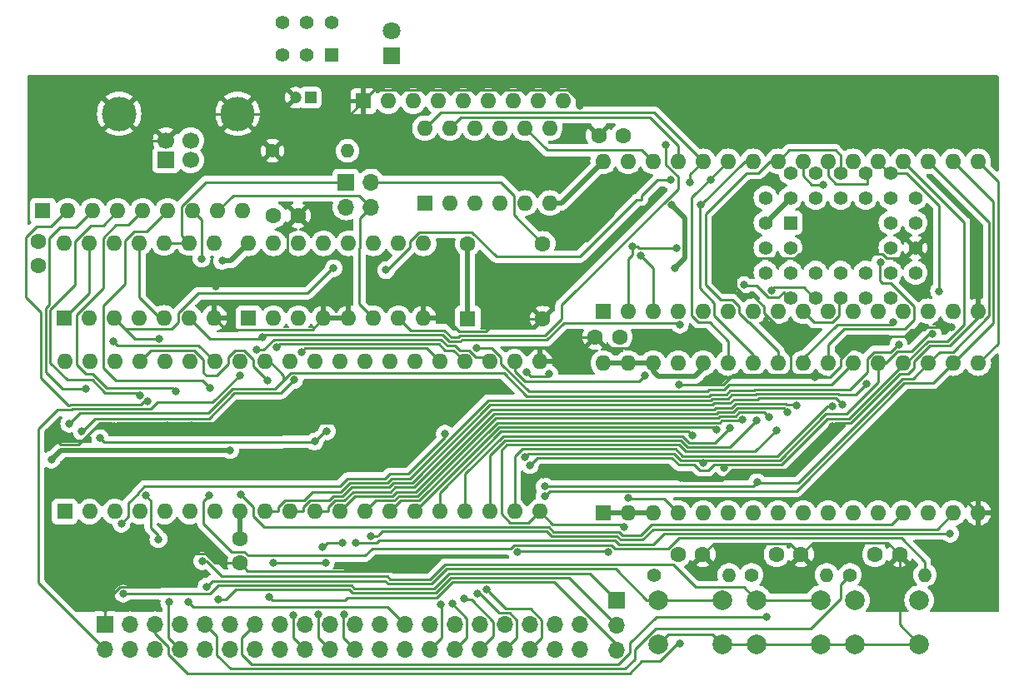
<source format=gbr>
%TF.GenerationSoftware,KiCad,Pcbnew,7.0.6*%
%TF.CreationDate,2023-07-30T11:34:10+01:00*%
%TF.ProjectId,MinFox,4d696e46-6f78-42e6-9b69-6361645f7063,rev?*%
%TF.SameCoordinates,Original*%
%TF.FileFunction,Copper,L2,Bot*%
%TF.FilePolarity,Positive*%
%FSLAX46Y46*%
G04 Gerber Fmt 4.6, Leading zero omitted, Abs format (unit mm)*
G04 Created by KiCad (PCBNEW 7.0.6) date 2023-07-30 11:34:10*
%MOMM*%
%LPD*%
G01*
G04 APERTURE LIST*
%TA.AperFunction,ComponentPad*%
%ADD10C,1.400000*%
%TD*%
%TA.AperFunction,ComponentPad*%
%ADD11O,1.400000X1.400000*%
%TD*%
%TA.AperFunction,ComponentPad*%
%ADD12R,1.400000X1.400000*%
%TD*%
%TA.AperFunction,ComponentPad*%
%ADD13R,1.422400X1.422400*%
%TD*%
%TA.AperFunction,ComponentPad*%
%ADD14C,1.422400*%
%TD*%
%TA.AperFunction,ComponentPad*%
%ADD15R,1.600000X1.600000*%
%TD*%
%TA.AperFunction,ComponentPad*%
%ADD16O,1.600000X1.600000*%
%TD*%
%TA.AperFunction,ComponentPad*%
%ADD17C,1.600000*%
%TD*%
%TA.AperFunction,ComponentPad*%
%ADD18R,1.700000X1.700000*%
%TD*%
%TA.AperFunction,ComponentPad*%
%ADD19O,1.700000X1.700000*%
%TD*%
%TA.AperFunction,ComponentPad*%
%ADD20C,2.000000*%
%TD*%
%TA.AperFunction,ComponentPad*%
%ADD21R,1.800000X1.800000*%
%TD*%
%TA.AperFunction,ComponentPad*%
%ADD22C,1.800000*%
%TD*%
%TA.AperFunction,ComponentPad*%
%ADD23R,1.200000X1.200000*%
%TD*%
%TA.AperFunction,ComponentPad*%
%ADD24C,1.200000*%
%TD*%
%TA.AperFunction,ComponentPad*%
%ADD25C,1.700000*%
%TD*%
%TA.AperFunction,ComponentPad*%
%ADD26C,3.500000*%
%TD*%
%TA.AperFunction,ViaPad*%
%ADD27C,0.800000*%
%TD*%
%TA.AperFunction,Conductor*%
%ADD28C,0.250000*%
%TD*%
%TA.AperFunction,Conductor*%
%ADD29C,0.500000*%
%TD*%
G04 APERTURE END LIST*
D10*
%TO.P,R4,1*%
%TO.N,~{IRQ}*%
X144490000Y-85450000D03*
D11*
%TO.P,R4,2*%
%TO.N,Net-(RN1-R5)*%
X152110000Y-85450000D03*
%TD*%
D10*
%TO.P,R3,1*%
%TO.N,~{NMI}*%
X134490000Y-85450000D03*
D11*
%TO.P,R3,2*%
%TO.N,Net-(RN1-R4)*%
X142110000Y-85450000D03*
%TD*%
D10*
%TO.P,R2,1*%
%TO.N,~{RESET}*%
X124590000Y-85450000D03*
D11*
%TO.P,R2,2*%
%TO.N,Net-(RN1-R3)*%
X132210000Y-85450000D03*
%TD*%
D12*
%TO.P,SW1,1,A*%
%TO.N,VCC*%
X91810000Y-32600000D03*
D10*
%TO.P,SW1,2,B*%
%TO.N,/Vusb*%
X89310000Y-32600000D03*
%TO.P,SW1,3,C*%
%TO.N,unconnected-(SW1A-C-Pad3)*%
X86810000Y-32600000D03*
%TO.P,SW1,4,A*%
%TO.N,VCC*%
X91810000Y-29300000D03*
%TO.P,SW1,5,B*%
%TO.N,/Vusb*%
X89310000Y-29300000D03*
%TO.P,SW1,6,C*%
%TO.N,unconnected-(SW1B-C-Pad6)*%
X86810000Y-29300000D03*
%TD*%
D13*
%TO.P,U6,1,A18*%
%TO.N,/Rom18*%
X138455000Y-49630000D03*
D14*
%TO.P,U6,2,A16*%
%TO.N,/Rom16*%
X135915000Y-52170000D03*
%TO.P,U6,3,A15*%
%TO.N,/Rom15*%
X138455000Y-52170000D03*
%TO.P,U6,4,A12*%
%TO.N,A12*%
X135915000Y-54710000D03*
%TO.P,U6,5,A7*%
%TO.N,A7*%
X138455000Y-57250000D03*
%TO.P,U6,6,A6*%
%TO.N,A6*%
X138455000Y-54710000D03*
%TO.P,U6,7,A5*%
%TO.N,A5*%
X140995000Y-57250000D03*
%TO.P,U6,8,A4*%
%TO.N,A4*%
X140995000Y-54710000D03*
%TO.P,U6,9,A3*%
%TO.N,A3*%
X143535000Y-57250000D03*
%TO.P,U6,10,A2*%
%TO.N,A2*%
X143535000Y-54710000D03*
%TO.P,U6,11,A1*%
%TO.N,A1*%
X146075000Y-57250000D03*
%TO.P,U6,12,A0*%
%TO.N,A0*%
X146075000Y-54710000D03*
%TO.P,U6,13,D0*%
%TO.N,D0*%
X148615000Y-57250000D03*
%TO.P,U6,14,D1*%
%TO.N,D1*%
X151155000Y-54710000D03*
%TO.P,U6,15,D2*%
%TO.N,D2*%
X148615000Y-54710000D03*
%TO.P,U6,16,VSS*%
%TO.N,GND*%
X151155000Y-52170000D03*
%TO.P,U6,17,D3*%
%TO.N,D3*%
X148615000Y-52170000D03*
%TO.P,U6,18,D4*%
%TO.N,D4*%
X151155000Y-49630000D03*
%TO.P,U6,19,D5*%
%TO.N,D5*%
X148615000Y-49630000D03*
%TO.P,U6,20,D6*%
%TO.N,D6*%
X151155000Y-47090000D03*
%TO.P,U6,21,D7*%
%TO.N,D7*%
X148615000Y-44550000D03*
%TO.P,U6,22,~{CE}*%
%TO.N,S7*%
X148615000Y-47090000D03*
%TO.P,U6,23,A10*%
%TO.N,A10*%
X146075000Y-44550000D03*
%TO.P,U6,24,~{OE}*%
%TO.N,~{RD}*%
X146075000Y-47090000D03*
%TO.P,U6,25,A11*%
%TO.N,A11*%
X143535000Y-44550000D03*
%TO.P,U6,26,A9*%
%TO.N,A9*%
X143535000Y-47090000D03*
%TO.P,U6,27,A8*%
%TO.N,A8*%
X140995000Y-44550000D03*
%TO.P,U6,28,A13*%
%TO.N,/Rom13*%
X140995000Y-47090000D03*
%TO.P,U6,29,A14*%
%TO.N,/Rom14*%
X138455000Y-44550000D03*
%TO.P,U6,30,A17*%
%TO.N,/Rom17*%
X135915000Y-47090000D03*
%TO.P,U6,31,~{WE}*%
%TO.N,VCC*%
X138455000Y-47090000D03*
%TO.P,U6,32,VDD*%
X135915000Y-49630000D03*
%TD*%
D15*
%TO.P,U1,1,~{VP}*%
%TO.N,~{VP}*%
X64690000Y-79000000D03*
D16*
%TO.P,U1,2,RDY*%
%TO.N,RDY*%
X67230000Y-79000000D03*
%TO.P,U1,3,\u03D51*%
%TO.N,unconnected-(U1-\u03D51-Pad3)*%
X69770000Y-79000000D03*
%TO.P,U1,4,~{IRQ}*%
%TO.N,~{IRQ}*%
X72310000Y-79000000D03*
%TO.P,U1,5,~{ML}*%
%TO.N,~{ML}*%
X74850000Y-79000000D03*
%TO.P,U1,6,~{NMI}*%
%TO.N,~{NMI}*%
X77390000Y-79000000D03*
%TO.P,U1,7,SYNC*%
%TO.N,SYNC*%
X79930000Y-79000000D03*
%TO.P,U1,8,VDD*%
%TO.N,VCC*%
X82470000Y-79000000D03*
%TO.P,U1,9,A0*%
%TO.N,A0*%
X85010000Y-79000000D03*
%TO.P,U1,10,A1*%
%TO.N,A1*%
X87550000Y-79000000D03*
%TO.P,U1,11,A2*%
%TO.N,A2*%
X90090000Y-79000000D03*
%TO.P,U1,12,A3*%
%TO.N,A3*%
X92630000Y-79000000D03*
%TO.P,U1,13,A4*%
%TO.N,A4*%
X95170000Y-79000000D03*
%TO.P,U1,14,A5*%
%TO.N,A5*%
X97710000Y-79000000D03*
%TO.P,U1,15,A6*%
%TO.N,A6*%
X100250000Y-79000000D03*
%TO.P,U1,16,A7*%
%TO.N,A7*%
X102790000Y-79000000D03*
%TO.P,U1,17,A8*%
%TO.N,A8*%
X105330000Y-79000000D03*
%TO.P,U1,18,A9*%
%TO.N,A9*%
X107870000Y-79000000D03*
%TO.P,U1,19,A10*%
%TO.N,A10*%
X110410000Y-79000000D03*
%TO.P,U1,20,A11*%
%TO.N,A11*%
X112950000Y-79000000D03*
%TO.P,U1,21,VSS*%
%TO.N,GND*%
X112950000Y-63760000D03*
%TO.P,U1,22,A12*%
%TO.N,A12*%
X110410000Y-63760000D03*
%TO.P,U1,23,A13*%
%TO.N,Net-(U1-A13)*%
X107870000Y-63760000D03*
%TO.P,U1,24,A14*%
%TO.N,Net-(U1-A14)*%
X105330000Y-63760000D03*
%TO.P,U1,25,A15*%
%TO.N,Net-(U1-A15)*%
X102790000Y-63760000D03*
%TO.P,U1,26,D7*%
%TO.N,D7*%
X100250000Y-63760000D03*
%TO.P,U1,27,D6*%
%TO.N,D6*%
X97710000Y-63760000D03*
%TO.P,U1,28,D5*%
%TO.N,D5*%
X95170000Y-63760000D03*
%TO.P,U1,29,D4*%
%TO.N,D4*%
X92630000Y-63760000D03*
%TO.P,U1,30,D3*%
%TO.N,D3*%
X90090000Y-63760000D03*
%TO.P,U1,31,D2*%
%TO.N,D2*%
X87550000Y-63760000D03*
%TO.P,U1,32,D1*%
%TO.N,D1*%
X85010000Y-63760000D03*
%TO.P,U1,33,D0*%
%TO.N,D0*%
X82470000Y-63760000D03*
%TO.P,U1,34,R/~{W}*%
%TO.N,R{slash}~{W}*%
X79930000Y-63760000D03*
%TO.P,U1,35,nc*%
%TO.N,unconnected-(U1-nc-Pad35)*%
X77390000Y-63760000D03*
%TO.P,U1,36,BE*%
%TO.N,BE*%
X74850000Y-63760000D03*
%TO.P,U1,37,\u03D50*%
%TO.N,\u00F82*%
X72310000Y-63760000D03*
%TO.P,U1,38,~{SO}*%
%TO.N,~{SO}*%
X69770000Y-63760000D03*
%TO.P,U1,39,\u03D52*%
%TO.N,unconnected-(U1-\u03D52-Pad39)*%
X67230000Y-63760000D03*
%TO.P,U1,40,~{RES}*%
%TO.N,~{RESET}*%
X64690000Y-63760000D03*
%TD*%
D15*
%TO.P,U2,1*%
%TO.N,R{slash}~{W}*%
X64655000Y-59300000D03*
D16*
%TO.P,U2,2*%
%TO.N,\u00F82*%
X67195000Y-59300000D03*
%TO.P,U2,3*%
%TO.N,~{RD}*%
X69735000Y-59300000D03*
%TO.P,U2,4*%
%TO.N,\u00F82*%
X72275000Y-59300000D03*
%TO.P,U2,5*%
%TO.N,Net-(U2-Pad11)*%
X74815000Y-59300000D03*
%TO.P,U2,6*%
%TO.N,~{WR}*%
X77355000Y-59300000D03*
%TO.P,U2,7,GND*%
%TO.N,GND*%
X79895000Y-59300000D03*
%TO.P,U2,8*%
%TO.N,\u00F81*%
X79895000Y-51680000D03*
%TO.P,U2,9*%
%TO.N,\u00F82*%
X77355000Y-51680000D03*
%TO.P,U2,10*%
X74815000Y-51680000D03*
%TO.P,U2,11*%
%TO.N,Net-(U2-Pad11)*%
X72275000Y-51680000D03*
%TO.P,U2,12*%
%TO.N,R{slash}~{W}*%
X69735000Y-51680000D03*
%TO.P,U2,13*%
X67195000Y-51680000D03*
%TO.P,U2,14,VCC*%
%TO.N,VCC*%
X64655000Y-51680000D03*
%TD*%
D17*
%TO.P,C6,1*%
%TO.N,VCC*%
X85900000Y-48900000D03*
%TO.P,C6,2*%
%TO.N,GND*%
X88400000Y-48900000D03*
%TD*%
%TO.P,C4,1*%
%TO.N,GND*%
X149525000Y-83350000D03*
%TO.P,C4,2*%
%TO.N,~{IRQ}*%
X147025000Y-83350000D03*
%TD*%
%TO.P,C3,1*%
%TO.N,GND*%
X129525000Y-83350000D03*
%TO.P,C3,2*%
%TO.N,~{RESET}*%
X127025000Y-83350000D03*
%TD*%
D15*
%TO.P,X1,1,EN*%
%TO.N,VCC*%
X105650000Y-59380000D03*
D17*
%TO.P,X1,4,GND*%
%TO.N,GND*%
X113270000Y-59380000D03*
%TO.P,X1,5,OUT*%
%TO.N,/osc out*%
X113270000Y-51760000D03*
%TO.P,X1,8,Vcc*%
%TO.N,VCC*%
X105650000Y-51760000D03*
%TD*%
D18*
%TO.P,J3,1,Pin_1*%
%TO.N,GND*%
X68810000Y-90500000D03*
D19*
%TO.P,J3,2,Pin_2*%
%TO.N,D0*%
X68810000Y-93040000D03*
%TO.P,J3,3,Pin_3*%
%TO.N,VCC*%
X71350000Y-90500000D03*
%TO.P,J3,4,Pin_4*%
%TO.N,D1*%
X71350000Y-93040000D03*
%TO.P,J3,5,Pin_5*%
%TO.N,~{RESET}*%
X73890000Y-90500000D03*
%TO.P,J3,6,Pin_6*%
%TO.N,D2*%
X73890000Y-93040000D03*
%TO.P,J3,7,Pin_7*%
%TO.N,RDY*%
X76430000Y-90500000D03*
%TO.P,J3,8,Pin_8*%
%TO.N,D3*%
X76430000Y-93040000D03*
%TO.P,J3,9,Pin_9*%
%TO.N,~{IRQ}*%
X78970000Y-90500000D03*
%TO.P,J3,10,Pin_10*%
%TO.N,D4*%
X78970000Y-93040000D03*
%TO.P,J3,11,Pin_11*%
%TO.N,BE*%
X81510000Y-90500000D03*
%TO.P,J3,12,Pin_12*%
%TO.N,D5*%
X81510000Y-93040000D03*
%TO.P,J3,13,Pin_13*%
%TO.N,~{NMI}*%
X84050000Y-90500000D03*
%TO.P,J3,14,Pin_14*%
%TO.N,D6*%
X84050000Y-93040000D03*
%TO.P,J3,15,Pin_15*%
%TO.N,\u00F81*%
X86590000Y-90500000D03*
%TO.P,J3,16,Pin_16*%
%TO.N,D7*%
X86590000Y-93040000D03*
%TO.P,J3,17,Pin_17*%
%TO.N,\u00F82*%
X89130000Y-90500000D03*
%TO.P,J3,18,Pin_18*%
%TO.N,A0*%
X89130000Y-93040000D03*
%TO.P,J3,19,Pin_19*%
%TO.N,R{slash}~{W}*%
X91670000Y-90500000D03*
%TO.P,J3,20,Pin_20*%
%TO.N,A1*%
X91670000Y-93040000D03*
%TO.P,J3,21,Pin_21*%
%TO.N,~{RD}*%
X94210000Y-90500000D03*
%TO.P,J3,22,Pin_22*%
%TO.N,A2*%
X94210000Y-93040000D03*
%TO.P,J3,23,Pin_23*%
%TO.N,~{WR}*%
X96750000Y-90500000D03*
%TO.P,J3,24,Pin_24*%
%TO.N,A3*%
X96750000Y-93040000D03*
%TO.P,J3,25,Pin_25*%
%TO.N,~{SO}*%
X99290000Y-90500000D03*
%TO.P,J3,26,Pin_26*%
%TO.N,A4*%
X99290000Y-93040000D03*
%TO.P,J3,27,Pin_27*%
%TO.N,S1*%
X101830000Y-90500000D03*
%TO.P,J3,28,Pin_28*%
%TO.N,A5*%
X101830000Y-93040000D03*
%TO.P,J3,29,Pin_29*%
%TO.N,S2*%
X104370000Y-90500000D03*
%TO.P,J3,30,Pin_30*%
%TO.N,A6*%
X104370000Y-93040000D03*
%TO.P,J3,31,Pin_31*%
%TO.N,S3*%
X106910000Y-90500000D03*
%TO.P,J3,32,Pin_32*%
%TO.N,A7*%
X106910000Y-93040000D03*
%TO.P,J3,33,Pin_33*%
%TO.N,S4*%
X109450000Y-90500000D03*
%TO.P,J3,34,Pin_34*%
%TO.N,A8*%
X109450000Y-93040000D03*
%TO.P,J3,35,Pin_35*%
%TO.N,S5*%
X111990000Y-90500000D03*
%TO.P,J3,36,Pin_36*%
%TO.N,A9*%
X111990000Y-93040000D03*
%TO.P,J3,37,Pin_37*%
%TO.N,S6*%
X114530000Y-90500000D03*
%TO.P,J3,38,Pin_38*%
%TO.N,A10*%
X114530000Y-93040000D03*
%TO.P,J3,39,Pin_39*%
%TO.N,A12*%
X117070000Y-90500000D03*
%TO.P,J3,40,Pin_40*%
%TO.N,A11*%
X117070000Y-93040000D03*
%TD*%
D17*
%TO.P,C9,2*%
%TO.N,GND*%
X118600000Y-61225000D03*
%TO.P,C9,1*%
%TO.N,VCC*%
X121100000Y-61225000D03*
%TD*%
D10*
%TO.P,R1,1*%
%TO.N,GND*%
X85810000Y-42310000D03*
D11*
%TO.P,R1,2*%
%TO.N,Net-(D1-K)*%
X93430000Y-42310000D03*
%TD*%
D15*
%TO.P,SW5,1*%
%TO.N,VCC*%
X101300000Y-47620000D03*
D16*
%TO.P,SW5,2*%
X103840000Y-47620000D03*
%TO.P,SW5,3*%
X106380000Y-47620000D03*
%TO.P,SW5,4*%
X108920000Y-47620000D03*
%TO.P,SW5,5*%
X111460000Y-47620000D03*
%TO.P,SW5,6*%
X114000000Y-47620000D03*
%TO.P,SW5,7*%
%TO.N,/Rom18*%
X114000000Y-40000000D03*
%TO.P,SW5,8*%
%TO.N,/Rom17*%
X111460000Y-40000000D03*
%TO.P,SW5,9*%
%TO.N,/Rom16*%
X108920000Y-40000000D03*
%TO.P,SW5,10*%
%TO.N,/Rom15*%
X106380000Y-40000000D03*
%TO.P,SW5,11*%
%TO.N,/Rom14*%
X103840000Y-40000000D03*
%TO.P,SW5,12*%
%TO.N,/Rom13*%
X101300000Y-40000000D03*
%TD*%
D17*
%TO.P,C2,1*%
%TO.N,GND*%
X139525000Y-83350000D03*
%TO.P,C2,2*%
%TO.N,~{NMI}*%
X137025000Y-83350000D03*
%TD*%
%TO.P,C7,1*%
%TO.N,VCC*%
X62000000Y-51500000D03*
%TO.P,C7,2*%
%TO.N,GND*%
X62000000Y-54000000D03*
%TD*%
D15*
%TO.P,RN2,1,common*%
%TO.N,GND*%
X95040000Y-37260000D03*
D16*
%TO.P,RN2,2,R1*%
%TO.N,unconnected-(RN2-R1-Pad2)*%
X97580000Y-37260000D03*
%TO.P,RN2,3,R2*%
%TO.N,unconnected-(RN2-R2-Pad3)*%
X100120000Y-37260000D03*
%TO.P,RN2,4,R3*%
%TO.N,/Rom13*%
X102660000Y-37260000D03*
%TO.P,RN2,5,R4*%
%TO.N,/Rom14*%
X105200000Y-37260000D03*
%TO.P,RN2,6,R5*%
%TO.N,/Rom15*%
X107740000Y-37260000D03*
%TO.P,RN2,7,R6*%
%TO.N,/Rom16*%
X110280000Y-37260000D03*
%TO.P,RN2,8,R7*%
%TO.N,/Rom17*%
X112820000Y-37260000D03*
%TO.P,RN2,9,R8*%
%TO.N,/Rom18*%
X115360000Y-37260000D03*
%TD*%
D20*
%TO.P,SW2,1,1*%
%TO.N,GND*%
X131525000Y-92500000D03*
X125025000Y-92500000D03*
%TO.P,SW2,2,2*%
%TO.N,Net-(RN1-R3)*%
X131525000Y-88000000D03*
X125025000Y-88000000D03*
%TD*%
D21*
%TO.P,D1,1,K*%
%TO.N,Net-(D1-K)*%
X97920000Y-32660000D03*
D22*
%TO.P,D1,2,A*%
%TO.N,VCC*%
X97920000Y-30120000D03*
%TD*%
D18*
%TO.P,J4,1,Pin_1*%
%TO.N,\u00F82*%
X93270000Y-45480000D03*
D19*
%TO.P,J4,2,Pin_2*%
%TO.N,/osc out*%
X95810000Y-45480000D03*
%TO.P,J4,3,Pin_3*%
%TO.N,\u00F82*%
X93270000Y-48020000D03*
%TO.P,J4,4,Pin_4*%
%TO.N,/slot gate*%
X95810000Y-48020000D03*
%TD*%
D15*
%TO.P,U3,1,A0*%
%TO.N,Net-(U1-A13)*%
X83380000Y-59340000D03*
D16*
%TO.P,U3,2,A1*%
%TO.N,Net-(U1-A14)*%
X85920000Y-59340000D03*
%TO.P,U3,3,A2*%
%TO.N,Net-(U1-A15)*%
X88460000Y-59340000D03*
%TO.P,U3,4,E1*%
%TO.N,GND*%
X91000000Y-59340000D03*
%TO.P,U3,5,E2*%
X93540000Y-59340000D03*
%TO.P,U3,6,E3*%
%TO.N,/slot gate*%
X96080000Y-59340000D03*
%TO.P,U3,7,O7*%
%TO.N,S7*%
X98620000Y-59340000D03*
%TO.P,U3,8,GND*%
%TO.N,GND*%
X101160000Y-59340000D03*
%TO.P,U3,9,O6*%
%TO.N,S6*%
X101160000Y-51720000D03*
%TO.P,U3,10,O5*%
%TO.N,S5*%
X98620000Y-51720000D03*
%TO.P,U3,11,O4*%
%TO.N,S4*%
X96080000Y-51720000D03*
%TO.P,U3,12,O3*%
%TO.N,S3*%
X93540000Y-51720000D03*
%TO.P,U3,13,O2*%
%TO.N,S2*%
X91000000Y-51720000D03*
%TO.P,U3,14,O1*%
%TO.N,S1*%
X88460000Y-51720000D03*
%TO.P,U3,15,O0*%
%TO.N,S0*%
X85920000Y-51720000D03*
%TO.P,U3,16,VCC*%
%TO.N,VCC*%
X83380000Y-51720000D03*
%TD*%
D23*
%TO.P,C1,1*%
%TO.N,VCC*%
X89662000Y-36900000D03*
D24*
%TO.P,C1,2*%
%TO.N,GND*%
X88162000Y-36900000D03*
%TD*%
D15*
%TO.P,U5,1,A18*%
%TO.N,/Rom18*%
X119400000Y-58620000D03*
D16*
%TO.P,U5,2,A16*%
%TO.N,/Rom16*%
X121940000Y-58620000D03*
%TO.P,U5,3,A15*%
%TO.N,/Rom15*%
X124480000Y-58620000D03*
%TO.P,U5,4,A12*%
%TO.N,A12*%
X127020000Y-58620000D03*
%TO.P,U5,5,A7*%
%TO.N,A7*%
X129560000Y-58620000D03*
%TO.P,U5,6,A6*%
%TO.N,A6*%
X132100000Y-58620000D03*
%TO.P,U5,7,A5*%
%TO.N,A5*%
X134640000Y-58620000D03*
%TO.P,U5,8,A4*%
%TO.N,A4*%
X137180000Y-58620000D03*
%TO.P,U5,9,A3*%
%TO.N,A3*%
X139720000Y-58620000D03*
%TO.P,U5,10,A2*%
%TO.N,A2*%
X142260000Y-58620000D03*
%TO.P,U5,11,A1*%
%TO.N,A1*%
X144800000Y-58620000D03*
%TO.P,U5,12,A0*%
%TO.N,A0*%
X147340000Y-58620000D03*
%TO.P,U5,13,D0*%
%TO.N,D0*%
X149880000Y-58620000D03*
%TO.P,U5,14,D1*%
%TO.N,D1*%
X152420000Y-58620000D03*
%TO.P,U5,15,D2*%
%TO.N,D2*%
X154960000Y-58620000D03*
%TO.P,U5,16,VSS*%
%TO.N,GND*%
X157500000Y-58620000D03*
%TO.P,U5,17,D3*%
%TO.N,D3*%
X157500000Y-43380000D03*
%TO.P,U5,18,D4*%
%TO.N,D4*%
X154960000Y-43380000D03*
%TO.P,U5,19,D5*%
%TO.N,D5*%
X152420000Y-43380000D03*
%TO.P,U5,20,D6*%
%TO.N,D6*%
X149880000Y-43380000D03*
%TO.P,U5,21,D7*%
%TO.N,D7*%
X147340000Y-43380000D03*
%TO.P,U5,22,~{CE}*%
%TO.N,S7*%
X144800000Y-43380000D03*
%TO.P,U5,23,A10*%
%TO.N,A10*%
X142260000Y-43380000D03*
%TO.P,U5,24,~{OE}*%
%TO.N,~{RD}*%
X139720000Y-43380000D03*
%TO.P,U5,25,A11*%
%TO.N,A11*%
X137180000Y-43380000D03*
%TO.P,U5,26,A9*%
%TO.N,A9*%
X134640000Y-43380000D03*
%TO.P,U5,27,A8*%
%TO.N,A8*%
X132100000Y-43380000D03*
%TO.P,U5,28,A13*%
%TO.N,/Rom13*%
X129560000Y-43380000D03*
%TO.P,U5,29,A14*%
%TO.N,/Rom14*%
X127020000Y-43380000D03*
%TO.P,U5,30,A17*%
%TO.N,/Rom17*%
X124480000Y-43380000D03*
%TO.P,U5,31,~{WE}*%
%TO.N,VCC*%
X121940000Y-43380000D03*
%TO.P,U5,32,VDD*%
X119400000Y-43380000D03*
%TD*%
D18*
%TO.P,J2,1,Pin_1*%
%TO.N,~{VP}*%
X120750000Y-88000000D03*
D19*
%TO.P,J2,2,Pin_2*%
%TO.N,~{ML}*%
X120750000Y-90540000D03*
%TO.P,J2,3,Pin_3*%
%TO.N,SYNC*%
X120750000Y-93080000D03*
%TD*%
D18*
%TO.P,J1,1,VBUS*%
%TO.N,/Vusb*%
X75000000Y-43250000D03*
D25*
%TO.P,J1,2,D-*%
%TO.N,unconnected-(J1-D--Pad2)*%
X77500000Y-43250000D03*
%TO.P,J1,3,D+*%
%TO.N,unconnected-(J1-D+-Pad3)*%
X77500000Y-41250000D03*
%TO.P,J1,4,GND*%
%TO.N,GND*%
X75000000Y-41250000D03*
D26*
%TO.P,J1,5,Shield*%
X70230000Y-38540000D03*
X82270000Y-38540000D03*
%TD*%
D15*
%TO.P,U4,1,A18*%
%TO.N,VCC*%
X119430000Y-79142000D03*
D16*
%TO.P,U4,2,A16*%
X121970000Y-79142000D03*
%TO.P,U4,3,A14*%
X124510000Y-79142000D03*
%TO.P,U4,4,A12*%
%TO.N,A12*%
X127050000Y-79142000D03*
%TO.P,U4,5,A7*%
%TO.N,A7*%
X129590000Y-79142000D03*
%TO.P,U4,6,A6*%
%TO.N,A6*%
X132130000Y-79142000D03*
%TO.P,U4,7,A5*%
%TO.N,A5*%
X134670000Y-79142000D03*
%TO.P,U4,8,A4*%
%TO.N,A4*%
X137210000Y-79142000D03*
%TO.P,U4,9,A3*%
%TO.N,A3*%
X139750000Y-79142000D03*
%TO.P,U4,10,A2*%
%TO.N,A2*%
X142290000Y-79142000D03*
%TO.P,U4,11,A1*%
%TO.N,A1*%
X144830000Y-79142000D03*
%TO.P,U4,12,A0*%
%TO.N,A0*%
X147370000Y-79142000D03*
%TO.P,U4,13,DQ0*%
%TO.N,D0*%
X149910000Y-79142000D03*
%TO.P,U4,14,DQ1*%
%TO.N,D1*%
X152450000Y-79142000D03*
%TO.P,U4,15,DQ2*%
%TO.N,D2*%
X154990000Y-79142000D03*
%TO.P,U4,16,VSS*%
%TO.N,GND*%
X157530000Y-79142000D03*
%TO.P,U4,17,DQ3*%
%TO.N,D3*%
X157530000Y-63902000D03*
%TO.P,U4,18,DQ4*%
%TO.N,D4*%
X154990000Y-63902000D03*
%TO.P,U4,19,DQ5*%
%TO.N,D5*%
X152450000Y-63902000D03*
%TO.P,U4,20,DQ6*%
%TO.N,D6*%
X149910000Y-63902000D03*
%TO.P,U4,21,DQ7*%
%TO.N,D7*%
X147370000Y-63902000D03*
%TO.P,U4,22,CE#*%
%TO.N,S0*%
X144830000Y-63902000D03*
%TO.P,U4,23,A10*%
%TO.N,A10*%
X142290000Y-63902000D03*
%TO.P,U4,24,OE#*%
%TO.N,~{RD}*%
X139750000Y-63902000D03*
%TO.P,U4,25,A11*%
%TO.N,A11*%
X137210000Y-63902000D03*
%TO.P,U4,26,A9*%
%TO.N,A9*%
X134670000Y-63902000D03*
%TO.P,U4,27,A8*%
%TO.N,A8*%
X132130000Y-63902000D03*
%TO.P,U4,28,A13*%
%TO.N,VCC*%
X129590000Y-63902000D03*
%TO.P,U4,29,WE#*%
%TO.N,~{WR}*%
X127050000Y-63902000D03*
%TO.P,U4,30,A17*%
%TO.N,VCC*%
X124510000Y-63902000D03*
%TO.P,U4,31,A15*%
X121970000Y-63902000D03*
%TO.P,U4,32,VCC*%
X119430000Y-63902000D03*
%TD*%
D20*
%TO.P,SW3,1,1*%
%TO.N,GND*%
X141525000Y-92500000D03*
X135025000Y-92500000D03*
%TO.P,SW3,2,2*%
%TO.N,Net-(RN1-R4)*%
X141525000Y-88000000D03*
X135025000Y-88000000D03*
%TD*%
%TO.P,SW4,1,1*%
%TO.N,GND*%
X151525000Y-92500000D03*
X145025000Y-92500000D03*
%TO.P,SW4,2,2*%
%TO.N,Net-(RN1-R5)*%
X151525000Y-88000000D03*
X145025000Y-88000000D03*
%TD*%
D15*
%TO.P,RN1,1,common*%
%TO.N,VCC*%
X62460000Y-48400000D03*
D16*
%TO.P,RN1,2,R1*%
%TO.N,BE*%
X65000000Y-48400000D03*
%TO.P,RN1,3,R2*%
%TO.N,RDY*%
X67540000Y-48400000D03*
%TO.P,RN1,4,R3*%
%TO.N,Net-(RN1-R3)*%
X70080000Y-48400000D03*
%TO.P,RN1,5,R4*%
%TO.N,Net-(RN1-R4)*%
X72620000Y-48400000D03*
%TO.P,RN1,6,R5*%
%TO.N,Net-(RN1-R5)*%
X75160000Y-48400000D03*
%TO.P,RN1,7,R6*%
%TO.N,~{SO}*%
X77700000Y-48400000D03*
%TO.P,RN1,8,R7*%
%TO.N,/slot gate*%
X80240000Y-48400000D03*
%TO.P,RN1,9,R8*%
%TO.N,unconnected-(RN1-R8-Pad9)*%
X82780000Y-48400000D03*
%TD*%
D17*
%TO.P,C8,1*%
%TO.N,VCC*%
X121460000Y-40740000D03*
%TO.P,C8,2*%
%TO.N,GND*%
X118960000Y-40740000D03*
%TD*%
%TO.P,C5,1*%
%TO.N,VCC*%
X82500000Y-81750000D03*
%TO.P,C5,2*%
%TO.N,GND*%
X82500000Y-84250000D03*
%TD*%
D27*
%TO.N,GND*%
X147550000Y-76175000D03*
X152650000Y-76175000D03*
X87125000Y-54825000D03*
X120450000Y-47550000D03*
X63050000Y-70925000D03*
X117075000Y-37700500D03*
X94425000Y-67950000D03*
X73850000Y-54975000D03*
X108300000Y-59825000D03*
X115675000Y-51425000D03*
X101225000Y-83925000D03*
X103937316Y-67687470D03*
X113300000Y-75225000D03*
X77600000Y-70275000D03*
X154800000Y-60225000D03*
X134000000Y-53225000D03*
X88050000Y-70125000D03*
X84950000Y-70125000D03*
X69700000Y-70325000D03*
X133850000Y-50575000D03*
X125525000Y-62075000D03*
X127325000Y-75575500D03*
X140950000Y-65325000D03*
X127150000Y-66075000D03*
X143000000Y-76225000D03*
X75150000Y-70275000D03*
X145100000Y-76275000D03*
X111750000Y-77525000D03*
X142700000Y-70325000D03*
X150050000Y-76175000D03*
X80050000Y-56075500D03*
%TO.N,~{VP}*%
X70650000Y-87350000D03*
%TO.N,~{ML}*%
X80325000Y-87950000D03*
%TO.N,SYNC*%
X85475000Y-87675000D03*
%TO.N,A0*%
X87925000Y-89575000D03*
X146200000Y-65975000D03*
%TO.N,A1*%
X90425000Y-89449500D03*
X143705000Y-68100000D03*
%TO.N,A2*%
X92900000Y-82205996D03*
X139100000Y-68199500D03*
X90850000Y-82600000D03*
X93050000Y-89449500D03*
%TO.N,A3*%
X138162500Y-68862500D03*
%TO.N,A4*%
X136300000Y-69425000D03*
%TO.N,A5*%
X102875000Y-88425000D03*
X136500000Y-56500000D03*
X133545000Y-69650000D03*
%TO.N,A6*%
X104075000Y-88400000D03*
X130975000Y-70675000D03*
%TO.N,A7*%
X128465000Y-71275500D03*
X133722701Y-55972701D03*
X105312701Y-87862701D03*
%TO.N,A8*%
X132250000Y-70500000D03*
X130365000Y-45229500D03*
X106665247Y-87364809D03*
%TO.N,A9*%
X129350000Y-47814500D03*
X107550201Y-86900201D03*
X135000000Y-69750000D03*
%TO.N,A10*%
X147575000Y-53625000D03*
X110661295Y-83124500D03*
X119925000Y-83124500D03*
X142721072Y-68275757D03*
%TO.N,A11*%
X137000000Y-70750000D03*
X121536445Y-80564055D03*
%TO.N,A12*%
X122000000Y-77649500D03*
X123625000Y-65200500D03*
%TO.N,Net-(U1-A13)*%
X84225000Y-62575000D03*
%TO.N,Net-(U1-A14)*%
X86250000Y-62250000D03*
%TO.N,Net-(U1-A15)*%
X88750000Y-62750000D03*
%TO.N,D7*%
X129600000Y-74074500D03*
X153545000Y-56575000D03*
X111450000Y-73425000D03*
X152868802Y-60950500D03*
%TO.N,D6*%
X111956768Y-74286505D03*
X131729500Y-74524500D03*
%TO.N,D5*%
X113463201Y-76462701D03*
X135050000Y-76025500D03*
%TO.N,D4*%
X70460500Y-80225000D03*
X103328714Y-71078312D03*
X113475500Y-77475000D03*
%TO.N,D3*%
X75325000Y-88225000D03*
X68300000Y-71525000D03*
X154675000Y-81250000D03*
X90100000Y-71875000D03*
X94244504Y-82205496D03*
X91350000Y-70825000D03*
%TO.N,D2*%
X88000000Y-65624500D03*
X95775000Y-81475000D03*
X66448840Y-70817582D03*
%TO.N,D1*%
X65150000Y-70075000D03*
X149450000Y-62000500D03*
%TO.N,D0*%
X82470000Y-65125000D03*
X82575000Y-77275000D03*
%TO.N,R{slash}~{W}*%
X85865500Y-84199500D03*
X69625000Y-61700000D03*
X91225000Y-84199500D03*
%TO.N,\u00F82*%
X85300000Y-65650000D03*
%TO.N,S1*%
X113925500Y-65000500D03*
X111599951Y-64800451D03*
%TO.N,~{NMI}*%
X136025000Y-89700000D03*
%TO.N,~{RESET}*%
X127225000Y-92450000D03*
%TO.N,BE*%
X73117716Y-67807858D03*
%TO.N,S0*%
X106534642Y-62349052D03*
%TO.N,S7*%
X125775000Y-41700000D03*
%TO.N,Net-(RN1-R3)*%
X72900000Y-77375000D03*
X72344500Y-67174500D03*
X74217259Y-81802596D03*
X79125000Y-86625000D03*
%TO.N,RDY*%
X66829044Y-66553642D03*
%TO.N,VCC*%
X80695201Y-53504799D03*
X126379799Y-47819799D03*
X126725000Y-54250000D03*
X63350000Y-73725000D03*
X81500000Y-72750000D03*
%TO.N,~{WR}*%
X127211224Y-60006377D03*
X84750000Y-61275000D03*
%TO.N,~{RD}*%
X141750000Y-45750000D03*
X126275500Y-45300000D03*
X97350000Y-54450500D03*
X148867702Y-59707887D03*
X92019799Y-54255201D03*
X74325000Y-61425000D03*
%TO.N,~{SO}*%
X77275000Y-88225000D03*
X78600000Y-53275000D03*
%TO.N,Net-(RN1-R4)*%
X78662701Y-84037299D03*
X76025000Y-66800000D03*
%TO.N,Net-(RN1-R5)*%
X79400000Y-77375000D03*
X79425500Y-66425000D03*
%TO.N,/Rom13*%
X128250000Y-45500000D03*
%TO.N,/Rom15*%
X123250000Y-53000000D03*
%TO.N,/Rom16*%
X126859799Y-52184799D03*
X122375000Y-52000000D03*
%TD*%
D28*
%TO.N,GND*%
X127574500Y-75825000D02*
X127325000Y-75575500D01*
X68316727Y-69975000D02*
X66116727Y-72175000D01*
X132900000Y-56175305D02*
X132900000Y-54325000D01*
X79986396Y-84250000D02*
X79048695Y-83312299D01*
X75150000Y-70275000D02*
X74850000Y-69975000D01*
X87335000Y-54615000D02*
X87335000Y-49965000D01*
X81300500Y-54825000D02*
X87125000Y-54825000D01*
X143550000Y-63475000D02*
X145650000Y-61375000D01*
X152600000Y-76225000D02*
X150100000Y-76225000D01*
X114540000Y-63760000D02*
X112950000Y-63760000D01*
X74850000Y-69975000D02*
X70050000Y-69975000D01*
X157530000Y-79142000D02*
X154613000Y-76225000D01*
X135765000Y-58154009D02*
X134435991Y-56825000D01*
X131639923Y-66075000D02*
X127150000Y-66075000D01*
X125525000Y-62075000D02*
X125250000Y-62350000D01*
X142457991Y-65325000D02*
X143550000Y-64232991D01*
X120450000Y-48700000D02*
X117725000Y-51425000D01*
X154299500Y-60225500D02*
X154799500Y-60225500D01*
X139300000Y-52800000D02*
X138893800Y-53206200D01*
X82270000Y-38540000D02*
X85810000Y-42080000D01*
X101225000Y-83925000D02*
X100100001Y-85049999D01*
X103455584Y-59340000D02*
X101160000Y-59340000D01*
X154613000Y-76225000D02*
X152700000Y-76225000D01*
X149525000Y-83350000D02*
X149525000Y-90500000D01*
X85100000Y-69975000D02*
X84950000Y-70125000D01*
X115860000Y-36135000D02*
X96165000Y-36135000D01*
X125025000Y-92500000D02*
X126025000Y-91500000D01*
X87125000Y-54825000D02*
X87335000Y-54615000D01*
X82270000Y-38540000D02*
X86500000Y-38540000D01*
X84800000Y-69975000D02*
X77900000Y-69975000D01*
X152700000Y-76225000D02*
X152650000Y-76175000D01*
X149525000Y-90500000D02*
X151525000Y-92500000D01*
X149559701Y-65027000D02*
X144599049Y-69987653D01*
X141525000Y-92500000D02*
X145025000Y-92500000D01*
X152050000Y-60475000D02*
X152299500Y-60225500D01*
X87335000Y-49965000D02*
X88400000Y-48900000D01*
X150072500Y-61152500D02*
X150750000Y-60475000D01*
X138450000Y-65075000D02*
X132639923Y-65075000D01*
X138450000Y-61480991D02*
X135765000Y-58795991D01*
X150118800Y-53206200D02*
X148181504Y-53206200D01*
X152650000Y-76175000D02*
X152600000Y-76225000D01*
X77900000Y-69975000D02*
X77600000Y-70275000D01*
X147600000Y-76225000D02*
X147550000Y-76175000D01*
X138893800Y-53206200D02*
X134081200Y-53206200D01*
X85810000Y-42080000D02*
X85810000Y-42310000D01*
X134435991Y-56825000D02*
X133549695Y-56825000D01*
X132639923Y-65075000D02*
X131639923Y-66075000D01*
X92400000Y-69975000D02*
X88200000Y-69975000D01*
X157500000Y-59225000D02*
X154600000Y-62125000D01*
X135025000Y-92500000D02*
X141525000Y-92500000D01*
X70349695Y-86625000D02*
X68810000Y-88164695D01*
X134000000Y-53125000D02*
X133850000Y-52975000D01*
X74325000Y-86625000D02*
X70349695Y-86625000D01*
X150050000Y-76175000D02*
X150000000Y-76225000D01*
X108745000Y-59380000D02*
X113270000Y-59380000D01*
X140950000Y-65325000D02*
X140536604Y-65325000D01*
X145100000Y-76275000D02*
X145050000Y-76225000D01*
X64300000Y-72175000D02*
X63050000Y-70925000D01*
X138300000Y-74725000D02*
X132554305Y-74725000D01*
X133850000Y-52975000D02*
X133850000Y-50575000D01*
X131525000Y-92500000D02*
X135025000Y-92500000D01*
X143037347Y-69987653D02*
X138300000Y-74725000D01*
X139525000Y-83350000D02*
X140725000Y-82150000D01*
X145150000Y-76225000D02*
X145100000Y-76275000D01*
X77710000Y-38540000D02*
X82270000Y-38540000D01*
X125250000Y-62350000D02*
X119725000Y-62350000D01*
X152299500Y-60225500D02*
X154299500Y-60225500D01*
X151155000Y-52170000D02*
X150118800Y-53206200D01*
X91000000Y-59340000D02*
X89875000Y-60465000D01*
X133850000Y-50575000D02*
X133850000Y-50500000D01*
X150750000Y-60475000D02*
X152050000Y-60475000D01*
X147922500Y-61152500D02*
X150072500Y-61152500D01*
X86522000Y-38540000D02*
X88162000Y-36900000D01*
X134000000Y-53225000D02*
X134000000Y-53125000D01*
X87900000Y-69975000D02*
X85100000Y-69975000D01*
X147500000Y-76225000D02*
X145150000Y-76225000D01*
X84950000Y-70125000D02*
X84800000Y-69975000D01*
X150000000Y-76225000D02*
X147600000Y-76225000D01*
X139525000Y-83350000D02*
X138400000Y-82225000D01*
X93760000Y-38540000D02*
X86500000Y-38540000D01*
X69700000Y-70325000D02*
X69350000Y-69975000D01*
X69350000Y-69975000D02*
X68316727Y-69975000D01*
X80050000Y-56075500D02*
X81300500Y-54825000D01*
X147550000Y-76175000D02*
X147500000Y-76225000D01*
X140536604Y-65325000D02*
X140286604Y-65075000D01*
X126025000Y-91500000D02*
X130525000Y-91500000D01*
X134081200Y-53206200D02*
X134100000Y-53225000D01*
X108300000Y-59825000D02*
X107475000Y-60650000D01*
X145050000Y-76225000D02*
X143000000Y-76225000D01*
X151035000Y-64367991D02*
X150375991Y-65027000D01*
X86500000Y-38540000D02*
X86522000Y-38540000D01*
X117075000Y-37350000D02*
X115860000Y-36135000D01*
X117075000Y-61225000D02*
X114540000Y-63760000D01*
X88200000Y-69975000D02*
X88050000Y-70125000D01*
X89875000Y-60465000D02*
X81060000Y-60465000D01*
X81060000Y-60465000D02*
X79895000Y-59300000D01*
X135765000Y-58795991D02*
X135765000Y-58154009D01*
X132900000Y-54325000D02*
X134000000Y-53225000D01*
X108300000Y-59825000D02*
X108745000Y-59380000D01*
X140286604Y-65075000D02*
X138450000Y-65075000D01*
X132554305Y-74725000D02*
X131454305Y-75825000D01*
X120450000Y-47550000D02*
X120450000Y-48700000D01*
X143550000Y-64232991D02*
X143550000Y-63475000D01*
X117725000Y-51425000D02*
X115675000Y-51425000D01*
X138400000Y-82225000D02*
X130650000Y-82225000D01*
X77300000Y-69975000D02*
X75450000Y-69975000D01*
X130650000Y-82225000D02*
X129525000Y-83350000D01*
X83299999Y-85049999D02*
X82500000Y-84250000D01*
X157500000Y-58620000D02*
X157500000Y-59225000D01*
X66116727Y-72175000D02*
X64300000Y-72175000D01*
X96165000Y-36135000D02*
X95040000Y-37260000D01*
X77637701Y-83312299D02*
X74325000Y-86625000D01*
X152597792Y-62125000D02*
X151035000Y-63687792D01*
X68810000Y-88164695D02*
X68810000Y-90500000D01*
X103937316Y-67687470D02*
X94787530Y-67687470D01*
X138450000Y-65075000D02*
X138450000Y-61480991D01*
X107475000Y-60650000D02*
X104765584Y-60650000D01*
X154600000Y-62125000D02*
X153525000Y-62125000D01*
X100100001Y-85049999D02*
X83299999Y-85049999D01*
X72940000Y-41250000D02*
X75000000Y-41250000D01*
X144599049Y-69987653D02*
X143037347Y-69987653D01*
X145650000Y-61375000D02*
X147700000Y-61375000D01*
X148181504Y-53206200D02*
X147775304Y-52800000D01*
X104765584Y-60650000D02*
X103455584Y-59340000D01*
X79048695Y-83312299D02*
X77637701Y-83312299D01*
X140950000Y-65325000D02*
X142457991Y-65325000D01*
X147775304Y-52800000D02*
X139300000Y-52800000D01*
X153525000Y-62125000D02*
X152597792Y-62125000D01*
X82500000Y-84250000D02*
X79986396Y-84250000D01*
X151525000Y-92500000D02*
X145025000Y-92500000D01*
X70050000Y-69975000D02*
X69700000Y-70325000D01*
X70230000Y-38540000D02*
X72940000Y-41250000D01*
X134100000Y-53225000D02*
X134000000Y-53225000D01*
X133549695Y-56825000D02*
X132900000Y-56175305D01*
X118600000Y-61225000D02*
X117075000Y-61225000D01*
X94425000Y-67950000D02*
X92400000Y-69975000D01*
X151035000Y-63687792D02*
X151035000Y-64367991D01*
X119725000Y-62350000D02*
X118600000Y-61225000D01*
X88050000Y-70125000D02*
X87900000Y-69975000D01*
X75000000Y-41250000D02*
X77710000Y-38540000D01*
X154799500Y-60225500D02*
X154800000Y-60225000D01*
X150375991Y-65027000D02*
X149559701Y-65027000D01*
X131454305Y-75825000D02*
X127574500Y-75825000D01*
X130525000Y-91500000D02*
X131525000Y-92500000D01*
X94787530Y-67687470D02*
X94550000Y-67925000D01*
X77600000Y-70275000D02*
X77300000Y-69975000D01*
X117075000Y-37700500D02*
X117075000Y-37350000D01*
X95040000Y-37260000D02*
X93760000Y-38540000D01*
X148325000Y-82150000D02*
X149525000Y-83350000D01*
X147700000Y-61375000D02*
X147922500Y-61152500D01*
X140725000Y-82150000D02*
X148325000Y-82150000D01*
X150100000Y-76225000D02*
X150050000Y-76175000D01*
X75450000Y-69975000D02*
X75150000Y-70275000D01*
%TO.N,~{VP}*%
X79425305Y-87350000D02*
X80275305Y-86500000D01*
X103726702Y-85275201D02*
X118025201Y-85275201D01*
X102201903Y-86800000D02*
X103726702Y-85275201D01*
X70525000Y-87350000D02*
X79425305Y-87350000D01*
X93825000Y-86500000D02*
X94125000Y-86800000D01*
X118025201Y-85275201D02*
X120750000Y-88000000D01*
X80275305Y-86500000D02*
X93825000Y-86500000D01*
X94125000Y-86800000D02*
X102201903Y-86800000D01*
%TO.N,~{ML}*%
X93638604Y-86950000D02*
X93938604Y-87250000D01*
X102388299Y-87250000D02*
X103913098Y-85725201D01*
X80325000Y-87950000D02*
X81075000Y-87950000D01*
X103913098Y-85725201D02*
X115935201Y-85725201D01*
X81075000Y-87950000D02*
X82075000Y-86950000D01*
X82075000Y-86950000D02*
X93638604Y-86950000D01*
X115935201Y-85725201D02*
X120750000Y-90540000D01*
X93938604Y-87250000D02*
X102388299Y-87250000D01*
%TO.N,SYNC*%
X85475000Y-87675000D02*
X85825000Y-88025000D01*
X93425000Y-87800000D02*
X102474695Y-87800000D01*
X85825000Y-88025000D02*
X93200000Y-88025000D01*
X114406902Y-86175201D02*
X120750000Y-92518299D01*
X102474695Y-87800000D02*
X104099494Y-86175201D01*
X93200000Y-88025000D02*
X93425000Y-87800000D01*
X120750000Y-92518299D02*
X120750000Y-93080000D01*
X104099494Y-86175201D02*
X114406902Y-86175201D01*
%TO.N,A0*%
X87955000Y-89605000D02*
X87925000Y-89575000D01*
X132499111Y-67125000D02*
X134925507Y-67125000D01*
X89130000Y-93040000D02*
X87955000Y-91865000D01*
X92745812Y-76975000D02*
X93645812Y-76075000D01*
X87955000Y-91865000D02*
X87955000Y-89605000D01*
X134925507Y-67125000D02*
X135025507Y-67025000D01*
X130343325Y-67700000D02*
X130518325Y-67525000D01*
X97903020Y-75625000D02*
X99806624Y-75625000D01*
X132099111Y-67525000D02*
X132499111Y-67125000D01*
X86425000Y-78534009D02*
X87084009Y-77875000D01*
X107731624Y-67700000D02*
X130343325Y-67700000D01*
X85010000Y-79000000D02*
X86425000Y-79000000D01*
X97453020Y-76075000D02*
X97903020Y-75625000D01*
X89887613Y-76975000D02*
X92745812Y-76975000D01*
X135025507Y-67025000D02*
X143266396Y-67025000D01*
X143341396Y-67100000D02*
X145075000Y-67100000D01*
X93645812Y-76075000D02*
X97453020Y-76075000D01*
X143266396Y-67025000D02*
X143341396Y-67100000D01*
X145075000Y-67100000D02*
X146200000Y-65975000D01*
X88987613Y-77875000D02*
X89887613Y-76975000D01*
X86425000Y-79000000D02*
X86425000Y-78534009D01*
X99806624Y-75625000D02*
X107731624Y-67700000D01*
X130518325Y-67525000D02*
X132099111Y-67525000D01*
X87084009Y-77875000D02*
X88987613Y-77875000D01*
%TO.N,A1*%
X87550000Y-79000000D02*
X88965000Y-79000000D01*
X91527613Y-77875000D02*
X91977613Y-77425000D01*
X88965000Y-78534009D02*
X89624009Y-77875000D01*
X135211903Y-67475000D02*
X143080000Y-67475000D01*
X88965000Y-79000000D02*
X88965000Y-78534009D01*
X90425000Y-89449500D02*
X90425000Y-91795000D01*
X143080000Y-67475000D02*
X143705000Y-68100000D01*
X90425000Y-91795000D02*
X91670000Y-93040000D01*
X135111903Y-67575000D02*
X135211903Y-67475000D01*
X89624009Y-77875000D02*
X91527613Y-77875000D01*
X132685507Y-67575000D02*
X135111903Y-67575000D01*
X132285507Y-67975000D02*
X132685507Y-67575000D01*
X91977613Y-77425000D02*
X92932208Y-77425000D01*
X107918020Y-68150000D02*
X130529721Y-68150000D01*
X98089416Y-76075000D02*
X99993020Y-76075000D01*
X130529721Y-68150000D02*
X130704721Y-67975000D01*
X97639416Y-76525000D02*
X98089416Y-76075000D01*
X130704721Y-67975000D02*
X132285507Y-67975000D01*
X92932208Y-77425000D02*
X93832208Y-76525000D01*
X99993020Y-76075000D02*
X107918020Y-68150000D01*
X93832208Y-76525000D02*
X97639416Y-76525000D01*
%TO.N,A2*%
X91505000Y-78534009D02*
X91505000Y-79000000D01*
X93035000Y-89464500D02*
X93050000Y-89449500D01*
X100179416Y-76525000D02*
X98275812Y-76525000D01*
X132471903Y-68425000D02*
X130891117Y-68425000D01*
X93035000Y-91865000D02*
X93035000Y-89464500D01*
X91369004Y-82205996D02*
X91100000Y-82475000D01*
X132871903Y-68025000D02*
X132471903Y-68425000D01*
X97825812Y-76975000D02*
X94018604Y-76975000D01*
X139025500Y-68125000D02*
X138061396Y-68125000D01*
X130891117Y-68425000D02*
X130716117Y-68600000D01*
X130716117Y-68600000D02*
X108104416Y-68600000D01*
X94210000Y-93040000D02*
X93035000Y-91865000D01*
X91505000Y-79000000D02*
X90090000Y-79000000D01*
X137961396Y-68025000D02*
X132871903Y-68025000D01*
X139100000Y-68199500D02*
X139025500Y-68125000D01*
X92164009Y-77875000D02*
X91505000Y-78534009D01*
X98275812Y-76525000D02*
X97825812Y-76975000D01*
X108104416Y-68600000D02*
X100179416Y-76525000D01*
X138061396Y-68125000D02*
X137961396Y-68025000D01*
X94018604Y-76975000D02*
X93118604Y-77875000D01*
X92900000Y-82205996D02*
X91369004Y-82205996D01*
X93118604Y-77875000D02*
X92164009Y-77875000D01*
%TO.N,A3*%
X138162500Y-68862500D02*
X137775000Y-68475000D01*
X98462208Y-76975000D02*
X98012208Y-77425000D01*
X131077513Y-68875000D02*
X130902513Y-69050000D01*
X133058299Y-68475000D02*
X132658299Y-68875000D01*
X137775000Y-68475000D02*
X133058299Y-68475000D01*
X108290812Y-69050000D02*
X100365812Y-76975000D01*
X142720991Y-59750000D02*
X140850000Y-59750000D01*
X143420000Y-57250000D02*
X143420000Y-59050991D01*
X140850000Y-59750000D02*
X139720000Y-58620000D01*
X98012208Y-77425000D02*
X94205000Y-77425000D01*
X94205000Y-77425000D02*
X92630000Y-79000000D01*
X132658299Y-68875000D02*
X131077513Y-68875000D01*
X100365812Y-76975000D02*
X98462208Y-76975000D01*
X130902513Y-69050000D02*
X108290812Y-69050000D01*
X143420000Y-59050991D02*
X142720991Y-59750000D01*
%TO.N,A4*%
X133244695Y-68925000D02*
X132844695Y-69325000D01*
X96295000Y-77875000D02*
X95170000Y-79000000D01*
X135800000Y-68925000D02*
X133244695Y-68925000D01*
X132844695Y-69325000D02*
X131263909Y-69325000D01*
X136300000Y-69425000D02*
X135800000Y-68925000D01*
X98648604Y-77425000D02*
X98198604Y-77875000D01*
X100552208Y-77425000D02*
X98648604Y-77425000D01*
X98198604Y-77875000D02*
X96295000Y-77875000D01*
X131263909Y-69325000D02*
X131088909Y-69500000D01*
X108477208Y-69500000D02*
X100552208Y-77425000D01*
X131088909Y-69500000D02*
X108477208Y-69500000D01*
%TO.N,A5*%
X98835000Y-77875000D02*
X97710000Y-79000000D01*
X133420000Y-69775000D02*
X131450305Y-69775000D01*
X108663604Y-69950000D02*
X100738604Y-77875000D01*
X131275305Y-69950000D02*
X108663604Y-69950000D01*
X136786200Y-56213800D02*
X139843800Y-56213800D01*
X133545000Y-69650000D02*
X133420000Y-69775000D01*
X131450305Y-69775000D02*
X131275305Y-69950000D01*
X100738604Y-77875000D02*
X98835000Y-77875000D01*
X136500000Y-56500000D02*
X136786200Y-56213800D01*
X103005000Y-91865000D02*
X103005000Y-88555000D01*
X101830000Y-93040000D02*
X103005000Y-91865000D01*
X103005000Y-88555000D02*
X102875000Y-88425000D01*
X139843800Y-56213800D02*
X140880000Y-57250000D01*
%TO.N,A6*%
X100250000Y-79000000D02*
X108850000Y-70400000D01*
X108850000Y-70400000D02*
X130700000Y-70400000D01*
X105545000Y-89870000D02*
X104075000Y-88400000D01*
X105545000Y-91865000D02*
X105545000Y-89870000D01*
X104370000Y-93040000D02*
X105545000Y-91865000D01*
X130700000Y-70400000D02*
X130975000Y-70675000D01*
%TO.N,A7*%
X128039500Y-70850000D02*
X109036396Y-70850000D01*
X137753800Y-56663800D02*
X138340000Y-57250000D01*
X136199695Y-57225000D02*
X137192600Y-57225000D01*
X108275000Y-91675000D02*
X108275000Y-90203299D01*
X134974695Y-56000000D02*
X136199695Y-57225000D01*
X108275000Y-90203299D02*
X106021701Y-87950000D01*
X109036396Y-70850000D02*
X102790000Y-77096396D01*
X137192600Y-57225000D02*
X137753800Y-56663800D01*
X128465000Y-71275500D02*
X128039500Y-70850000D01*
X105250000Y-87925402D02*
X105312701Y-87862701D01*
X106021701Y-87950000D02*
X105250000Y-87950000D01*
X133750000Y-56000000D02*
X134974695Y-56000000D01*
X102790000Y-77096396D02*
X102790000Y-79000000D01*
X133722701Y-55972701D02*
X133750000Y-56000000D01*
X105250000Y-87950000D02*
X105250000Y-87925402D01*
X106910000Y-93040000D02*
X108275000Y-91675000D01*
%TO.N,A8*%
X132130000Y-61655000D02*
X130220000Y-59745000D01*
X130220000Y-59745000D02*
X129094009Y-59745000D01*
X110625000Y-90013299D02*
X110625000Y-91865000D01*
X106889809Y-87364809D02*
X108850000Y-89325000D01*
X128435000Y-59085991D02*
X128435000Y-47045000D01*
X128164695Y-72000500D02*
X130749500Y-72000500D01*
X108850000Y-89325000D02*
X109936701Y-89325000D01*
X127464195Y-71300000D02*
X128164695Y-72000500D01*
X130749500Y-72000500D02*
X132250000Y-70500000D01*
X132130000Y-63902000D02*
X132130000Y-61655000D01*
X128435000Y-47045000D02*
X132100000Y-43380000D01*
X109936701Y-89325000D02*
X110625000Y-90013299D01*
X106665247Y-87364809D02*
X106889809Y-87364809D01*
X105330000Y-75192792D02*
X109222792Y-71300000D01*
X110625000Y-91865000D02*
X109450000Y-93040000D01*
X105330000Y-79000000D02*
X105330000Y-75192792D01*
X129094009Y-59745000D02*
X128435000Y-59085991D01*
X109222792Y-71300000D02*
X127464195Y-71300000D01*
%TO.N,A9*%
X129350000Y-47814500D02*
X133784500Y-43380000D01*
X129200000Y-47964500D02*
X129200000Y-56275000D01*
X127978299Y-72450500D02*
X132299500Y-72450500D01*
X109525000Y-88875000D02*
X107825000Y-87175000D01*
X130700000Y-57775000D02*
X130700000Y-59075000D01*
X132299500Y-72450500D02*
X135000000Y-69750000D01*
X130700000Y-59075000D02*
X134670000Y-63045000D01*
X107870000Y-79000000D02*
X107870000Y-73289188D01*
X111990000Y-93040000D02*
X113165000Y-91865000D01*
X129200000Y-56275000D02*
X130700000Y-57775000D01*
X113165000Y-91865000D02*
X113165000Y-90013299D01*
X133784500Y-43380000D02*
X134640000Y-43380000D01*
X113165000Y-90013299D02*
X112026701Y-88875000D01*
X134670000Y-63045000D02*
X134670000Y-63902000D01*
X109409188Y-71750000D02*
X127277799Y-71750000D01*
X107870000Y-73289188D02*
X109409188Y-71750000D01*
X127277799Y-71750000D02*
X127978299Y-72450500D01*
X112026701Y-88875000D02*
X109525000Y-88875000D01*
X129350000Y-47814500D02*
X129200000Y-47964500D01*
%TO.N,A10*%
X110410000Y-73415000D02*
X110410000Y-79000000D01*
X142224243Y-68275757D02*
X137150000Y-73350000D01*
X151005000Y-58154009D02*
X151005000Y-59495000D01*
X148600991Y-55750000D02*
X151005000Y-58154009D01*
X148559510Y-60425000D02*
X143863396Y-60425000D01*
X143863396Y-60425000D02*
X142290000Y-61998396D01*
X143054591Y-45650000D02*
X142260000Y-44855409D01*
X146275000Y-44750000D02*
X146075000Y-44550000D01*
X137150000Y-73350000D02*
X127475000Y-73350000D01*
X142260000Y-44855409D02*
X142260000Y-43380000D01*
X127475000Y-73350000D02*
X126775000Y-72650000D01*
X126775000Y-72650000D02*
X111175000Y-72650000D01*
X147500000Y-55500000D02*
X147750000Y-55750000D01*
X119925000Y-83124500D02*
X119800500Y-83000000D01*
X149175894Y-60425000D02*
X149168007Y-60432887D01*
X147575000Y-53625000D02*
X147500000Y-53700000D01*
X142290000Y-61998396D02*
X142290000Y-63902000D01*
X150075000Y-60425000D02*
X149175894Y-60425000D01*
X146275000Y-45650000D02*
X146275000Y-44750000D01*
X148567397Y-60432887D02*
X148559510Y-60425000D01*
X149168007Y-60432887D02*
X148567397Y-60432887D01*
X146275000Y-45650000D02*
X143054591Y-45650000D01*
X119800500Y-83000000D02*
X110785795Y-83000000D01*
X147500000Y-53700000D02*
X147500000Y-55500000D01*
X147750000Y-55750000D02*
X148600991Y-55750000D01*
X142721072Y-68275757D02*
X142224243Y-68275757D01*
X110785795Y-83000000D02*
X110661295Y-83124500D01*
X111175000Y-72650000D02*
X110410000Y-73415000D01*
X151005000Y-59495000D02*
X150075000Y-60425000D01*
%TO.N,A11*%
X109050000Y-72745584D02*
X109595584Y-72200000D01*
X137180000Y-43380000D02*
X138305000Y-42255000D01*
X136395000Y-43380000D02*
X137180000Y-43380000D01*
X121247390Y-80275000D02*
X114225000Y-80275000D01*
X109595584Y-72200000D02*
X127091403Y-72200000D01*
X134174009Y-59745000D02*
X133225000Y-58795991D01*
X127791903Y-72900500D02*
X134849500Y-72900500D01*
X127091403Y-72200000D02*
X127791903Y-72900500D01*
X112950000Y-79000000D02*
X111825000Y-80125000D01*
X137210000Y-63902000D02*
X137210000Y-62685000D01*
X138305000Y-42255000D02*
X143005000Y-42255000D01*
X133225000Y-58795991D02*
X133225000Y-58154009D01*
X134270000Y-59745000D02*
X134174009Y-59745000D01*
X111825000Y-80125000D02*
X109944009Y-80125000D01*
X129800000Y-48775000D02*
X134000000Y-44575000D01*
X114225000Y-80275000D02*
X112950000Y-79000000D01*
X134849500Y-72900500D02*
X137000000Y-70750000D01*
X133225000Y-58154009D02*
X132565991Y-57495000D01*
X121536445Y-80564055D02*
X121247390Y-80275000D01*
X129800000Y-55975000D02*
X129800000Y-48775000D01*
X132565991Y-57495000D02*
X131320000Y-57495000D01*
X131320000Y-57495000D02*
X129800000Y-55975000D01*
X137210000Y-62685000D02*
X134270000Y-59745000D01*
X135200000Y-44575000D02*
X136395000Y-43380000D01*
X109050000Y-79230991D02*
X109050000Y-72745584D01*
X143535000Y-42785000D02*
X143535000Y-44550000D01*
X134000000Y-44575000D02*
X135200000Y-44575000D01*
X109944009Y-80125000D02*
X109050000Y-79230991D01*
X143005000Y-42255000D02*
X143535000Y-42785000D01*
%TO.N,A12*%
X110410000Y-64710000D02*
X110410000Y-63760000D01*
X122000000Y-77649500D02*
X122075500Y-77725000D01*
X123100500Y-65725000D02*
X111425000Y-65725000D01*
X111425000Y-65725000D02*
X110410000Y-64710000D01*
X123625000Y-65200500D02*
X123100500Y-65725000D01*
X125633000Y-77725000D02*
X127050000Y-79142000D01*
X122075500Y-77725000D02*
X125633000Y-77725000D01*
%TO.N,Net-(U1-A13)*%
X105795991Y-62635000D02*
X106485991Y-63325000D01*
X104356396Y-62150000D02*
X104852703Y-62646307D01*
X84225000Y-62575000D02*
X84899695Y-62575000D01*
X104852703Y-62646307D02*
X104864009Y-62635000D01*
X102911396Y-61500000D02*
X103561396Y-62150000D01*
X103561396Y-62150000D02*
X104356396Y-62150000D01*
X84899695Y-62575000D02*
X85974695Y-61500000D01*
X106485991Y-63325000D02*
X107435000Y-63325000D01*
X104864009Y-62635000D02*
X105795991Y-62635000D01*
X107435000Y-63325000D02*
X107870000Y-63760000D01*
X85974695Y-61500000D02*
X102911396Y-61500000D01*
%TO.N,Net-(U1-A14)*%
X86550000Y-61950000D02*
X102725000Y-61950000D01*
X103375000Y-62600000D02*
X104170000Y-62600000D01*
X102725000Y-61950000D02*
X103375000Y-62600000D01*
X86250000Y-62250000D02*
X86550000Y-61950000D01*
X104170000Y-62600000D02*
X105330000Y-63760000D01*
%TO.N,Net-(U1-A15)*%
X89100000Y-62400000D02*
X89240000Y-62400000D01*
X101430000Y-62400000D02*
X102790000Y-63760000D01*
X101270000Y-62400000D02*
X101430000Y-62400000D01*
X89240000Y-62400000D02*
X101270000Y-62400000D01*
X88750000Y-62750000D02*
X89100000Y-62400000D01*
%TO.N,D7*%
X127288604Y-73800000D02*
X137336396Y-73800000D01*
X147370000Y-65830305D02*
X147370000Y-63902000D01*
X126588604Y-73100000D02*
X127288604Y-73800000D01*
X111775000Y-73100000D02*
X126588604Y-73100000D01*
X142048743Y-69087653D02*
X144112652Y-69087653D01*
X150225000Y-44550000D02*
X148500000Y-44550000D01*
X153545000Y-56575000D02*
X153545000Y-47870000D01*
X137336396Y-73800000D02*
X142048743Y-69087653D01*
X144112652Y-69087653D02*
X147370000Y-65830305D01*
X152868802Y-60950500D02*
X152499500Y-60950500D01*
X153545000Y-47870000D02*
X150225000Y-44550000D01*
X148121004Y-63902000D02*
X147370000Y-63902000D01*
X150725000Y-62725000D02*
X149298004Y-62725000D01*
X149298004Y-62725000D02*
X148121004Y-63902000D01*
X111450000Y-73425000D02*
X111775000Y-73100000D01*
X152499500Y-60950500D02*
X150725000Y-62725000D01*
X148500000Y-44550000D02*
X147340000Y-43390000D01*
%TO.N,D6*%
X128674695Y-74250000D02*
X129224195Y-74799500D01*
X152411396Y-61675000D02*
X150184396Y-63902000D01*
X150184396Y-63902000D02*
X149910000Y-63902000D01*
X142235139Y-69537653D02*
X144412653Y-69537653D01*
X149910000Y-64040305D02*
X149910000Y-63902000D01*
X144412653Y-69537653D02*
X149910000Y-64040305D01*
X137522792Y-74250000D02*
X142235139Y-69537653D01*
X149880000Y-43380000D02*
X156085000Y-49585000D01*
X156085000Y-60003604D02*
X154413604Y-61675000D01*
X127102208Y-74250000D02*
X128674695Y-74250000D01*
X130100305Y-74799500D02*
X130649805Y-74250000D01*
X111956768Y-74286505D02*
X112693273Y-73550000D01*
X130649805Y-74250000D02*
X137522792Y-74250000D01*
X156085000Y-49585000D02*
X156085000Y-60003604D01*
X154413604Y-61675000D02*
X152411396Y-61675000D01*
X129224195Y-74799500D02*
X130100305Y-74799500D01*
X112693273Y-73550000D02*
X126402208Y-73550000D01*
X126402208Y-73550000D02*
X127102208Y-74250000D01*
%TO.N,D5*%
X139234188Y-76075000D02*
X149832188Y-65477000D01*
X135099500Y-76075000D02*
X139234188Y-76075000D01*
X135050000Y-76025500D02*
X135099500Y-76075000D01*
X152450000Y-63902000D02*
X153602000Y-62750000D01*
X158625000Y-49585000D02*
X152420000Y-43380000D01*
X134650500Y-76425000D02*
X135050000Y-76025500D01*
X154960991Y-62750000D02*
X158625000Y-59085991D01*
X153602000Y-62750000D02*
X154960991Y-62750000D01*
X149832188Y-65477000D02*
X150875000Y-65477000D01*
X113500902Y-76425000D02*
X134650500Y-76425000D01*
X158625000Y-59085991D02*
X158625000Y-49585000D01*
X113463201Y-76462701D02*
X113500902Y-76425000D01*
X150875000Y-65477000D02*
X152450000Y-63902000D01*
%TO.N,D4*%
X71185000Y-78140000D02*
X72175000Y-77150000D01*
X113475500Y-77475000D02*
X114025500Y-76925000D01*
X159075000Y-47495000D02*
X159075000Y-59817000D01*
X152965000Y-65927000D02*
X154990000Y-63902000D01*
X72799695Y-76450000D02*
X92634416Y-76450000D01*
X70460500Y-80225000D02*
X71185000Y-79500500D01*
X71185000Y-79500500D02*
X71185000Y-78140000D01*
X154960000Y-43380000D02*
X159075000Y-47495000D01*
X150018584Y-65927000D02*
X152965000Y-65927000D01*
X72175000Y-77150000D02*
X72175000Y-77074695D01*
X139020584Y-76925000D02*
X150018584Y-65927000D01*
X93459416Y-75625000D02*
X97266624Y-75625000D01*
X72175000Y-77074695D02*
X72799695Y-76450000D01*
X92634416Y-76450000D02*
X93459416Y-75625000D01*
X99620228Y-75175000D02*
X103328714Y-71466514D01*
X103328714Y-71466514D02*
X103328714Y-71078312D01*
X114025500Y-76925000D02*
X139020584Y-76925000D01*
X159075000Y-59817000D02*
X154990000Y-63902000D01*
X97716624Y-75175000D02*
X99620228Y-75175000D01*
X97266624Y-75625000D02*
X97716624Y-75175000D01*
%TO.N,D3*%
X68300000Y-71525000D02*
X68725000Y-71950000D01*
X75320000Y-88230000D02*
X75325000Y-88225000D01*
X157530000Y-63902000D02*
X159525000Y-61907000D01*
X121000000Y-82325000D02*
X120625000Y-81950000D01*
X159525000Y-45405000D02*
X157500000Y-43380000D01*
X159525000Y-61907000D02*
X159525000Y-45405000D01*
X91350000Y-70825000D02*
X91150000Y-70825000D01*
X86800000Y-71950000D02*
X86825000Y-71925000D01*
X124500000Y-82325000D02*
X121000000Y-82325000D01*
X96370516Y-82205496D02*
X94244504Y-82205496D01*
X120625000Y-81950000D02*
X96626012Y-81950000D01*
X91150000Y-70825000D02*
X90150000Y-71825000D01*
X76430000Y-93040000D02*
X75255000Y-91865000D01*
X125575000Y-81250000D02*
X124500000Y-82325000D01*
X154675000Y-81250000D02*
X125575000Y-81250000D01*
X75255000Y-88230000D02*
X75320000Y-88230000D01*
X90050000Y-71925000D02*
X90100000Y-71875000D01*
X75255000Y-91865000D02*
X75255000Y-88230000D01*
X96626012Y-81950000D02*
X96370516Y-82205496D01*
X86825000Y-71925000D02*
X90050000Y-71925000D01*
X68725000Y-71950000D02*
X86800000Y-71950000D01*
%TO.N,D2*%
X87836396Y-65788104D02*
X86674500Y-66950000D01*
X67741422Y-69525000D02*
X66216422Y-71050000D01*
X95775000Y-81475000D02*
X96494149Y-81475000D01*
X113702208Y-81025000D02*
X114177208Y-81500000D01*
X96944149Y-81025000D02*
X113702208Y-81025000D01*
X123412201Y-81875000D02*
X124487201Y-80800000D01*
X86674500Y-66950000D02*
X81917792Y-66950000D01*
X120811396Y-81500000D02*
X121186396Y-81875000D01*
X124487201Y-80800000D02*
X153332000Y-80800000D01*
X121186396Y-81875000D02*
X123412201Y-81875000D01*
X79342792Y-69525000D02*
X67741422Y-69525000D01*
X114177208Y-81500000D02*
X120811396Y-81500000D01*
X96519149Y-81450000D02*
X96944149Y-81025000D01*
X153332000Y-80800000D02*
X154990000Y-79142000D01*
X81917792Y-66950000D02*
X79342792Y-69525000D01*
%TO.N,D1*%
X79248538Y-68982858D02*
X81731396Y-66500000D01*
X85535000Y-63760000D02*
X86900000Y-65125000D01*
X66242142Y-68982858D02*
X79248538Y-68982858D01*
X149450000Y-62000500D02*
X149386108Y-62000500D01*
X149386108Y-62000500D02*
X148609608Y-62777000D01*
X146245000Y-64830000D02*
X144500000Y-66575000D01*
X134739111Y-66675000D02*
X132312715Y-66675000D01*
X134839111Y-66575000D02*
X134739111Y-66675000D01*
X85010000Y-63760000D02*
X85535000Y-63760000D01*
X81731396Y-66500000D02*
X86050000Y-66500000D01*
X146904009Y-62777000D02*
X146245000Y-63436009D01*
X86900000Y-65125000D02*
X86900000Y-65650000D01*
X65150000Y-70075000D02*
X66242142Y-68982858D01*
X148609608Y-62777000D02*
X146904009Y-62777000D01*
X86050000Y-66500000D02*
X86900000Y-65650000D01*
X87650000Y-64900000D02*
X86900000Y-65650000D01*
X130331929Y-67075000D02*
X130156929Y-67250000D01*
X146245000Y-63436009D02*
X146245000Y-64830000D01*
X109322613Y-64900000D02*
X87650000Y-64900000D01*
X131912715Y-67075000D02*
X130331929Y-67075000D01*
X130156929Y-67250000D02*
X111672613Y-67250000D01*
X111672613Y-67250000D02*
X109322613Y-64900000D01*
X132312715Y-66675000D02*
X131912715Y-67075000D01*
X144500000Y-66575000D02*
X134839111Y-66575000D01*
%TO.N,D0*%
X74100879Y-67850000D02*
X73418021Y-68532858D01*
X65375000Y-68675000D02*
X63950000Y-68675000D01*
X84994009Y-80575000D02*
X113888604Y-80575000D01*
X121372792Y-81425000D02*
X123225805Y-81425000D01*
X73418021Y-68532858D02*
X65517142Y-68532858D01*
X62025000Y-70600000D02*
X62025000Y-86255000D01*
X123225805Y-81425000D02*
X124300805Y-80350000D01*
X83885000Y-78534009D02*
X83885000Y-79465991D01*
X124300805Y-80350000D02*
X148702000Y-80350000D01*
X79745000Y-67850000D02*
X74100879Y-67850000D01*
X113888604Y-80575000D02*
X114363604Y-81050000D01*
X148702000Y-80350000D02*
X149910000Y-79142000D01*
X65517142Y-68532858D02*
X65375000Y-68675000D01*
X63950000Y-68675000D02*
X62025000Y-70600000D01*
X114363604Y-81050000D02*
X120997792Y-81050000D01*
X82575000Y-77275000D02*
X82625991Y-77275000D01*
X62025000Y-86255000D02*
X68810000Y-93040000D01*
X83885000Y-79465991D02*
X84994009Y-80575000D01*
X82625991Y-77275000D02*
X83885000Y-78534009D01*
X82470000Y-65125000D02*
X79745000Y-67850000D01*
X120997792Y-81050000D02*
X121372792Y-81425000D01*
%TO.N,R{slash}~{W}*%
X70075000Y-62150000D02*
X69625000Y-61700000D01*
X79930000Y-63760000D02*
X78245000Y-62075000D01*
X85890000Y-84175000D02*
X85865500Y-84199500D01*
X78245000Y-62075000D02*
X74700305Y-62075000D01*
X64655000Y-59300000D02*
X67195000Y-56760000D01*
X67195000Y-56760000D02*
X67195000Y-51680000D01*
X74700305Y-62075000D02*
X74625305Y-62150000D01*
X91225000Y-84199500D02*
X91200500Y-84175000D01*
X91200500Y-84175000D02*
X85890000Y-84175000D01*
X74625305Y-62150000D02*
X70075000Y-62150000D01*
%TO.N,\u00F82*%
X82004009Y-62635000D02*
X82935991Y-62635000D01*
X80105991Y-65175000D02*
X81300000Y-63980991D01*
X78805000Y-64880000D02*
X79100000Y-65175000D01*
X72310000Y-63760000D02*
X73435000Y-62635000D01*
X77355000Y-51680000D02*
X74815000Y-51680000D01*
X83885000Y-64235000D02*
X85300000Y-65650000D01*
X82935991Y-62635000D02*
X83885000Y-63584009D01*
X79100000Y-65175000D02*
X80105991Y-65175000D01*
X73435000Y-62635000D02*
X77860000Y-62635000D01*
X81300000Y-63339009D02*
X82004009Y-62635000D01*
X83885000Y-63584009D02*
X83885000Y-64235000D01*
X79029009Y-45480000D02*
X93270000Y-45480000D01*
X76575000Y-50900000D02*
X76575000Y-47934009D01*
X78805000Y-63580000D02*
X78805000Y-64880000D01*
X76575000Y-47934009D02*
X79029009Y-45480000D01*
X81300000Y-63980991D02*
X81300000Y-63339009D01*
X77355000Y-51680000D02*
X76575000Y-50900000D01*
X77860000Y-62635000D02*
X78805000Y-63580000D01*
%TO.N,S1*%
X113651000Y-65275000D02*
X113925500Y-65000500D01*
X111599951Y-64800451D02*
X112074500Y-65275000D01*
X112074500Y-65275000D02*
X113651000Y-65275000D01*
%TO.N,~{NMI}*%
X120941701Y-94550000D02*
X83708299Y-94550000D01*
X83708299Y-94550000D02*
X82685000Y-93526701D01*
X82685000Y-91865000D02*
X84050000Y-90500000D01*
X82685000Y-93526701D02*
X82685000Y-91865000D01*
X122150000Y-93341701D02*
X120941701Y-94550000D01*
X122150000Y-92368299D02*
X122150000Y-93341701D01*
X136025000Y-89700000D02*
X124818299Y-89700000D01*
X124818299Y-89700000D02*
X122150000Y-92368299D01*
%TO.N,~{RESET}*%
X73890000Y-91378299D02*
X73890000Y-90500000D01*
X77178299Y-95450000D02*
X75250000Y-93521701D01*
X75250000Y-92738299D02*
X73890000Y-91378299D01*
X123325000Y-94225000D02*
X122100000Y-95450000D01*
X125173833Y-94225000D02*
X123325000Y-94225000D01*
X127225000Y-92450000D02*
X126948833Y-92450000D01*
X122100000Y-95450000D02*
X77178299Y-95450000D01*
X75250000Y-93521701D02*
X75250000Y-92738299D01*
X126948833Y-92450000D02*
X125173833Y-94225000D01*
%TO.N,~{IRQ}*%
X122600000Y-93051167D02*
X122600000Y-94050000D01*
X121650000Y-95000000D02*
X81575000Y-95000000D01*
X122600000Y-94050000D02*
X121650000Y-95000000D01*
X80145000Y-93570000D02*
X80145000Y-91675000D01*
X143520000Y-86395000D02*
X144465000Y-85450000D01*
X81575000Y-95000000D02*
X80145000Y-93570000D01*
X80145000Y-91675000D02*
X78970000Y-90500000D01*
X124726167Y-90925000D02*
X122600000Y-93051167D01*
X140473833Y-90925000D02*
X124726167Y-90925000D01*
X143520000Y-86395000D02*
X143520000Y-87878833D01*
X143520000Y-87878833D02*
X140473833Y-90925000D01*
%TO.N,BE*%
X61850000Y-49975000D02*
X63300000Y-49975000D01*
X60725000Y-57200000D02*
X60725000Y-51100000D01*
X65330746Y-68082858D02*
X65188604Y-68225000D01*
X72461447Y-68082858D02*
X65330746Y-68082858D01*
X65188604Y-68225000D02*
X65050000Y-68225000D01*
X62275000Y-58750000D02*
X60725000Y-57200000D01*
X72736447Y-67807858D02*
X72461447Y-68082858D01*
X63300000Y-49975000D02*
X64875000Y-48400000D01*
X65050000Y-68225000D02*
X62275000Y-65450000D01*
X62275000Y-65450000D02*
X62275000Y-58750000D01*
X73117716Y-67807858D02*
X72736447Y-67807858D01*
X60725000Y-51100000D02*
X61850000Y-49975000D01*
X64875000Y-48400000D02*
X65000000Y-48400000D01*
%TO.N,S0*%
X130145533Y-66625000D02*
X131726319Y-66625000D01*
X131726319Y-66625000D02*
X132226319Y-66125000D01*
X106534642Y-62349052D02*
X108050043Y-62349052D01*
X129970533Y-66800000D02*
X130145533Y-66625000D01*
X142607000Y-66125000D02*
X144830000Y-63902000D01*
X132226319Y-66125000D02*
X142607000Y-66125000D01*
X108050043Y-62349052D02*
X108995000Y-63294009D01*
X108995000Y-63294009D02*
X108995000Y-63935991D01*
X108995000Y-63935991D02*
X111859009Y-66800000D01*
X111859009Y-66800000D02*
X129970533Y-66800000D01*
%TO.N,S7*%
X103975000Y-61250000D02*
X103275000Y-60550000D01*
X127000000Y-44950991D02*
X127000000Y-46175000D01*
X103275000Y-60550000D02*
X99830000Y-60550000D01*
X115169595Y-58005405D02*
X115169595Y-59425000D01*
X125775000Y-41700000D02*
X125775000Y-43725991D01*
X99830000Y-60550000D02*
X98620000Y-59340000D01*
X125775000Y-43725991D02*
X127000000Y-44950991D01*
X113494595Y-61100000D02*
X104879188Y-61100000D01*
X104879188Y-61100000D02*
X104729188Y-61250000D01*
X104729188Y-61250000D02*
X103975000Y-61250000D01*
X115169595Y-59425000D02*
X113494595Y-61100000D01*
X127000000Y-46175000D02*
X115169595Y-58005405D01*
%TO.N,Net-(RN1-R3)*%
X65780000Y-55925000D02*
X63200000Y-58505000D01*
X64939009Y-65600000D02*
X67488604Y-65600000D01*
X65780000Y-51504009D02*
X65780000Y-55925000D01*
X70080000Y-48400000D02*
X68580000Y-49900000D01*
X72075000Y-66900000D02*
X72344500Y-67169500D01*
X67488604Y-65600000D02*
X68788604Y-66900000D01*
X79125000Y-86625000D02*
X79700000Y-86050000D01*
X79700000Y-86050000D02*
X97272792Y-86050000D01*
X73435000Y-77910000D02*
X72900000Y-77375000D01*
X63200000Y-63860991D02*
X64939009Y-65600000D01*
X120688805Y-84825201D02*
X123863604Y-88000000D01*
X68788604Y-66900000D02*
X72075000Y-66900000D01*
X73435000Y-80650000D02*
X73435000Y-77910000D01*
X74217259Y-81432259D02*
X73435000Y-80650000D01*
X68580000Y-49900000D02*
X67384009Y-49900000D01*
X103540306Y-84825201D02*
X120688805Y-84825201D01*
X97272792Y-86050000D02*
X97572792Y-86350000D01*
X63200000Y-58505000D02*
X63200000Y-63860991D01*
X123863604Y-88000000D02*
X125025000Y-88000000D01*
X102015507Y-86350000D02*
X103540306Y-84825201D01*
X67384009Y-49900000D02*
X65780000Y-51504009D01*
X97572792Y-86350000D02*
X102015507Y-86350000D01*
X125025000Y-88000000D02*
X131525000Y-88000000D01*
X74217259Y-81802596D02*
X74217259Y-81432259D01*
%TO.N,RDY*%
X63125000Y-57943604D02*
X63125000Y-51150000D01*
X64453642Y-66553642D02*
X62750000Y-64850000D01*
X66829044Y-66553642D02*
X64453642Y-66553642D01*
X62750000Y-64850000D02*
X62750000Y-58318604D01*
X63125000Y-51150000D02*
X64200000Y-50075000D01*
X65865000Y-50075000D02*
X67540000Y-48400000D01*
X62750000Y-58318604D02*
X63125000Y-57943604D01*
X64200000Y-50075000D02*
X65865000Y-50075000D01*
D29*
%TO.N,VCC*%
X124510000Y-79142000D02*
X121970000Y-79142000D01*
X80695201Y-53504799D02*
X81595201Y-53504799D01*
X126379799Y-47819799D02*
X127709799Y-49149799D01*
X64325000Y-72750000D02*
X63350000Y-73725000D01*
X129590000Y-64385000D02*
X128750000Y-65225000D01*
X128750000Y-65225000D02*
X125000000Y-65225000D01*
X114000000Y-47620000D02*
X115160000Y-47620000D01*
X127709799Y-49149799D02*
X127709799Y-53265201D01*
X81500000Y-72750000D02*
X64325000Y-72750000D01*
X127709799Y-53265201D02*
X126725000Y-54250000D01*
X124510000Y-64735000D02*
X124510000Y-63902000D01*
X125000000Y-65225000D02*
X124510000Y-64735000D01*
X115160000Y-47620000D02*
X119400000Y-43380000D01*
X119430000Y-63902000D02*
X121970000Y-63902000D01*
X135915000Y-49630000D02*
X138455000Y-47090000D01*
X82500000Y-81750000D02*
X82500000Y-79030000D01*
X105650000Y-59380000D02*
X105650000Y-51760000D01*
X121970000Y-79142000D02*
X119430000Y-79142000D01*
X81595201Y-53504799D02*
X83380000Y-51720000D01*
X121970000Y-63902000D02*
X124510000Y-63902000D01*
X82500000Y-79030000D02*
X82470000Y-79000000D01*
X129590000Y-63902000D02*
X129590000Y-64385000D01*
D28*
%TO.N,~{WR}*%
X104915584Y-61700000D02*
X105065584Y-61550000D01*
X115430991Y-59800000D02*
X127004847Y-59800000D01*
X127004847Y-59800000D02*
X127211224Y-60006377D01*
X105065584Y-61550000D02*
X113680991Y-61550000D01*
X103747792Y-61700000D02*
X104915584Y-61700000D01*
X103047792Y-61000000D02*
X103747792Y-61700000D01*
X84750000Y-61275000D02*
X84598842Y-61426158D01*
X113680991Y-61550000D02*
X115430991Y-59800000D01*
X84598842Y-61426158D02*
X79481158Y-61426158D01*
X85025000Y-61000000D02*
X103047792Y-61000000D01*
X79481158Y-61426158D02*
X77355000Y-59300000D01*
X84750000Y-61275000D02*
X85025000Y-61000000D01*
%TO.N,~{RD}*%
X123325000Y-47300000D02*
X122825000Y-47300000D01*
X139750000Y-63402000D02*
X139750000Y-63902000D01*
X141750000Y-45750000D02*
X140614591Y-45750000D01*
X100714009Y-50575000D02*
X99780000Y-51509009D01*
X91919799Y-54255201D02*
X92019799Y-54255201D01*
X99780000Y-52150991D02*
X97480491Y-54450500D01*
X70860000Y-60425000D02*
X69735000Y-59300000D01*
X148867702Y-59707887D02*
X148600589Y-59975000D01*
X108555991Y-53075000D02*
X106055991Y-50575000D01*
X97480491Y-54450500D02*
X97350000Y-54450500D01*
X140614591Y-45750000D02*
X139720000Y-44855409D01*
X124926980Y-45300000D02*
X123325000Y-46901980D01*
X123325000Y-46901980D02*
X123325000Y-47300000D01*
X74325000Y-61425000D02*
X71860000Y-61425000D01*
X71860000Y-61425000D02*
X69735000Y-59300000D01*
X78263509Y-56800500D02*
X76230000Y-58834009D01*
X89374500Y-56800500D02*
X78263509Y-56800500D01*
X99780000Y-51509009D02*
X99780000Y-52150991D01*
X76230000Y-58834009D02*
X76230000Y-59765991D01*
X75570991Y-60425000D02*
X70860000Y-60425000D01*
X139720000Y-44855409D02*
X139720000Y-43380000D01*
X117050000Y-53075000D02*
X108555991Y-53075000D01*
X122825000Y-47300000D02*
X117050000Y-53075000D01*
X91600000Y-54575000D02*
X89374500Y-56800500D01*
X126275500Y-45300000D02*
X124926980Y-45300000D01*
X143177000Y-59975000D02*
X139750000Y-63402000D01*
X148600589Y-59975000D02*
X143177000Y-59975000D01*
X91600000Y-54575000D02*
X91919799Y-54255201D01*
X76230000Y-59765991D02*
X75570991Y-60425000D01*
X106055991Y-50575000D02*
X100714009Y-50575000D01*
%TO.N,~{SO}*%
X77275000Y-88225000D02*
X77775000Y-88725000D01*
X77700000Y-48400000D02*
X78600000Y-49300000D01*
X78600000Y-49300000D02*
X78600000Y-53275000D01*
X77775000Y-88725000D02*
X97515000Y-88725000D01*
X97515000Y-88725000D02*
X99290000Y-90500000D01*
%TO.N,Net-(RN1-R4)*%
X93000305Y-85550000D02*
X93050305Y-85600000D01*
X78662701Y-84037299D02*
X79137299Y-84037299D01*
X128800000Y-86675000D02*
X133700000Y-86675000D01*
X75675000Y-66450000D02*
X68975000Y-66450000D01*
X65950000Y-58954009D02*
X68610000Y-56294009D01*
X97459188Y-85600000D02*
X97759188Y-85900000D01*
X79137299Y-84037299D02*
X80650000Y-85550000D01*
X103353910Y-84375201D02*
X126500201Y-84375201D01*
X76025000Y-66800000D02*
X75675000Y-66450000D01*
X80650000Y-85550000D02*
X93000305Y-85550000D01*
X93050305Y-85600000D02*
X97459188Y-85600000D01*
X68610000Y-56294009D02*
X68610000Y-51165000D01*
X69905000Y-49870000D02*
X71150000Y-49870000D01*
X65950000Y-64070991D02*
X65950000Y-58954009D01*
X97759188Y-85900000D02*
X101829111Y-85900000D01*
X67525000Y-65000000D02*
X66879009Y-65000000D01*
X135025000Y-88000000D02*
X141525000Y-88000000D01*
X68975000Y-66450000D02*
X67525000Y-65000000D01*
X126500201Y-84375201D02*
X128800000Y-86675000D01*
X66879009Y-65000000D02*
X65950000Y-64070991D01*
X71150000Y-49870000D02*
X72620000Y-48400000D01*
X133700000Y-86675000D02*
X135025000Y-88000000D01*
X101829111Y-85900000D02*
X103353910Y-84375201D01*
X68610000Y-51165000D02*
X69905000Y-49870000D01*
%TO.N,Net-(RN1-R5)*%
X78700500Y-65700000D02*
X69900000Y-65700000D01*
X120225305Y-82399500D02*
X120600805Y-82775000D01*
X120600805Y-82775000D02*
X126009009Y-82775000D01*
X152085000Y-84085000D02*
X152085000Y-85450000D01*
X70860000Y-51465000D02*
X71770000Y-50555000D01*
X149700000Y-81700000D02*
X152085000Y-84085000D01*
X81675000Y-83125000D02*
X82965991Y-83125000D01*
X68600000Y-64400000D02*
X68600000Y-58075001D01*
X71770000Y-50555000D02*
X73005000Y-50555000D01*
X79400000Y-77375000D02*
X78805000Y-77970000D01*
X109985490Y-82775000D02*
X110360990Y-82399500D01*
X79425500Y-66425000D02*
X78700500Y-65700000D01*
X95925000Y-82775000D02*
X109985490Y-82775000D01*
X82965991Y-83125000D02*
X83315991Y-83475000D01*
X126009009Y-82775000D02*
X127084009Y-81700000D01*
X83315991Y-83475000D02*
X95225000Y-83475000D01*
X69900000Y-65700000D02*
X68600000Y-64400000D01*
X127084009Y-81700000D02*
X149700000Y-81700000D01*
X70860000Y-55815001D02*
X70860000Y-51465000D01*
X78805000Y-77970000D02*
X78805000Y-80255000D01*
X68600000Y-58075001D02*
X70860000Y-55815001D01*
X78805000Y-80255000D02*
X81675000Y-83125000D01*
X73005000Y-50555000D02*
X75160000Y-48400000D01*
X95225000Y-83475000D02*
X95925000Y-82775000D01*
X110360990Y-82399500D02*
X120225305Y-82399500D01*
%TO.N,/slot gate*%
X94635000Y-46845000D02*
X95810000Y-48020000D01*
X80240000Y-48400000D02*
X81795000Y-46845000D01*
X94665000Y-49165000D02*
X94665000Y-52185991D01*
X95810000Y-48020000D02*
X94665000Y-49165000D01*
X94650000Y-57910000D02*
X96080000Y-59340000D01*
X94650000Y-52200991D02*
X94650000Y-57910000D01*
X94665000Y-52185991D02*
X94650000Y-52200991D01*
X81795000Y-46845000D02*
X94635000Y-46845000D01*
%TO.N,/osc out*%
X110335000Y-46835000D02*
X110335000Y-48825000D01*
X108980000Y-45480000D02*
X110335000Y-46835000D01*
X110335000Y-48825000D02*
X113270000Y-51760000D01*
X95810000Y-45480000D02*
X108980000Y-45480000D01*
%TO.N,Net-(U2-Pad11)*%
X74375000Y-59300000D02*
X74815000Y-59300000D01*
X72300000Y-57225000D02*
X74375000Y-59300000D01*
X72275000Y-51680000D02*
X72300000Y-51705000D01*
X72300000Y-51705000D02*
X72300000Y-57225000D01*
%TO.N,/Rom13*%
X128250000Y-45500000D02*
X128250000Y-44690000D01*
X128250000Y-44690000D02*
X129560000Y-43380000D01*
X124605000Y-38425000D02*
X129560000Y-43380000D01*
X102875000Y-38425000D02*
X124605000Y-38425000D01*
X101300000Y-40000000D02*
X102875000Y-38425000D01*
%TO.N,/Rom14*%
X103840000Y-40000000D02*
X104965000Y-38875000D01*
X104965000Y-38875000D02*
X124125000Y-38875000D01*
X124125000Y-38875000D02*
X127020000Y-41770000D01*
X127020000Y-41770000D02*
X127020000Y-43380000D01*
%TO.N,/Rom15*%
X123250000Y-53000000D02*
X124480000Y-54230000D01*
X124480000Y-54230000D02*
X124480000Y-58620000D01*
%TO.N,/Rom16*%
X126859799Y-52184799D02*
X123090506Y-52184799D01*
X122375000Y-52849695D02*
X121940000Y-53284695D01*
X122925000Y-52019293D02*
X123090506Y-52184799D01*
X121940000Y-53284695D02*
X121940000Y-58620000D01*
X122375000Y-52000000D02*
X122925000Y-52000000D01*
X122375000Y-52000000D02*
X122375000Y-52849695D01*
%TO.N,/Rom17*%
X123355000Y-42255000D02*
X124480000Y-43380000D01*
X113715000Y-42255000D02*
X123355000Y-42255000D01*
X111460000Y-40000000D02*
X113715000Y-42255000D01*
%TD*%
%TA.AperFunction,Conductor*%
%TO.N,GND*%
G36*
X109079200Y-65545185D02*
G01*
X109099842Y-65561819D01*
X110400841Y-66862819D01*
X110434326Y-66924142D01*
X110429342Y-66993834D01*
X110387470Y-67049767D01*
X110322006Y-67074184D01*
X110313160Y-67074500D01*
X107814361Y-67074500D01*
X107798744Y-67072776D01*
X107798717Y-67073062D01*
X107790955Y-67072327D01*
X107721827Y-67074500D01*
X107692274Y-67074500D01*
X107691553Y-67074590D01*
X107685381Y-67075369D01*
X107679569Y-67075826D01*
X107632996Y-67077290D01*
X107632993Y-67077291D01*
X107613750Y-67082881D01*
X107594707Y-67086825D01*
X107574828Y-67089336D01*
X107574827Y-67089337D01*
X107531502Y-67106490D01*
X107525976Y-67108382D01*
X107481232Y-67121383D01*
X107481228Y-67121385D01*
X107463989Y-67131580D01*
X107446522Y-67140137D01*
X107427893Y-67147512D01*
X107427891Y-67147513D01*
X107390188Y-67174906D01*
X107385306Y-67178112D01*
X107345204Y-67201828D01*
X107331032Y-67216000D01*
X107316247Y-67228628D01*
X107300036Y-67240407D01*
X107270333Y-67276310D01*
X107266401Y-67280631D01*
X104125068Y-70421963D01*
X104063745Y-70455448D01*
X103994053Y-70450464D01*
X103945238Y-70417255D01*
X103934585Y-70405424D01*
X103934578Y-70405418D01*
X103781448Y-70294163D01*
X103781443Y-70294160D01*
X103608521Y-70217169D01*
X103608516Y-70217167D01*
X103459619Y-70185519D01*
X103423360Y-70177812D01*
X103234068Y-70177812D01*
X103201611Y-70184710D01*
X103048911Y-70217167D01*
X103048906Y-70217169D01*
X102875984Y-70294160D01*
X102875979Y-70294163D01*
X102722843Y-70405423D01*
X102596180Y-70546097D01*
X102501535Y-70710027D01*
X102501532Y-70710034D01*
X102445483Y-70882536D01*
X102443040Y-70890056D01*
X102423254Y-71078312D01*
X102443040Y-71266568D01*
X102443041Y-71266571D01*
X102468858Y-71346028D01*
X102470853Y-71415869D01*
X102438608Y-71472027D01*
X99397456Y-74513181D01*
X99336133Y-74546666D01*
X99309775Y-74549500D01*
X97799362Y-74549500D01*
X97783745Y-74547776D01*
X97783718Y-74548062D01*
X97775956Y-74547327D01*
X97706828Y-74549500D01*
X97677274Y-74549500D01*
X97676553Y-74549590D01*
X97670381Y-74550369D01*
X97664569Y-74550826D01*
X97617997Y-74552290D01*
X97617996Y-74552290D01*
X97598753Y-74557881D01*
X97579703Y-74561825D01*
X97559835Y-74564334D01*
X97516508Y-74581488D01*
X97510982Y-74583379D01*
X97466238Y-74596379D01*
X97466234Y-74596381D01*
X97448990Y-74606579D01*
X97431529Y-74615133D01*
X97412898Y-74622510D01*
X97412886Y-74622517D01*
X97375194Y-74649902D01*
X97370311Y-74653109D01*
X97330204Y-74676829D01*
X97316038Y-74690995D01*
X97301248Y-74703627D01*
X97285038Y-74715404D01*
X97285035Y-74715407D01*
X97255334Y-74751309D01*
X97251401Y-74755631D01*
X97043852Y-74963181D01*
X96982529Y-74996666D01*
X96956171Y-74999500D01*
X93542153Y-74999500D01*
X93526536Y-74997776D01*
X93526509Y-74998062D01*
X93518747Y-74997327D01*
X93449619Y-74999500D01*
X93420066Y-74999500D01*
X93419345Y-74999590D01*
X93413173Y-75000369D01*
X93407361Y-75000826D01*
X93360789Y-75002290D01*
X93360788Y-75002290D01*
X93341545Y-75007881D01*
X93322495Y-75011825D01*
X93302627Y-75014334D01*
X93302625Y-75014335D01*
X93259300Y-75031488D01*
X93253773Y-75033380D01*
X93209026Y-75046381D01*
X93209025Y-75046382D01*
X93191783Y-75056579D01*
X93174315Y-75065137D01*
X93155685Y-75072513D01*
X93155683Y-75072514D01*
X93117992Y-75099898D01*
X93113110Y-75103105D01*
X93072995Y-75126830D01*
X93058824Y-75141000D01*
X93044039Y-75153628D01*
X93027828Y-75165407D01*
X92998125Y-75201310D01*
X92994192Y-75205631D01*
X92696581Y-75503244D01*
X92411644Y-75788181D01*
X92350321Y-75821666D01*
X92323963Y-75824500D01*
X72882433Y-75824500D01*
X72866816Y-75822776D01*
X72866789Y-75823062D01*
X72859027Y-75822327D01*
X72789899Y-75824500D01*
X72760345Y-75824500D01*
X72759624Y-75824590D01*
X72753452Y-75825369D01*
X72747640Y-75825826D01*
X72701068Y-75827290D01*
X72701067Y-75827290D01*
X72681824Y-75832881D01*
X72662774Y-75836825D01*
X72642906Y-75839334D01*
X72642904Y-75839335D01*
X72599579Y-75856488D01*
X72594052Y-75858380D01*
X72549305Y-75871381D01*
X72549304Y-75871382D01*
X72532062Y-75881579D01*
X72514594Y-75890137D01*
X72495964Y-75897513D01*
X72495962Y-75897514D01*
X72458271Y-75924898D01*
X72453389Y-75928105D01*
X72413274Y-75951830D01*
X72399103Y-75966000D01*
X72384318Y-75978628D01*
X72368107Y-75990407D01*
X72338404Y-76026310D01*
X72334472Y-76030631D01*
X71791208Y-76573894D01*
X71778951Y-76583715D01*
X71779134Y-76583936D01*
X71773123Y-76588908D01*
X71725772Y-76639331D01*
X71704889Y-76660214D01*
X71704877Y-76660227D01*
X71700621Y-76665712D01*
X71696837Y-76670142D01*
X71664937Y-76704113D01*
X71664936Y-76704115D01*
X71655284Y-76721671D01*
X71644610Y-76737921D01*
X71632329Y-76753756D01*
X71632324Y-76753763D01*
X71613815Y-76796533D01*
X71611245Y-76801780D01*
X71586314Y-76847130D01*
X71565332Y-76875075D01*
X70801208Y-77639199D01*
X70788951Y-77649020D01*
X70789134Y-77649241D01*
X70783123Y-77654213D01*
X70735772Y-77704636D01*
X70714889Y-77725519D01*
X70714877Y-77725532D01*
X70710621Y-77731017D01*
X70706837Y-77735447D01*
X70674937Y-77769418D01*
X70674936Y-77769420D01*
X70665284Y-77786976D01*
X70654610Y-77803226D01*
X70642329Y-77819061D01*
X70642322Y-77819072D01*
X70634911Y-77836196D01*
X70590217Y-77889901D01*
X70523583Y-77910917D01*
X70456165Y-77892572D01*
X70449998Y-77888522D01*
X70422734Y-77869432D01*
X70420422Y-77868354D01*
X70216497Y-77773261D01*
X70216488Y-77773258D01*
X69996697Y-77714366D01*
X69996693Y-77714365D01*
X69996692Y-77714365D01*
X69996691Y-77714364D01*
X69996686Y-77714364D01*
X69770002Y-77694532D01*
X69769998Y-77694532D01*
X69543313Y-77714364D01*
X69543302Y-77714366D01*
X69323511Y-77773258D01*
X69323502Y-77773261D01*
X69117267Y-77869431D01*
X69117265Y-77869432D01*
X68930858Y-77999954D01*
X68769954Y-78160858D01*
X68639432Y-78347265D01*
X68639431Y-78347267D01*
X68612382Y-78405275D01*
X68566209Y-78457714D01*
X68499016Y-78476866D01*
X68432135Y-78456650D01*
X68387618Y-78405275D01*
X68360568Y-78347267D01*
X68360567Y-78347265D01*
X68360211Y-78346757D01*
X68230047Y-78160861D01*
X68230045Y-78160858D01*
X68069141Y-77999954D01*
X67882734Y-77869432D01*
X67882732Y-77869431D01*
X67676497Y-77773261D01*
X67676488Y-77773258D01*
X67456697Y-77714366D01*
X67456693Y-77714365D01*
X67456692Y-77714365D01*
X67456691Y-77714364D01*
X67456686Y-77714364D01*
X67230002Y-77694532D01*
X67229998Y-77694532D01*
X67003313Y-77714364D01*
X67003302Y-77714366D01*
X66783511Y-77773258D01*
X66783502Y-77773261D01*
X66577267Y-77869431D01*
X66577265Y-77869432D01*
X66390858Y-77999954D01*
X66229954Y-78160858D01*
X66212725Y-78185464D01*
X66158147Y-78229088D01*
X66088648Y-78236280D01*
X66026294Y-78204757D01*
X65990882Y-78144526D01*
X65987861Y-78127591D01*
X65986251Y-78112616D01*
X65984091Y-78092517D01*
X65981393Y-78085284D01*
X65933797Y-77957671D01*
X65933793Y-77957664D01*
X65847547Y-77842455D01*
X65847544Y-77842452D01*
X65732335Y-77756206D01*
X65732328Y-77756202D01*
X65597482Y-77705908D01*
X65597483Y-77705908D01*
X65537883Y-77699501D01*
X65537881Y-77699500D01*
X65537873Y-77699500D01*
X65537864Y-77699500D01*
X63842129Y-77699500D01*
X63842123Y-77699501D01*
X63782516Y-77705908D01*
X63647671Y-77756202D01*
X63647664Y-77756206D01*
X63532455Y-77842452D01*
X63532452Y-77842455D01*
X63446206Y-77957664D01*
X63446202Y-77957671D01*
X63395908Y-78092517D01*
X63389501Y-78152116D01*
X63389500Y-78152135D01*
X63389500Y-79847870D01*
X63389501Y-79847876D01*
X63395908Y-79907483D01*
X63446202Y-80042328D01*
X63446206Y-80042335D01*
X63532452Y-80157544D01*
X63532455Y-80157547D01*
X63647664Y-80243793D01*
X63647671Y-80243797D01*
X63782517Y-80294091D01*
X63782516Y-80294091D01*
X63789444Y-80294835D01*
X63842127Y-80300500D01*
X65537872Y-80300499D01*
X65597483Y-80294091D01*
X65732331Y-80243796D01*
X65847546Y-80157546D01*
X65933796Y-80042331D01*
X65984091Y-79907483D01*
X65987862Y-79872401D01*
X66014599Y-79807855D01*
X66071990Y-79768006D01*
X66141816Y-79765511D01*
X66201905Y-79801163D01*
X66212726Y-79814536D01*
X66229956Y-79839143D01*
X66390858Y-80000045D01*
X66390861Y-80000047D01*
X66577266Y-80130568D01*
X66783504Y-80226739D01*
X67003308Y-80285635D01*
X67165230Y-80299801D01*
X67229998Y-80305468D01*
X67230000Y-80305468D01*
X67230002Y-80305468D01*
X67286807Y-80300498D01*
X67456692Y-80285635D01*
X67676496Y-80226739D01*
X67882734Y-80130568D01*
X68069139Y-80000047D01*
X68230047Y-79839139D01*
X68360568Y-79652734D01*
X68387618Y-79594724D01*
X68433790Y-79542285D01*
X68500983Y-79523133D01*
X68567865Y-79543348D01*
X68612382Y-79594725D01*
X68639429Y-79652728D01*
X68639432Y-79652734D01*
X68769954Y-79839141D01*
X68930858Y-80000045D01*
X68930861Y-80000047D01*
X69117266Y-80130568D01*
X69323504Y-80226739D01*
X69479617Y-80268569D01*
X69539278Y-80304934D01*
X69569807Y-80367781D01*
X69570844Y-80375380D01*
X69574825Y-80413249D01*
X69574827Y-80413260D01*
X69633318Y-80593277D01*
X69633321Y-80593284D01*
X69727967Y-80757216D01*
X69814065Y-80852837D01*
X69854629Y-80897888D01*
X70007765Y-81009148D01*
X70007770Y-81009151D01*
X70180692Y-81086142D01*
X70180697Y-81086144D01*
X70365854Y-81125500D01*
X70365855Y-81125500D01*
X70555144Y-81125500D01*
X70555146Y-81125500D01*
X70740303Y-81086144D01*
X70913230Y-81009151D01*
X71066371Y-80897888D01*
X71193033Y-80757216D01*
X71287679Y-80593284D01*
X71346174Y-80413256D01*
X71363821Y-80245345D01*
X71390405Y-80180732D01*
X71399452Y-80170636D01*
X71455625Y-80114463D01*
X71516946Y-80080980D01*
X71586638Y-80085964D01*
X71614423Y-80100569D01*
X71657266Y-80130568D01*
X71863504Y-80226739D01*
X72083308Y-80285635D01*
X72245230Y-80299801D01*
X72309998Y-80305468D01*
X72310000Y-80305468D01*
X72310002Y-80305468D01*
X72366807Y-80300498D01*
X72536692Y-80285635D01*
X72653408Y-80254361D01*
X72723256Y-80256024D01*
X72781119Y-80295186D01*
X72808623Y-80359415D01*
X72809500Y-80374136D01*
X72809500Y-80567255D01*
X72807775Y-80582872D01*
X72808061Y-80582899D01*
X72807326Y-80590665D01*
X72809500Y-80659814D01*
X72809500Y-80689343D01*
X72809501Y-80689360D01*
X72810368Y-80696231D01*
X72810826Y-80702050D01*
X72812290Y-80748624D01*
X72812291Y-80748627D01*
X72817880Y-80767867D01*
X72821824Y-80786911D01*
X72823057Y-80796666D01*
X72824336Y-80806791D01*
X72841490Y-80850119D01*
X72843382Y-80855647D01*
X72856382Y-80900390D01*
X72862574Y-80910861D01*
X72866580Y-80917634D01*
X72875136Y-80935100D01*
X72882514Y-80953732D01*
X72894962Y-80970866D01*
X72909898Y-80991423D01*
X72913106Y-80996307D01*
X72936827Y-81036416D01*
X72936833Y-81036424D01*
X72950990Y-81050580D01*
X72963627Y-81065375D01*
X72975406Y-81081587D01*
X73004186Y-81105396D01*
X73011309Y-81111288D01*
X73015620Y-81115210D01*
X73269897Y-81369488D01*
X73322772Y-81422363D01*
X73356257Y-81483686D01*
X73353022Y-81548361D01*
X73331587Y-81614333D01*
X73331585Y-81614339D01*
X73322604Y-81699788D01*
X73311799Y-81802596D01*
X73331585Y-81990852D01*
X73331586Y-81990855D01*
X73390077Y-82170873D01*
X73390080Y-82170880D01*
X73484726Y-82334812D01*
X73553996Y-82411744D01*
X73611388Y-82475484D01*
X73764524Y-82586744D01*
X73764529Y-82586747D01*
X73937451Y-82663738D01*
X73937456Y-82663740D01*
X74122613Y-82703096D01*
X74122614Y-82703096D01*
X74311903Y-82703096D01*
X74311905Y-82703096D01*
X74497062Y-82663740D01*
X74669989Y-82586747D01*
X74823130Y-82475484D01*
X74949792Y-82334812D01*
X75044438Y-82170880D01*
X75102933Y-81990852D01*
X75122719Y-81802596D01*
X75102933Y-81614340D01*
X75045720Y-81438259D01*
X75044440Y-81434318D01*
X75044439Y-81434317D01*
X75044438Y-81434312D01*
X74949792Y-81270380D01*
X74823130Y-81129708D01*
X74817338Y-81125500D01*
X74756897Y-81081587D01*
X74739694Y-81069088D01*
X74721167Y-81051133D01*
X74720946Y-81051355D01*
X74701264Y-81031673D01*
X74688627Y-81016878D01*
X74683011Y-81009148D01*
X74676853Y-81000672D01*
X74676850Y-81000670D01*
X74676850Y-81000669D01*
X74640952Y-80970972D01*
X74636640Y-80967049D01*
X74096819Y-80427228D01*
X74063334Y-80365905D01*
X74060500Y-80339547D01*
X74060500Y-80261434D01*
X74080185Y-80194395D01*
X74132989Y-80148640D01*
X74202147Y-80138696D01*
X74236904Y-80149051D01*
X74403504Y-80226739D01*
X74623308Y-80285635D01*
X74785230Y-80299801D01*
X74849998Y-80305468D01*
X74850000Y-80305468D01*
X74850002Y-80305468D01*
X74906807Y-80300498D01*
X75076692Y-80285635D01*
X75296496Y-80226739D01*
X75502734Y-80130568D01*
X75689139Y-80000047D01*
X75850047Y-79839139D01*
X75980568Y-79652734D01*
X76007618Y-79594724D01*
X76053790Y-79542285D01*
X76120983Y-79523133D01*
X76187865Y-79543348D01*
X76232382Y-79594725D01*
X76259429Y-79652728D01*
X76259432Y-79652734D01*
X76389954Y-79839141D01*
X76550858Y-80000045D01*
X76550861Y-80000047D01*
X76737266Y-80130568D01*
X76943504Y-80226739D01*
X77163308Y-80285635D01*
X77325230Y-80299801D01*
X77389998Y-80305468D01*
X77390000Y-80305468D01*
X77390002Y-80305468D01*
X77446807Y-80300498D01*
X77616692Y-80285635D01*
X77836496Y-80226739D01*
X78002930Y-80149128D01*
X78072006Y-80138637D01*
X78135790Y-80167156D01*
X78174030Y-80225633D01*
X78179272Y-80257593D01*
X78179500Y-80264802D01*
X78179500Y-80294343D01*
X78179501Y-80294360D01*
X78180368Y-80301231D01*
X78180826Y-80307050D01*
X78182290Y-80353624D01*
X78182291Y-80353627D01*
X78187880Y-80372867D01*
X78191824Y-80391911D01*
X78194336Y-80411792D01*
X78211490Y-80455119D01*
X78213382Y-80460647D01*
X78214893Y-80465849D01*
X78226382Y-80505390D01*
X78228387Y-80508781D01*
X78236580Y-80522634D01*
X78245138Y-80540103D01*
X78252514Y-80558732D01*
X78279898Y-80596423D01*
X78283106Y-80601307D01*
X78306827Y-80641416D01*
X78306833Y-80641424D01*
X78320990Y-80655580D01*
X78333628Y-80670376D01*
X78345405Y-80686586D01*
X78345406Y-80686587D01*
X78381309Y-80716288D01*
X78385620Y-80720210D01*
X80478590Y-82813181D01*
X81174197Y-83508788D01*
X81184022Y-83521051D01*
X81184243Y-83520869D01*
X81189214Y-83526878D01*
X81215217Y-83551295D01*
X81239635Y-83574226D01*
X81250080Y-83584671D01*
X81260525Y-83595117D01*
X81263432Y-83597372D01*
X81304336Y-83654017D01*
X81308122Y-83723784D01*
X81299810Y-83747751D01*
X81273734Y-83803672D01*
X81273730Y-83803682D01*
X81214860Y-84023389D01*
X81214858Y-84023400D01*
X81195034Y-84249997D01*
X81195034Y-84250002D01*
X81214858Y-84476599D01*
X81214860Y-84476610D01*
X81273730Y-84696317D01*
X81273734Y-84696326D01*
X81297874Y-84748095D01*
X81308366Y-84817173D01*
X81279846Y-84880957D01*
X81221370Y-84919196D01*
X81185492Y-84924500D01*
X80960453Y-84924500D01*
X80893414Y-84904815D01*
X80872772Y-84888181D01*
X79638102Y-83653511D01*
X79628279Y-83641249D01*
X79628058Y-83641433D01*
X79623085Y-83635422D01*
X79610616Y-83623713D01*
X79572663Y-83588072D01*
X79558817Y-83574226D01*
X79551774Y-83567182D01*
X79546285Y-83562924D01*
X79541860Y-83559146D01*
X79507881Y-83527237D01*
X79507879Y-83527235D01*
X79507876Y-83527234D01*
X79490328Y-83517587D01*
X79474062Y-83506903D01*
X79458232Y-83494624D01*
X79415467Y-83476117D01*
X79410221Y-83473547D01*
X79369392Y-83451102D01*
X79362140Y-83448231D01*
X79363321Y-83445246D01*
X79315972Y-83417034D01*
X79314733Y-83415678D01*
X79303618Y-83403334D01*
X79268572Y-83364411D01*
X79248740Y-83350002D01*
X79115435Y-83253150D01*
X79115430Y-83253147D01*
X78942508Y-83176156D01*
X78942503Y-83176154D01*
X78796702Y-83145164D01*
X78757347Y-83136799D01*
X78568055Y-83136799D01*
X78535598Y-83143697D01*
X78382898Y-83176154D01*
X78382893Y-83176156D01*
X78209971Y-83253147D01*
X78209966Y-83253150D01*
X78056830Y-83364410D01*
X77930167Y-83505084D01*
X77835522Y-83669014D01*
X77835519Y-83669021D01*
X77781715Y-83834614D01*
X77777027Y-83849043D01*
X77757241Y-84037299D01*
X77777027Y-84225555D01*
X77777028Y-84225558D01*
X77835519Y-84405576D01*
X77835522Y-84405583D01*
X77930168Y-84569515D01*
X78056830Y-84710187D01*
X78209966Y-84821447D01*
X78209971Y-84821450D01*
X78382893Y-84898441D01*
X78382898Y-84898443D01*
X78568055Y-84937799D01*
X78568056Y-84937799D01*
X78757345Y-84937799D01*
X78757347Y-84937799D01*
X78942504Y-84898443D01*
X78983211Y-84880318D01*
X79052458Y-84871033D01*
X79115735Y-84900661D01*
X79121327Y-84905917D01*
X79486135Y-85270725D01*
X79519620Y-85332048D01*
X79514636Y-85401740D01*
X79472764Y-85457673D01*
X79456232Y-85467261D01*
X79456322Y-85467413D01*
X79432366Y-85481579D01*
X79414905Y-85490133D01*
X79396274Y-85497510D01*
X79396262Y-85497517D01*
X79358570Y-85524902D01*
X79353687Y-85528109D01*
X79313580Y-85551829D01*
X79299414Y-85565995D01*
X79284624Y-85578627D01*
X79268414Y-85590404D01*
X79268411Y-85590407D01*
X79238714Y-85626304D01*
X79234782Y-85630625D01*
X79177230Y-85688180D01*
X79115907Y-85721666D01*
X79089547Y-85724500D01*
X79030354Y-85724500D01*
X78997897Y-85731398D01*
X78845197Y-85763855D01*
X78845192Y-85763857D01*
X78672270Y-85840848D01*
X78672265Y-85840851D01*
X78519129Y-85952111D01*
X78392466Y-86092785D01*
X78297821Y-86256715D01*
X78297818Y-86256722D01*
X78247325Y-86412125D01*
X78239326Y-86436744D01*
X78220753Y-86613462D01*
X78194168Y-86678076D01*
X78136871Y-86718061D01*
X78097432Y-86724500D01*
X71353748Y-86724500D01*
X71286709Y-86704815D01*
X71261600Y-86683474D01*
X71255873Y-86677114D01*
X71255869Y-86677110D01*
X71102734Y-86565851D01*
X71102729Y-86565848D01*
X70929807Y-86488857D01*
X70929802Y-86488855D01*
X70783869Y-86457837D01*
X70744646Y-86449500D01*
X70555354Y-86449500D01*
X70522897Y-86456398D01*
X70370197Y-86488855D01*
X70370192Y-86488857D01*
X70197270Y-86565848D01*
X70197265Y-86565851D01*
X70044129Y-86677111D01*
X69917466Y-86817785D01*
X69822821Y-86981715D01*
X69822818Y-86981722D01*
X69764858Y-87160107D01*
X69764326Y-87161744D01*
X69751540Y-87283396D01*
X69745392Y-87341898D01*
X69744540Y-87350000D01*
X69764326Y-87538256D01*
X69764327Y-87538259D01*
X69822818Y-87718277D01*
X69822821Y-87718284D01*
X69917467Y-87882216D01*
X70023525Y-88000005D01*
X70044129Y-88022888D01*
X70197265Y-88134148D01*
X70197270Y-88134151D01*
X70370192Y-88211142D01*
X70370197Y-88211144D01*
X70555354Y-88250500D01*
X70555355Y-88250500D01*
X70744644Y-88250500D01*
X70744646Y-88250500D01*
X70929803Y-88211144D01*
X71102730Y-88134151D01*
X71255871Y-88022888D01*
X71258788Y-88019647D01*
X71261600Y-88016526D01*
X71321087Y-87979879D01*
X71353748Y-87975500D01*
X74308048Y-87975500D01*
X74375087Y-87995185D01*
X74420842Y-88047989D01*
X74431368Y-88112457D01*
X74419540Y-88225000D01*
X74439326Y-88413256D01*
X74439327Y-88413259D01*
X74497818Y-88593277D01*
X74497821Y-88593284D01*
X74592467Y-88757216D01*
X74597649Y-88762971D01*
X74627879Y-88825962D01*
X74629500Y-88845944D01*
X74629500Y-89101000D01*
X74609815Y-89168039D01*
X74557011Y-89213794D01*
X74505500Y-89225000D01*
X74365894Y-89225000D01*
X74333801Y-89220775D01*
X74125413Y-89164938D01*
X74125403Y-89164936D01*
X73890001Y-89144341D01*
X73889999Y-89144341D01*
X73654596Y-89164936D01*
X73654586Y-89164938D01*
X73446199Y-89220775D01*
X73414106Y-89225000D01*
X71825894Y-89225000D01*
X71793801Y-89220775D01*
X71585413Y-89164938D01*
X71585403Y-89164936D01*
X71350001Y-89144341D01*
X71349999Y-89144341D01*
X71114596Y-89164936D01*
X71114586Y-89164938D01*
X70906199Y-89220775D01*
X70874106Y-89225000D01*
X69967349Y-89225000D01*
X69907925Y-89209834D01*
X69902091Y-89206648D01*
X69767376Y-89156402D01*
X69767372Y-89156401D01*
X69707844Y-89150000D01*
X69060000Y-89150000D01*
X69060000Y-89225000D01*
X68560000Y-89225000D01*
X68560000Y-89150000D01*
X67912155Y-89150000D01*
X67852627Y-89156401D01*
X67852623Y-89156402D01*
X67717908Y-89206648D01*
X67712075Y-89209834D01*
X67652651Y-89225000D01*
X65930952Y-89225000D01*
X65863913Y-89205315D01*
X65843271Y-89188681D01*
X62686818Y-86032228D01*
X62653333Y-85970905D01*
X62650499Y-85944547D01*
X62650499Y-74573225D01*
X62670184Y-74506186D01*
X62722988Y-74460431D01*
X62792146Y-74450487D01*
X62847383Y-74472906D01*
X62893189Y-74506186D01*
X62897270Y-74509151D01*
X63070192Y-74586142D01*
X63070197Y-74586144D01*
X63255354Y-74625500D01*
X63255355Y-74625500D01*
X63444644Y-74625500D01*
X63444646Y-74625500D01*
X63629803Y-74586144D01*
X63802730Y-74509151D01*
X63955871Y-74397888D01*
X64082533Y-74257216D01*
X64177179Y-74093284D01*
X64232522Y-73922955D01*
X64262769Y-73873597D01*
X64599548Y-73536819D01*
X64660871Y-73503334D01*
X64687229Y-73500500D01*
X80960663Y-73500500D01*
X81027702Y-73520185D01*
X81033548Y-73524182D01*
X81047265Y-73534148D01*
X81047270Y-73534151D01*
X81220192Y-73611142D01*
X81220197Y-73611144D01*
X81405354Y-73650500D01*
X81405355Y-73650500D01*
X81594644Y-73650500D01*
X81594646Y-73650500D01*
X81779803Y-73611144D01*
X81952730Y-73534151D01*
X82105871Y-73422888D01*
X82232533Y-73282216D01*
X82327179Y-73118284D01*
X82385674Y-72938256D01*
X82405460Y-72750000D01*
X82401514Y-72712459D01*
X82414083Y-72643732D01*
X82461815Y-72592708D01*
X82524835Y-72575500D01*
X86717257Y-72575500D01*
X86732877Y-72577224D01*
X86732904Y-72576939D01*
X86740660Y-72577671D01*
X86740667Y-72577673D01*
X86809814Y-72575500D01*
X86839350Y-72575500D01*
X86846228Y-72574630D01*
X86852041Y-72574172D01*
X86898627Y-72572709D01*
X86917869Y-72567117D01*
X86936912Y-72563174D01*
X86956792Y-72560664D01*
X86957955Y-72560203D01*
X86960468Y-72559209D01*
X87006118Y-72550500D01*
X89457434Y-72550500D01*
X89524473Y-72570185D01*
X89530319Y-72574182D01*
X89647265Y-72659148D01*
X89647270Y-72659151D01*
X89820192Y-72736142D01*
X89820197Y-72736144D01*
X90005354Y-72775500D01*
X90005355Y-72775500D01*
X90194644Y-72775500D01*
X90194646Y-72775500D01*
X90379803Y-72736144D01*
X90552730Y-72659151D01*
X90705871Y-72547888D01*
X90832533Y-72407216D01*
X90927179Y-72243284D01*
X90985674Y-72063256D01*
X91003321Y-71895345D01*
X91029905Y-71830732D01*
X91038952Y-71820636D01*
X91107741Y-71751847D01*
X91169062Y-71718364D01*
X91221197Y-71718240D01*
X91255354Y-71725500D01*
X91255356Y-71725500D01*
X91444644Y-71725500D01*
X91444646Y-71725500D01*
X91629803Y-71686144D01*
X91802730Y-71609151D01*
X91955871Y-71497888D01*
X92082533Y-71357216D01*
X92177179Y-71193284D01*
X92235674Y-71013256D01*
X92255460Y-70825000D01*
X92235674Y-70636744D01*
X92177179Y-70456716D01*
X92082533Y-70292784D01*
X91955871Y-70152112D01*
X91955633Y-70151939D01*
X91802734Y-70040851D01*
X91802729Y-70040848D01*
X91629807Y-69963857D01*
X91629802Y-69963855D01*
X91484000Y-69932865D01*
X91444646Y-69924500D01*
X91255354Y-69924500D01*
X91222897Y-69931398D01*
X91070197Y-69963855D01*
X91070192Y-69963857D01*
X90897270Y-70040848D01*
X90897265Y-70040851D01*
X90744129Y-70152111D01*
X90617466Y-70292785D01*
X90522821Y-70456715D01*
X90522819Y-70456719D01*
X90478655Y-70592641D01*
X90448404Y-70642003D01*
X90296146Y-70794263D01*
X90152228Y-70938181D01*
X90090905Y-70971666D01*
X90064547Y-70974500D01*
X90005354Y-70974500D01*
X89972897Y-70981398D01*
X89820197Y-71013855D01*
X89820192Y-71013857D01*
X89647270Y-71090848D01*
X89647265Y-71090851D01*
X89494135Y-71202106D01*
X89494129Y-71202111D01*
X89443382Y-71258472D01*
X89383895Y-71295121D01*
X89351232Y-71299500D01*
X86907737Y-71299500D01*
X86892120Y-71297776D01*
X86892093Y-71298062D01*
X86884331Y-71297327D01*
X86815203Y-71299500D01*
X86785650Y-71299500D01*
X86784929Y-71299590D01*
X86778757Y-71300369D01*
X86772945Y-71300826D01*
X86726378Y-71302290D01*
X86726367Y-71302292D01*
X86707134Y-71307879D01*
X86688094Y-71311822D01*
X86668212Y-71314334D01*
X86668207Y-71314336D01*
X86664530Y-71315792D01*
X86618882Y-71324500D01*
X69271787Y-71324500D01*
X69204748Y-71304815D01*
X69158993Y-71252011D01*
X69153856Y-71238818D01*
X69127181Y-71156722D01*
X69127180Y-71156721D01*
X69127179Y-71156716D01*
X69032533Y-70992784D01*
X68905871Y-70852112D01*
X68886347Y-70837927D01*
X68752734Y-70740851D01*
X68752729Y-70740848D01*
X68579807Y-70663857D01*
X68579802Y-70663855D01*
X68431912Y-70632421D01*
X68394646Y-70624500D01*
X68205354Y-70624500D01*
X68172897Y-70631398D01*
X68020197Y-70663855D01*
X68020192Y-70663857D01*
X67847270Y-70740848D01*
X67847265Y-70740851D01*
X67694129Y-70852111D01*
X67563119Y-70997613D01*
X67561783Y-70996410D01*
X67513371Y-71033722D01*
X67443756Y-71039684D01*
X67381969Y-71007063D01*
X67347627Y-70946216D01*
X67345090Y-70905206D01*
X67352161Y-70837924D01*
X67378746Y-70773313D01*
X67387791Y-70763219D01*
X67964192Y-70186819D01*
X68025516Y-70153334D01*
X68051874Y-70150500D01*
X79260049Y-70150500D01*
X79275669Y-70152224D01*
X79275696Y-70151939D01*
X79283452Y-70152671D01*
X79283459Y-70152673D01*
X79352606Y-70150500D01*
X79382142Y-70150500D01*
X79389020Y-70149630D01*
X79394833Y-70149172D01*
X79441419Y-70147709D01*
X79460661Y-70142117D01*
X79479704Y-70138174D01*
X79499584Y-70135664D01*
X79542914Y-70118507D01*
X79548438Y-70116617D01*
X79556709Y-70114214D01*
X79593182Y-70103618D01*
X79610421Y-70093422D01*
X79627895Y-70084862D01*
X79646519Y-70077488D01*
X79646519Y-70077487D01*
X79646524Y-70077486D01*
X79684241Y-70050082D01*
X79689097Y-70046892D01*
X79729212Y-70023170D01*
X79743381Y-70008999D01*
X79758171Y-69996368D01*
X79774379Y-69984594D01*
X79804091Y-69948676D01*
X79808004Y-69944376D01*
X82140563Y-67611819D01*
X82201887Y-67578334D01*
X82228245Y-67575500D01*
X86591757Y-67575500D01*
X86607377Y-67577224D01*
X86607404Y-67576939D01*
X86615160Y-67577671D01*
X86615167Y-67577673D01*
X86684314Y-67575500D01*
X86713850Y-67575500D01*
X86720728Y-67574630D01*
X86726541Y-67574172D01*
X86773127Y-67572709D01*
X86792369Y-67567117D01*
X86811412Y-67563174D01*
X86831292Y-67560664D01*
X86874622Y-67543507D01*
X86880146Y-67541617D01*
X86883896Y-67540527D01*
X86924890Y-67528618D01*
X86942129Y-67518422D01*
X86959603Y-67509862D01*
X86978227Y-67502488D01*
X86978227Y-67502487D01*
X86978232Y-67502486D01*
X87015949Y-67475082D01*
X87020805Y-67471892D01*
X87060920Y-67448170D01*
X87075089Y-67433999D01*
X87089879Y-67421368D01*
X87106087Y-67409594D01*
X87135799Y-67373676D01*
X87139712Y-67369376D01*
X87947771Y-66561319D01*
X88009095Y-66527834D01*
X88035453Y-66525000D01*
X88094644Y-66525000D01*
X88094646Y-66525000D01*
X88279803Y-66485644D01*
X88452730Y-66408651D01*
X88605871Y-66297388D01*
X88732533Y-66156716D01*
X88827179Y-65992784D01*
X88885674Y-65812756D01*
X88904194Y-65636536D01*
X88930778Y-65571924D01*
X88988076Y-65531939D01*
X89027515Y-65525500D01*
X109012161Y-65525500D01*
X109079200Y-65545185D01*
G37*
%TD.AperFunction*%
%TA.AperFunction,Conductor*%
G36*
X135983581Y-82345185D02*
G01*
X136029336Y-82397989D01*
X136039280Y-82467147D01*
X136018117Y-82520623D01*
X135894432Y-82697265D01*
X135894431Y-82697267D01*
X135798261Y-82903502D01*
X135798258Y-82903511D01*
X135739366Y-83123302D01*
X135739364Y-83123313D01*
X135719532Y-83349998D01*
X135719532Y-83350001D01*
X135739364Y-83576686D01*
X135739366Y-83576697D01*
X135798258Y-83796488D01*
X135798261Y-83796497D01*
X135894431Y-84002732D01*
X135894432Y-84002734D01*
X136024954Y-84189141D01*
X136185858Y-84350045D01*
X136215434Y-84370754D01*
X136372266Y-84480568D01*
X136578504Y-84576739D01*
X136798308Y-84635635D01*
X136960230Y-84649801D01*
X137024998Y-84655468D01*
X137025000Y-84655468D01*
X137025002Y-84655468D01*
X137087499Y-84650000D01*
X137251692Y-84635635D01*
X137471496Y-84576739D01*
X137677734Y-84480568D01*
X137864139Y-84350047D01*
X138025047Y-84189139D01*
X138155568Y-84002734D01*
X138162893Y-83987023D01*
X138209062Y-83934586D01*
X138276254Y-83915432D01*
X138343136Y-83935645D01*
X138387657Y-83987023D01*
X138394865Y-84002481D01*
X138394866Y-84002483D01*
X138445973Y-84075471D01*
X138445973Y-84075472D01*
X139127045Y-83394399D01*
X139139835Y-83475148D01*
X139197359Y-83588045D01*
X139286955Y-83677641D01*
X139399852Y-83735165D01*
X139480599Y-83747953D01*
X138799526Y-84429025D01*
X138799526Y-84429026D01*
X138872512Y-84480131D01*
X138872516Y-84480133D01*
X139078673Y-84576265D01*
X139078682Y-84576269D01*
X139298389Y-84635139D01*
X139298400Y-84635141D01*
X139524998Y-84654966D01*
X139525002Y-84654966D01*
X139751599Y-84635141D01*
X139751610Y-84635139D01*
X139971317Y-84576269D01*
X139971331Y-84576264D01*
X140177478Y-84480136D01*
X140250472Y-84429025D01*
X139569401Y-83747953D01*
X139650148Y-83735165D01*
X139763045Y-83677641D01*
X139852641Y-83588045D01*
X139910165Y-83475148D01*
X139922953Y-83394400D01*
X140604025Y-84075472D01*
X140655136Y-84002478D01*
X140751264Y-83796331D01*
X140751269Y-83796317D01*
X140810139Y-83576610D01*
X140810141Y-83576599D01*
X140829966Y-83350002D01*
X140829966Y-83349997D01*
X140810141Y-83123400D01*
X140810139Y-83123389D01*
X140751269Y-82903682D01*
X140751265Y-82903673D01*
X140655133Y-82697517D01*
X140531271Y-82520624D01*
X140508944Y-82454418D01*
X140525954Y-82386650D01*
X140576902Y-82338837D01*
X140632846Y-82325500D01*
X145916542Y-82325500D01*
X145983581Y-82345185D01*
X146029336Y-82397989D01*
X146039280Y-82467147D01*
X146018117Y-82520623D01*
X145894432Y-82697265D01*
X145894431Y-82697267D01*
X145798261Y-82903502D01*
X145798258Y-82903511D01*
X145739366Y-83123302D01*
X145739364Y-83123313D01*
X145719532Y-83349998D01*
X145719532Y-83350001D01*
X145739364Y-83576686D01*
X145739366Y-83576697D01*
X145798258Y-83796488D01*
X145798261Y-83796497D01*
X145894431Y-84002732D01*
X145894432Y-84002734D01*
X146024954Y-84189141D01*
X146185858Y-84350045D01*
X146215434Y-84370754D01*
X146372266Y-84480568D01*
X146578504Y-84576739D01*
X146798308Y-84635635D01*
X146960230Y-84649801D01*
X147024998Y-84655468D01*
X147025000Y-84655468D01*
X147025002Y-84655468D01*
X147087499Y-84650000D01*
X147251692Y-84635635D01*
X147471496Y-84576739D01*
X147677734Y-84480568D01*
X147864139Y-84350047D01*
X148025047Y-84189139D01*
X148155568Y-84002734D01*
X148162893Y-83987023D01*
X148209062Y-83934586D01*
X148276254Y-83915432D01*
X148343136Y-83935645D01*
X148387657Y-83987023D01*
X148394865Y-84002481D01*
X148394866Y-84002483D01*
X148445973Y-84075471D01*
X148445973Y-84075472D01*
X149127045Y-83394399D01*
X149139835Y-83475148D01*
X149197359Y-83588045D01*
X149286955Y-83677641D01*
X149399852Y-83735165D01*
X149480599Y-83747953D01*
X148799526Y-84429025D01*
X148799526Y-84429026D01*
X148872512Y-84480131D01*
X148872516Y-84480133D01*
X149078673Y-84576265D01*
X149078682Y-84576269D01*
X149298389Y-84635139D01*
X149298400Y-84635141D01*
X149524998Y-84654966D01*
X149525002Y-84654966D01*
X149751599Y-84635141D01*
X149751610Y-84635139D01*
X149971317Y-84576269D01*
X149971331Y-84576264D01*
X150177478Y-84480136D01*
X150250472Y-84429025D01*
X149569401Y-83747953D01*
X149650148Y-83735165D01*
X149763045Y-83677641D01*
X149852641Y-83588045D01*
X149910165Y-83475148D01*
X149922953Y-83394400D01*
X150604025Y-84075472D01*
X150655133Y-84002482D01*
X150727455Y-83847386D01*
X150773627Y-83794947D01*
X150840821Y-83775794D01*
X150907702Y-83796009D01*
X150927519Y-83812109D01*
X151408519Y-84293109D01*
X151442004Y-84354432D01*
X151437020Y-84424124D01*
X151395148Y-84480057D01*
X151386126Y-84486211D01*
X151383438Y-84487875D01*
X151383437Y-84487876D01*
X151219020Y-84637761D01*
X151084943Y-84815308D01*
X151084938Y-84815316D01*
X150985775Y-85014461D01*
X150985769Y-85014476D01*
X150924885Y-85228462D01*
X150924884Y-85228464D01*
X150904356Y-85449999D01*
X150904356Y-85450000D01*
X150924884Y-85671535D01*
X150924885Y-85671537D01*
X150985769Y-85885523D01*
X150985775Y-85885538D01*
X151084938Y-86084683D01*
X151084943Y-86084691D01*
X151214850Y-86256716D01*
X151219019Y-86262236D01*
X151264974Y-86304130D01*
X151278512Y-86316471D01*
X151314793Y-86376183D01*
X151313032Y-86446030D01*
X151273788Y-86503838D01*
X151215383Y-86530417D01*
X151155382Y-86540429D01*
X150920197Y-86621169D01*
X150920188Y-86621172D01*
X150701493Y-86739524D01*
X150505257Y-86892261D01*
X150336833Y-87075217D01*
X150200826Y-87283393D01*
X150100936Y-87511118D01*
X150039892Y-87752175D01*
X150039890Y-87752187D01*
X150019357Y-87999994D01*
X150019357Y-88000005D01*
X150039890Y-88247812D01*
X150039892Y-88247824D01*
X150100936Y-88488881D01*
X150200826Y-88716606D01*
X150336833Y-88924782D01*
X150349969Y-88939051D01*
X150421742Y-89017018D01*
X150452664Y-89079671D01*
X150444804Y-89149098D01*
X150400657Y-89203253D01*
X150334239Y-89224944D01*
X150330512Y-89225000D01*
X146219488Y-89225000D01*
X146152449Y-89205315D01*
X146106694Y-89152511D01*
X146096750Y-89083353D01*
X146125775Y-89019797D01*
X146128241Y-89017035D01*
X146213164Y-88924785D01*
X146349173Y-88716607D01*
X146449063Y-88488881D01*
X146510108Y-88247821D01*
X146511999Y-88225000D01*
X146530643Y-88000005D01*
X146530643Y-87999994D01*
X146510109Y-87752187D01*
X146510107Y-87752175D01*
X146449063Y-87511118D01*
X146349173Y-87283393D01*
X146213166Y-87075217D01*
X146178887Y-87037980D01*
X146044744Y-86892262D01*
X145848509Y-86739526D01*
X145848507Y-86739525D01*
X145848506Y-86739524D01*
X145629811Y-86621172D01*
X145629802Y-86621169D01*
X145394615Y-86540428D01*
X145394611Y-86540427D01*
X145376877Y-86537468D01*
X145313992Y-86507016D01*
X145277555Y-86447400D01*
X145279132Y-86377548D01*
X145313749Y-86323525D01*
X145380981Y-86262236D01*
X145515058Y-86084689D01*
X145614229Y-85885528D01*
X145675115Y-85671536D01*
X145695643Y-85450000D01*
X145675115Y-85228464D01*
X145614229Y-85014472D01*
X145613896Y-85013803D01*
X145515061Y-84815316D01*
X145515056Y-84815308D01*
X145380979Y-84637761D01*
X145216562Y-84487876D01*
X145216560Y-84487874D01*
X145027404Y-84370754D01*
X145027398Y-84370752D01*
X144819940Y-84290382D01*
X144601243Y-84249500D01*
X144378757Y-84249500D01*
X144160060Y-84290382D01*
X144030035Y-84340754D01*
X143952601Y-84370752D01*
X143952595Y-84370754D01*
X143763439Y-84487874D01*
X143763437Y-84487876D01*
X143599020Y-84637761D01*
X143464943Y-84815308D01*
X143464938Y-84815316D01*
X143411000Y-84923639D01*
X143363497Y-84974876D01*
X143295834Y-84992297D01*
X143229494Y-84970371D01*
X143189000Y-84923639D01*
X143135061Y-84815316D01*
X143135056Y-84815308D01*
X143000979Y-84637761D01*
X142836562Y-84487876D01*
X142836560Y-84487874D01*
X142647404Y-84370754D01*
X142647398Y-84370752D01*
X142439940Y-84290382D01*
X142221243Y-84249500D01*
X141998757Y-84249500D01*
X141780060Y-84290382D01*
X141650035Y-84340754D01*
X141572601Y-84370752D01*
X141572595Y-84370754D01*
X141383439Y-84487874D01*
X141383437Y-84487876D01*
X141219020Y-84637761D01*
X141084943Y-84815308D01*
X141084938Y-84815316D01*
X140985775Y-85014461D01*
X140985769Y-85014476D01*
X140924885Y-85228462D01*
X140924884Y-85228464D01*
X140904357Y-85449999D01*
X140904357Y-85450000D01*
X140924884Y-85671535D01*
X140924885Y-85671537D01*
X140985769Y-85885523D01*
X140985775Y-85885538D01*
X141084938Y-86084683D01*
X141084943Y-86084691D01*
X141214850Y-86256716D01*
X141219019Y-86262236D01*
X141264974Y-86304130D01*
X141278512Y-86316471D01*
X141314793Y-86376183D01*
X141313032Y-86446030D01*
X141273788Y-86503838D01*
X141215383Y-86530417D01*
X141155382Y-86540429D01*
X140920197Y-86621169D01*
X140920188Y-86621172D01*
X140701493Y-86739524D01*
X140505257Y-86892261D01*
X140336833Y-87075217D01*
X140200824Y-87283396D01*
X140193405Y-87300311D01*
X140148449Y-87353797D01*
X140081713Y-87374486D01*
X140079850Y-87374500D01*
X136470150Y-87374500D01*
X136403111Y-87354815D01*
X136357356Y-87302011D01*
X136356595Y-87300311D01*
X136349175Y-87283396D01*
X136213166Y-87075217D01*
X136178887Y-87037980D01*
X136044744Y-86892262D01*
X135848509Y-86739526D01*
X135848507Y-86739525D01*
X135848506Y-86739524D01*
X135629811Y-86621172D01*
X135629802Y-86621169D01*
X135394615Y-86540428D01*
X135394611Y-86540427D01*
X135376877Y-86537468D01*
X135313992Y-86507016D01*
X135277555Y-86447400D01*
X135279132Y-86377548D01*
X135313749Y-86323525D01*
X135380981Y-86262236D01*
X135515058Y-86084689D01*
X135614229Y-85885528D01*
X135675115Y-85671536D01*
X135695643Y-85450000D01*
X135675115Y-85228464D01*
X135614229Y-85014472D01*
X135613896Y-85013803D01*
X135515061Y-84815316D01*
X135515056Y-84815308D01*
X135380979Y-84637761D01*
X135216562Y-84487876D01*
X135216560Y-84487874D01*
X135027404Y-84370754D01*
X135027398Y-84370752D01*
X134819940Y-84290382D01*
X134601243Y-84249500D01*
X134378757Y-84249500D01*
X134160060Y-84290382D01*
X134030035Y-84340754D01*
X133952601Y-84370752D01*
X133952595Y-84370754D01*
X133763439Y-84487874D01*
X133763437Y-84487876D01*
X133599020Y-84637761D01*
X133464943Y-84815308D01*
X133464938Y-84815317D01*
X133460999Y-84823228D01*
X133413495Y-84874464D01*
X133345832Y-84891884D01*
X133279492Y-84869957D01*
X133239001Y-84823228D01*
X133235061Y-84815317D01*
X133235056Y-84815308D01*
X133100979Y-84637761D01*
X132936562Y-84487876D01*
X132936560Y-84487874D01*
X132747404Y-84370754D01*
X132747398Y-84370752D01*
X132539940Y-84290382D01*
X132321243Y-84249500D01*
X132098757Y-84249500D01*
X131880060Y-84290382D01*
X131750035Y-84340754D01*
X131672601Y-84370752D01*
X131672595Y-84370754D01*
X131483439Y-84487874D01*
X131483437Y-84487876D01*
X131319020Y-84637761D01*
X131184943Y-84815308D01*
X131184938Y-84815316D01*
X131085775Y-85014461D01*
X131085769Y-85014476D01*
X131024885Y-85228462D01*
X131024884Y-85228464D01*
X131004357Y-85449999D01*
X131004357Y-85450000D01*
X131024884Y-85671535D01*
X131024885Y-85671537D01*
X131087340Y-85891042D01*
X131084833Y-85891755D01*
X131089766Y-85950329D01*
X131057056Y-86012069D01*
X130996160Y-86046324D01*
X130968277Y-86049500D01*
X129110452Y-86049500D01*
X129043413Y-86029815D01*
X129022771Y-86013181D01*
X127671903Y-84662312D01*
X127638418Y-84600989D01*
X127643402Y-84531297D01*
X127685274Y-84475364D01*
X127688381Y-84473112D01*
X127864139Y-84350047D01*
X128025047Y-84189139D01*
X128155568Y-84002734D01*
X128162893Y-83987023D01*
X128209062Y-83934586D01*
X128276254Y-83915432D01*
X128343136Y-83935645D01*
X128387657Y-83987023D01*
X128394865Y-84002481D01*
X128394866Y-84002483D01*
X128445973Y-84075471D01*
X128445973Y-84075472D01*
X129127045Y-83394399D01*
X129139835Y-83475148D01*
X129197359Y-83588045D01*
X129286955Y-83677641D01*
X129399852Y-83735165D01*
X129480599Y-83747953D01*
X128799526Y-84429025D01*
X128799526Y-84429026D01*
X128872512Y-84480131D01*
X128872516Y-84480133D01*
X129078673Y-84576265D01*
X129078682Y-84576269D01*
X129298389Y-84635139D01*
X129298400Y-84635141D01*
X129524998Y-84654966D01*
X129525002Y-84654966D01*
X129751599Y-84635141D01*
X129751610Y-84635139D01*
X129971317Y-84576269D01*
X129971331Y-84576264D01*
X130177478Y-84480136D01*
X130250472Y-84429025D01*
X129569401Y-83747953D01*
X129650148Y-83735165D01*
X129763045Y-83677641D01*
X129852641Y-83588045D01*
X129910165Y-83475148D01*
X129922953Y-83394400D01*
X130604025Y-84075472D01*
X130655136Y-84002478D01*
X130751264Y-83796331D01*
X130751269Y-83796317D01*
X130810139Y-83576610D01*
X130810141Y-83576599D01*
X130829966Y-83350002D01*
X130829966Y-83349997D01*
X130810141Y-83123400D01*
X130810139Y-83123389D01*
X130751269Y-82903682D01*
X130751265Y-82903673D01*
X130655133Y-82697517D01*
X130531271Y-82520624D01*
X130508944Y-82454418D01*
X130525954Y-82386650D01*
X130576902Y-82338837D01*
X130632846Y-82325500D01*
X135916542Y-82325500D01*
X135983581Y-82345185D01*
G37*
%TD.AperFunction*%
%TA.AperFunction,Conductor*%
G36*
X159519334Y-62899769D02*
G01*
X159575267Y-62941641D01*
X159599684Y-63007105D01*
X159600000Y-63015951D01*
X159600000Y-89101000D01*
X159580315Y-89168039D01*
X159527511Y-89213794D01*
X159476000Y-89225000D01*
X152719488Y-89225000D01*
X152652449Y-89205315D01*
X152606694Y-89152511D01*
X152596750Y-89083353D01*
X152625775Y-89019797D01*
X152628241Y-89017035D01*
X152713164Y-88924785D01*
X152849173Y-88716607D01*
X152949063Y-88488881D01*
X153010108Y-88247821D01*
X153011999Y-88225000D01*
X153030643Y-88000005D01*
X153030643Y-87999994D01*
X153010109Y-87752187D01*
X153010107Y-87752175D01*
X152949063Y-87511118D01*
X152849173Y-87283393D01*
X152713166Y-87075217D01*
X152678887Y-87037980D01*
X152544744Y-86892262D01*
X152473769Y-86837020D01*
X152440158Y-86810859D01*
X152399345Y-86754149D01*
X152395671Y-86684376D01*
X152430303Y-86623693D01*
X152471521Y-86597383D01*
X152647401Y-86529247D01*
X152836562Y-86412124D01*
X153000981Y-86262236D01*
X153135058Y-86084689D01*
X153234229Y-85885528D01*
X153295115Y-85671536D01*
X153315643Y-85450000D01*
X153295115Y-85228464D01*
X153234229Y-85014472D01*
X153233896Y-85013803D01*
X153135061Y-84815316D01*
X153135056Y-84815308D01*
X153000979Y-84637761D01*
X152836563Y-84487877D01*
X152836562Y-84487876D01*
X152769221Y-84446180D01*
X152722587Y-84394153D01*
X152710500Y-84340754D01*
X152710500Y-84167737D01*
X152712224Y-84152123D01*
X152711938Y-84152096D01*
X152712672Y-84144333D01*
X152710500Y-84075203D01*
X152710500Y-84045651D01*
X152710500Y-84045650D01*
X152709629Y-84038759D01*
X152709172Y-84032945D01*
X152707709Y-83986373D01*
X152702121Y-83967139D01*
X152698174Y-83948081D01*
X152695664Y-83928208D01*
X152683742Y-83898098D01*
X152678507Y-83884875D01*
X152676614Y-83879346D01*
X152663618Y-83834614D01*
X152663617Y-83834610D01*
X152653420Y-83817368D01*
X152644863Y-83799902D01*
X152637486Y-83781268D01*
X152610083Y-83743550D01*
X152606900Y-83738705D01*
X152583170Y-83698579D01*
X152583165Y-83698573D01*
X152569005Y-83684413D01*
X152556370Y-83669620D01*
X152544593Y-83653412D01*
X152508693Y-83623713D01*
X152504381Y-83619790D01*
X150971772Y-82087181D01*
X150938287Y-82025858D01*
X150943271Y-81956166D01*
X150985143Y-81900233D01*
X151050607Y-81875816D01*
X151059453Y-81875500D01*
X153971252Y-81875500D01*
X154038291Y-81895185D01*
X154063400Y-81916526D01*
X154069126Y-81922885D01*
X154069130Y-81922889D01*
X154222265Y-82034148D01*
X154222270Y-82034151D01*
X154395192Y-82111142D01*
X154395197Y-82111144D01*
X154580354Y-82150500D01*
X154580355Y-82150500D01*
X154769644Y-82150500D01*
X154769646Y-82150500D01*
X154954803Y-82111144D01*
X155127730Y-82034151D01*
X155280871Y-81922888D01*
X155407533Y-81782216D01*
X155502179Y-81618284D01*
X155560674Y-81438256D01*
X155580460Y-81250000D01*
X155560674Y-81061744D01*
X155502179Y-80881716D01*
X155407533Y-80717784D01*
X155302656Y-80601307D01*
X155295365Y-80593209D01*
X155265135Y-80530218D01*
X155273760Y-80460882D01*
X155318502Y-80407217D01*
X155355421Y-80390462D01*
X155410148Y-80375799D01*
X155436486Y-80368742D01*
X155436489Y-80368740D01*
X155436496Y-80368739D01*
X155642734Y-80272568D01*
X155829139Y-80142047D01*
X155990047Y-79981139D01*
X156120568Y-79794734D01*
X156147895Y-79736129D01*
X156194064Y-79683695D01*
X156261257Y-79664542D01*
X156328139Y-79684757D01*
X156372657Y-79736133D01*
X156399865Y-79794482D01*
X156530342Y-79980820D01*
X156691179Y-80141657D01*
X156877517Y-80272134D01*
X157083673Y-80368265D01*
X157083682Y-80368269D01*
X157279999Y-80420872D01*
X157280000Y-80420871D01*
X157280000Y-79457686D01*
X157291955Y-79469641D01*
X157404852Y-79527165D01*
X157498519Y-79542000D01*
X157561481Y-79542000D01*
X157655148Y-79527165D01*
X157768045Y-79469641D01*
X157780000Y-79457685D01*
X157780000Y-80420872D01*
X157976317Y-80368269D01*
X157976326Y-80368265D01*
X158182482Y-80272134D01*
X158368820Y-80141657D01*
X158529657Y-79980820D01*
X158660134Y-79794482D01*
X158756265Y-79588326D01*
X158756269Y-79588317D01*
X158808872Y-79392000D01*
X157845686Y-79392000D01*
X157857641Y-79380045D01*
X157915165Y-79267148D01*
X157934986Y-79142000D01*
X157915165Y-79016852D01*
X157857641Y-78903955D01*
X157845686Y-78892000D01*
X158808872Y-78892000D01*
X158808872Y-78891999D01*
X158756269Y-78695682D01*
X158756265Y-78695673D01*
X158660134Y-78489517D01*
X158529657Y-78303179D01*
X158368820Y-78142342D01*
X158182482Y-78011865D01*
X157976328Y-77915734D01*
X157780000Y-77863127D01*
X157780000Y-78826314D01*
X157768045Y-78814359D01*
X157655148Y-78756835D01*
X157561481Y-78742000D01*
X157498519Y-78742000D01*
X157404852Y-78756835D01*
X157291955Y-78814359D01*
X157280000Y-78826314D01*
X157280000Y-77863127D01*
X157083671Y-77915734D01*
X156877517Y-78011865D01*
X156691179Y-78142342D01*
X156530342Y-78303179D01*
X156399867Y-78489515D01*
X156372657Y-78547867D01*
X156326484Y-78600306D01*
X156259290Y-78619457D01*
X156192409Y-78599241D01*
X156147893Y-78547865D01*
X156120570Y-78489271D01*
X156120567Y-78489265D01*
X156111885Y-78476866D01*
X155990047Y-78302861D01*
X155990045Y-78302858D01*
X155829141Y-78141954D01*
X155642734Y-78011432D01*
X155642732Y-78011431D01*
X155436497Y-77915261D01*
X155436488Y-77915258D01*
X155216697Y-77856366D01*
X155216693Y-77856365D01*
X155216692Y-77856365D01*
X155216691Y-77856364D01*
X155216686Y-77856364D01*
X154990002Y-77836532D01*
X154989998Y-77836532D01*
X154763313Y-77856364D01*
X154763302Y-77856366D01*
X154543511Y-77915258D01*
X154543502Y-77915261D01*
X154337267Y-78011431D01*
X154337265Y-78011432D01*
X154150858Y-78141954D01*
X153989954Y-78302858D01*
X153859432Y-78489265D01*
X153859431Y-78489267D01*
X153832382Y-78547275D01*
X153786209Y-78599714D01*
X153719016Y-78618866D01*
X153652135Y-78598650D01*
X153607618Y-78547275D01*
X153580568Y-78489267D01*
X153580567Y-78489265D01*
X153571885Y-78476866D01*
X153450047Y-78302861D01*
X153450045Y-78302858D01*
X153289141Y-78141954D01*
X153102734Y-78011432D01*
X153102732Y-78011431D01*
X152896497Y-77915261D01*
X152896488Y-77915258D01*
X152676697Y-77856366D01*
X152676693Y-77856365D01*
X152676692Y-77856365D01*
X152676691Y-77856364D01*
X152676686Y-77856364D01*
X152450002Y-77836532D01*
X152449998Y-77836532D01*
X152223313Y-77856364D01*
X152223302Y-77856366D01*
X152003511Y-77915258D01*
X152003502Y-77915261D01*
X151797267Y-78011431D01*
X151797265Y-78011432D01*
X151610858Y-78141954D01*
X151449954Y-78302858D01*
X151319432Y-78489265D01*
X151319431Y-78489267D01*
X151292382Y-78547275D01*
X151246209Y-78599714D01*
X151179016Y-78618866D01*
X151112135Y-78598650D01*
X151067618Y-78547275D01*
X151040568Y-78489267D01*
X151040567Y-78489265D01*
X151031885Y-78476866D01*
X150910047Y-78302861D01*
X150910045Y-78302858D01*
X150749141Y-78141954D01*
X150562734Y-78011432D01*
X150562732Y-78011431D01*
X150356497Y-77915261D01*
X150356488Y-77915258D01*
X150136697Y-77856366D01*
X150136693Y-77856365D01*
X150136692Y-77856365D01*
X150136691Y-77856364D01*
X150136686Y-77856364D01*
X149910002Y-77836532D01*
X149909998Y-77836532D01*
X149683313Y-77856364D01*
X149683302Y-77856366D01*
X149463511Y-77915258D01*
X149463502Y-77915261D01*
X149257267Y-78011431D01*
X149257265Y-78011432D01*
X149070858Y-78141954D01*
X148909954Y-78302858D01*
X148779432Y-78489265D01*
X148779431Y-78489267D01*
X148752382Y-78547275D01*
X148706209Y-78599714D01*
X148639016Y-78618866D01*
X148572135Y-78598650D01*
X148527618Y-78547275D01*
X148500568Y-78489267D01*
X148500567Y-78489265D01*
X148491885Y-78476866D01*
X148370047Y-78302861D01*
X148370045Y-78302858D01*
X148209141Y-78141954D01*
X148022734Y-78011432D01*
X148022732Y-78011431D01*
X147816497Y-77915261D01*
X147816488Y-77915258D01*
X147596697Y-77856366D01*
X147596693Y-77856365D01*
X147596692Y-77856365D01*
X147596691Y-77856364D01*
X147596686Y-77856364D01*
X147370002Y-77836532D01*
X147369998Y-77836532D01*
X147143313Y-77856364D01*
X147143302Y-77856366D01*
X146923511Y-77915258D01*
X146923502Y-77915261D01*
X146717267Y-78011431D01*
X146717265Y-78011432D01*
X146530858Y-78141954D01*
X146369954Y-78302858D01*
X146239432Y-78489265D01*
X146239431Y-78489267D01*
X146212382Y-78547275D01*
X146166209Y-78599714D01*
X146099016Y-78618866D01*
X146032135Y-78598650D01*
X145987618Y-78547275D01*
X145960568Y-78489267D01*
X145960567Y-78489265D01*
X145951885Y-78476866D01*
X145830047Y-78302861D01*
X145830045Y-78302858D01*
X145669141Y-78141954D01*
X145482734Y-78011432D01*
X145482732Y-78011431D01*
X145276497Y-77915261D01*
X145276488Y-77915258D01*
X145056697Y-77856366D01*
X145056693Y-77856365D01*
X145056692Y-77856365D01*
X145056691Y-77856364D01*
X145056686Y-77856364D01*
X144830002Y-77836532D01*
X144829998Y-77836532D01*
X144603313Y-77856364D01*
X144603302Y-77856366D01*
X144383511Y-77915258D01*
X144383502Y-77915261D01*
X144177267Y-78011431D01*
X144177265Y-78011432D01*
X143990858Y-78141954D01*
X143829954Y-78302858D01*
X143699432Y-78489265D01*
X143699431Y-78489267D01*
X143672382Y-78547275D01*
X143626209Y-78599714D01*
X143559016Y-78618866D01*
X143492135Y-78598650D01*
X143447618Y-78547275D01*
X143420568Y-78489267D01*
X143420567Y-78489265D01*
X143411885Y-78476866D01*
X143290047Y-78302861D01*
X143290045Y-78302858D01*
X143129141Y-78141954D01*
X142942734Y-78011432D01*
X142942732Y-78011431D01*
X142736497Y-77915261D01*
X142736488Y-77915258D01*
X142516697Y-77856366D01*
X142516693Y-77856365D01*
X142516692Y-77856365D01*
X142516691Y-77856364D01*
X142516686Y-77856364D01*
X142290002Y-77836532D01*
X142289998Y-77836532D01*
X142063313Y-77856364D01*
X142063302Y-77856366D01*
X141843511Y-77915258D01*
X141843502Y-77915261D01*
X141637267Y-78011431D01*
X141637265Y-78011432D01*
X141450858Y-78141954D01*
X141289954Y-78302858D01*
X141159432Y-78489265D01*
X141159431Y-78489267D01*
X141132382Y-78547275D01*
X141086209Y-78599714D01*
X141019016Y-78618866D01*
X140952135Y-78598650D01*
X140907618Y-78547275D01*
X140880568Y-78489267D01*
X140880567Y-78489265D01*
X140871885Y-78476866D01*
X140750047Y-78302861D01*
X140750045Y-78302858D01*
X140589141Y-78141954D01*
X140402734Y-78011432D01*
X140402732Y-78011431D01*
X140196497Y-77915261D01*
X140196488Y-77915258D01*
X139976697Y-77856366D01*
X139976693Y-77856365D01*
X139976692Y-77856365D01*
X139976691Y-77856364D01*
X139976686Y-77856364D01*
X139750002Y-77836532D01*
X139749998Y-77836532D01*
X139523313Y-77856364D01*
X139523302Y-77856366D01*
X139303511Y-77915258D01*
X139303502Y-77915261D01*
X139097267Y-78011431D01*
X139097265Y-78011432D01*
X138910858Y-78141954D01*
X138749954Y-78302858D01*
X138619432Y-78489265D01*
X138619431Y-78489267D01*
X138592382Y-78547275D01*
X138546209Y-78599714D01*
X138479016Y-78618866D01*
X138412135Y-78598650D01*
X138367618Y-78547275D01*
X138340568Y-78489267D01*
X138340567Y-78489265D01*
X138331885Y-78476866D01*
X138210047Y-78302861D01*
X138210045Y-78302858D01*
X138049141Y-78141954D01*
X137862734Y-78011432D01*
X137862732Y-78011431D01*
X137656497Y-77915261D01*
X137656488Y-77915258D01*
X137436697Y-77856366D01*
X137436693Y-77856365D01*
X137436692Y-77856365D01*
X137436691Y-77856364D01*
X137436686Y-77856364D01*
X137210002Y-77836532D01*
X137209998Y-77836532D01*
X136983313Y-77856364D01*
X136983302Y-77856366D01*
X136763511Y-77915258D01*
X136763502Y-77915261D01*
X136557267Y-78011431D01*
X136557265Y-78011432D01*
X136370858Y-78141954D01*
X136209954Y-78302858D01*
X136079432Y-78489265D01*
X136079431Y-78489267D01*
X136052382Y-78547275D01*
X136006209Y-78599714D01*
X135939016Y-78618866D01*
X135872135Y-78598650D01*
X135827618Y-78547275D01*
X135800568Y-78489267D01*
X135800567Y-78489265D01*
X135791885Y-78476866D01*
X135670047Y-78302861D01*
X135670045Y-78302858D01*
X135509141Y-78141954D01*
X135322734Y-78011432D01*
X135322732Y-78011431D01*
X135116497Y-77915261D01*
X135116488Y-77915258D01*
X134896697Y-77856366D01*
X134896693Y-77856365D01*
X134896692Y-77856365D01*
X134896691Y-77856364D01*
X134896686Y-77856364D01*
X134670002Y-77836532D01*
X134669998Y-77836532D01*
X134443313Y-77856364D01*
X134443302Y-77856366D01*
X134223511Y-77915258D01*
X134223502Y-77915261D01*
X134017267Y-78011431D01*
X134017265Y-78011432D01*
X133830858Y-78141954D01*
X133669954Y-78302858D01*
X133539432Y-78489265D01*
X133539431Y-78489267D01*
X133512382Y-78547275D01*
X133466209Y-78599714D01*
X133399016Y-78618866D01*
X133332135Y-78598650D01*
X133287618Y-78547275D01*
X133260568Y-78489267D01*
X133260567Y-78489265D01*
X133251885Y-78476866D01*
X133130047Y-78302861D01*
X133130045Y-78302858D01*
X132969141Y-78141954D01*
X132782734Y-78011432D01*
X132782732Y-78011431D01*
X132576497Y-77915261D01*
X132576488Y-77915258D01*
X132356697Y-77856366D01*
X132356693Y-77856365D01*
X132356692Y-77856365D01*
X132356691Y-77856364D01*
X132356686Y-77856364D01*
X132130002Y-77836532D01*
X132129998Y-77836532D01*
X131903313Y-77856364D01*
X131903302Y-77856366D01*
X131683511Y-77915258D01*
X131683502Y-77915261D01*
X131477267Y-78011431D01*
X131477265Y-78011432D01*
X131290858Y-78141954D01*
X131129954Y-78302858D01*
X130999432Y-78489265D01*
X130999431Y-78489267D01*
X130972382Y-78547275D01*
X130926209Y-78599714D01*
X130859016Y-78618866D01*
X130792135Y-78598650D01*
X130747618Y-78547275D01*
X130720568Y-78489267D01*
X130720567Y-78489265D01*
X130711885Y-78476866D01*
X130590047Y-78302861D01*
X130590045Y-78302858D01*
X130429141Y-78141954D01*
X130242734Y-78011432D01*
X130242732Y-78011431D01*
X130036497Y-77915261D01*
X130036488Y-77915258D01*
X129816697Y-77856366D01*
X129816693Y-77856365D01*
X129816692Y-77856365D01*
X129816691Y-77856364D01*
X129816686Y-77856364D01*
X129590002Y-77836532D01*
X129589998Y-77836532D01*
X129363313Y-77856364D01*
X129363302Y-77856366D01*
X129143511Y-77915258D01*
X129143502Y-77915261D01*
X128937267Y-78011431D01*
X128937265Y-78011432D01*
X128750858Y-78141954D01*
X128589954Y-78302858D01*
X128459432Y-78489265D01*
X128459431Y-78489267D01*
X128432382Y-78547275D01*
X128386209Y-78599714D01*
X128319016Y-78618866D01*
X128252135Y-78598650D01*
X128207618Y-78547275D01*
X128180568Y-78489267D01*
X128180567Y-78489265D01*
X128171885Y-78476866D01*
X128050047Y-78302861D01*
X128050045Y-78302858D01*
X127889141Y-78141954D01*
X127702734Y-78011432D01*
X127702732Y-78011431D01*
X127496497Y-77915261D01*
X127496488Y-77915258D01*
X127276697Y-77856366D01*
X127276693Y-77856365D01*
X127276692Y-77856365D01*
X127276691Y-77856364D01*
X127276686Y-77856364D01*
X127050002Y-77836532D01*
X127049999Y-77836532D01*
X126823313Y-77856364D01*
X126823296Y-77856367D01*
X126754949Y-77874680D01*
X126685099Y-77873016D01*
X126635177Y-77842586D01*
X126554772Y-77762181D01*
X126521287Y-77700858D01*
X126526271Y-77631166D01*
X126568143Y-77575233D01*
X126633607Y-77550816D01*
X126642453Y-77550500D01*
X138937841Y-77550500D01*
X138953461Y-77552224D01*
X138953488Y-77551939D01*
X138961244Y-77552671D01*
X138961251Y-77552673D01*
X139030398Y-77550500D01*
X139059934Y-77550500D01*
X139066812Y-77549630D01*
X139072625Y-77549172D01*
X139119211Y-77547709D01*
X139138453Y-77542117D01*
X139157496Y-77538174D01*
X139177376Y-77535664D01*
X139220706Y-77518507D01*
X139226230Y-77516617D01*
X139229980Y-77515527D01*
X139270974Y-77503618D01*
X139288213Y-77493422D01*
X139305687Y-77484862D01*
X139324311Y-77477488D01*
X139324311Y-77477487D01*
X139324316Y-77477486D01*
X139362033Y-77450082D01*
X139366889Y-77446892D01*
X139407004Y-77423170D01*
X139421173Y-77408999D01*
X139435963Y-77396368D01*
X139452171Y-77384594D01*
X139481883Y-77348676D01*
X139485796Y-77344376D01*
X150241354Y-66588819D01*
X150302678Y-66555334D01*
X150329036Y-66552500D01*
X152882257Y-66552500D01*
X152897877Y-66554224D01*
X152897904Y-66553939D01*
X152905660Y-66554671D01*
X152905667Y-66554673D01*
X152974814Y-66552500D01*
X153004350Y-66552500D01*
X153011228Y-66551630D01*
X153017041Y-66551172D01*
X153063627Y-66549709D01*
X153082869Y-66544117D01*
X153101912Y-66540174D01*
X153121792Y-66537664D01*
X153165122Y-66520507D01*
X153170646Y-66518617D01*
X153174396Y-66517527D01*
X153215390Y-66505618D01*
X153232629Y-66495422D01*
X153250103Y-66486862D01*
X153268727Y-66479488D01*
X153268727Y-66479487D01*
X153268732Y-66479486D01*
X153306449Y-66452082D01*
X153311305Y-66448892D01*
X153351420Y-66425170D01*
X153365589Y-66410999D01*
X153380379Y-66398368D01*
X153396587Y-66386594D01*
X153426299Y-66350676D01*
X153430212Y-66346376D01*
X154575179Y-65201410D01*
X154636500Y-65167927D01*
X154694947Y-65169317D01*
X154763308Y-65187635D01*
X154920780Y-65201412D01*
X154989998Y-65207468D01*
X154990000Y-65207468D01*
X154990002Y-65207468D01*
X155059220Y-65201412D01*
X155216692Y-65187635D01*
X155436496Y-65128739D01*
X155642734Y-65032568D01*
X155829139Y-64902047D01*
X155990047Y-64741139D01*
X156120568Y-64554734D01*
X156147618Y-64496724D01*
X156193790Y-64444285D01*
X156260983Y-64425133D01*
X156327865Y-64445348D01*
X156372382Y-64496725D01*
X156399429Y-64554728D01*
X156399432Y-64554734D01*
X156529954Y-64741141D01*
X156690858Y-64902045D01*
X156708959Y-64914719D01*
X156877266Y-65032568D01*
X157083504Y-65128739D01*
X157303308Y-65187635D01*
X157460780Y-65201412D01*
X157529998Y-65207468D01*
X157530000Y-65207468D01*
X157530002Y-65207468D01*
X157599220Y-65201412D01*
X157756692Y-65187635D01*
X157976496Y-65128739D01*
X158182734Y-65032568D01*
X158369139Y-64902047D01*
X158530047Y-64741139D01*
X158660568Y-64554734D01*
X158756739Y-64348496D01*
X158815635Y-64128692D01*
X158835468Y-63902000D01*
X158815635Y-63675308D01*
X158797318Y-63606948D01*
X158798981Y-63537103D01*
X158829410Y-63487179D01*
X159388321Y-62928268D01*
X159449642Y-62894785D01*
X159519334Y-62899769D01*
G37*
%TD.AperFunction*%
%TA.AperFunction,Conductor*%
G36*
X109781079Y-83420185D02*
G01*
X109826834Y-83472989D01*
X109831972Y-83486186D01*
X109834113Y-83492777D01*
X109834116Y-83492784D01*
X109873578Y-83561135D01*
X109875060Y-83563701D01*
X109891533Y-83631601D01*
X109868680Y-83697628D01*
X109813759Y-83740819D01*
X109767673Y-83749701D01*
X103436647Y-83749701D01*
X103421030Y-83747977D01*
X103421003Y-83748263D01*
X103413241Y-83747528D01*
X103344113Y-83749701D01*
X103314560Y-83749701D01*
X103313839Y-83749791D01*
X103307667Y-83750570D01*
X103301855Y-83751027D01*
X103255282Y-83752491D01*
X103255279Y-83752492D01*
X103236036Y-83758082D01*
X103216993Y-83762026D01*
X103197114Y-83764537D01*
X103197113Y-83764538D01*
X103153788Y-83781691D01*
X103148262Y-83783583D01*
X103103518Y-83796584D01*
X103103514Y-83796586D01*
X103086275Y-83806781D01*
X103068808Y-83815338D01*
X103050179Y-83822713D01*
X103050177Y-83822714D01*
X103012474Y-83850107D01*
X103007592Y-83853313D01*
X102967490Y-83877029D01*
X102953318Y-83891201D01*
X102938533Y-83903829D01*
X102922322Y-83915608D01*
X102892619Y-83951511D01*
X102888686Y-83955832D01*
X102243531Y-84600989D01*
X101606339Y-85238181D01*
X101545016Y-85271666D01*
X101518658Y-85274500D01*
X98069641Y-85274500D01*
X98002602Y-85254815D01*
X97981960Y-85238181D01*
X97959990Y-85216211D01*
X97950169Y-85203952D01*
X97949948Y-85204135D01*
X97944976Y-85198125D01*
X97894550Y-85150771D01*
X97873664Y-85129884D01*
X97868174Y-85125625D01*
X97863749Y-85121847D01*
X97829770Y-85089938D01*
X97829768Y-85089936D01*
X97829765Y-85089935D01*
X97812217Y-85080288D01*
X97795951Y-85069604D01*
X97780121Y-85057325D01*
X97737356Y-85038818D01*
X97732110Y-85036248D01*
X97691281Y-85013803D01*
X97691280Y-85013802D01*
X97671881Y-85008822D01*
X97653469Y-85002518D01*
X97635086Y-84994562D01*
X97635080Y-84994560D01*
X97589062Y-84987272D01*
X97583340Y-84986087D01*
X97538209Y-84974500D01*
X97538207Y-84974500D01*
X97518172Y-84974500D01*
X97498774Y-84972973D01*
X97482345Y-84970371D01*
X97478993Y-84969840D01*
X97478992Y-84969840D01*
X97432604Y-84974225D01*
X97426766Y-84974500D01*
X93283070Y-84974500D01*
X93237427Y-84965794D01*
X93232396Y-84963802D01*
X93212998Y-84958822D01*
X93194586Y-84952518D01*
X93176203Y-84944562D01*
X93176197Y-84944560D01*
X93130179Y-84937272D01*
X93124457Y-84936087D01*
X93079326Y-84924500D01*
X93079324Y-84924500D01*
X93059289Y-84924500D01*
X93039891Y-84922973D01*
X93032467Y-84921797D01*
X93020110Y-84919840D01*
X93020109Y-84919840D01*
X92973721Y-84924225D01*
X92967883Y-84924500D01*
X92060831Y-84924500D01*
X91993792Y-84904815D01*
X91948037Y-84852011D01*
X91938093Y-84782853D01*
X91956132Y-84738411D01*
X91954284Y-84737344D01*
X91997603Y-84662312D01*
X92052179Y-84567784D01*
X92110674Y-84387756D01*
X92129194Y-84211536D01*
X92155778Y-84146924D01*
X92213076Y-84106939D01*
X92252515Y-84100500D01*
X95142257Y-84100500D01*
X95157877Y-84102224D01*
X95157904Y-84101939D01*
X95165660Y-84102671D01*
X95165667Y-84102673D01*
X95234814Y-84100500D01*
X95264350Y-84100500D01*
X95271228Y-84099630D01*
X95277041Y-84099172D01*
X95323627Y-84097709D01*
X95342869Y-84092117D01*
X95361912Y-84088174D01*
X95381792Y-84085664D01*
X95425122Y-84068507D01*
X95430646Y-84066617D01*
X95434396Y-84065527D01*
X95475390Y-84053618D01*
X95492629Y-84043422D01*
X95510103Y-84034862D01*
X95528727Y-84027488D01*
X95528727Y-84027487D01*
X95528732Y-84027486D01*
X95566449Y-84000082D01*
X95571305Y-83996892D01*
X95611420Y-83973170D01*
X95625589Y-83958999D01*
X95640379Y-83946368D01*
X95656587Y-83934594D01*
X95686299Y-83898676D01*
X95690212Y-83894376D01*
X96147773Y-83436816D01*
X96209095Y-83403334D01*
X96235453Y-83400500D01*
X109714040Y-83400500D01*
X109781079Y-83420185D01*
G37*
%TD.AperFunction*%
%TA.AperFunction,Conductor*%
G36*
X138484193Y-82345185D02*
G01*
X138529948Y-82397989D01*
X138539892Y-82467147D01*
X138518729Y-82520624D01*
X138394866Y-82697516D01*
X138387656Y-82712979D01*
X138341482Y-82765417D01*
X138274288Y-82784567D01*
X138207407Y-82764350D01*
X138162893Y-82712976D01*
X138155568Y-82697266D01*
X138083342Y-82594115D01*
X138031883Y-82520623D01*
X138009556Y-82454416D01*
X138026567Y-82386649D01*
X138077515Y-82338837D01*
X138133458Y-82325500D01*
X138417154Y-82325500D01*
X138484193Y-82345185D01*
G37*
%TD.AperFunction*%
%TA.AperFunction,Conductor*%
G36*
X148484193Y-82345185D02*
G01*
X148529948Y-82397989D01*
X148539892Y-82467147D01*
X148518729Y-82520624D01*
X148394866Y-82697516D01*
X148387656Y-82712979D01*
X148341482Y-82765417D01*
X148274288Y-82784567D01*
X148207407Y-82764350D01*
X148162893Y-82712976D01*
X148155568Y-82697266D01*
X148083342Y-82594115D01*
X148031883Y-82520623D01*
X148009556Y-82454416D01*
X148026567Y-82386649D01*
X148077515Y-82338837D01*
X148133458Y-82325500D01*
X148417154Y-82325500D01*
X148484193Y-82345185D01*
G37*
%TD.AperFunction*%
%TA.AperFunction,Conductor*%
G36*
X144029121Y-70182838D02*
G01*
X144074876Y-70235642D01*
X144084820Y-70304800D01*
X144055795Y-70368356D01*
X144049763Y-70374834D01*
X139011416Y-75413181D01*
X138950093Y-75446666D01*
X138923735Y-75449500D01*
X135798318Y-75449500D01*
X135731279Y-75429815D01*
X135706171Y-75408476D01*
X135655871Y-75352612D01*
X135655869Y-75352610D01*
X135655866Y-75352607D01*
X135655864Y-75352606D01*
X135502734Y-75241351D01*
X135502729Y-75241348D01*
X135329807Y-75164357D01*
X135329802Y-75164355D01*
X135184001Y-75133365D01*
X135144646Y-75125000D01*
X134955354Y-75125000D01*
X134922897Y-75131898D01*
X134770197Y-75164355D01*
X134770192Y-75164357D01*
X134597270Y-75241348D01*
X134597265Y-75241351D01*
X134444129Y-75352611D01*
X134317466Y-75493285D01*
X134222821Y-75657215D01*
X134222817Y-75657224D01*
X134204430Y-75713817D01*
X134164993Y-75771493D01*
X134100635Y-75798692D01*
X134086499Y-75799500D01*
X114122695Y-75799500D01*
X114055656Y-75779815D01*
X114049810Y-75775818D01*
X113915935Y-75678552D01*
X113915930Y-75678549D01*
X113743008Y-75601558D01*
X113743003Y-75601556D01*
X113597202Y-75570566D01*
X113557847Y-75562201D01*
X113368555Y-75562201D01*
X113336098Y-75569099D01*
X113183398Y-75601556D01*
X113183393Y-75601558D01*
X113010471Y-75678549D01*
X113010466Y-75678552D01*
X112857330Y-75789812D01*
X112730667Y-75930486D01*
X112636022Y-76094416D01*
X112636019Y-76094423D01*
X112577528Y-76274441D01*
X112577527Y-76274445D01*
X112557741Y-76462701D01*
X112577527Y-76650957D01*
X112577528Y-76650960D01*
X112636019Y-76830978D01*
X112636022Y-76830985D01*
X112661477Y-76875075D01*
X112685972Y-76917500D01*
X112702445Y-76985400D01*
X112685973Y-77041499D01*
X112648320Y-77106716D01*
X112593642Y-77274999D01*
X112589826Y-77286744D01*
X112570040Y-77475000D01*
X112585860Y-77625525D01*
X112587655Y-77642598D01*
X112575085Y-77711328D01*
X112527353Y-77762351D01*
X112506755Y-77772077D01*
X112503509Y-77773258D01*
X112297267Y-77869431D01*
X112297265Y-77869432D01*
X112110858Y-77999954D01*
X111949954Y-78160858D01*
X111819432Y-78347265D01*
X111819431Y-78347267D01*
X111792382Y-78405275D01*
X111746209Y-78457714D01*
X111679016Y-78476866D01*
X111612135Y-78456650D01*
X111567618Y-78405275D01*
X111540568Y-78347267D01*
X111540567Y-78347265D01*
X111540211Y-78346757D01*
X111410047Y-78160861D01*
X111410045Y-78160858D01*
X111249140Y-77999953D01*
X111088377Y-77887386D01*
X111044752Y-77832809D01*
X111035500Y-77785811D01*
X111035500Y-74932140D01*
X111055185Y-74865101D01*
X111107989Y-74819346D01*
X111177147Y-74809402D01*
X111240703Y-74838427D01*
X111251647Y-74849165D01*
X111277315Y-74877672D01*
X111350897Y-74959393D01*
X111504033Y-75070653D01*
X111504038Y-75070656D01*
X111676960Y-75147647D01*
X111676965Y-75147649D01*
X111862122Y-75187005D01*
X111862123Y-75187005D01*
X112051412Y-75187005D01*
X112051414Y-75187005D01*
X112236571Y-75147649D01*
X112409498Y-75070656D01*
X112562639Y-74959393D01*
X112689301Y-74818721D01*
X112783947Y-74654789D01*
X112842442Y-74474761D01*
X112860089Y-74306851D01*
X112886672Y-74242240D01*
X112895720Y-74232143D01*
X112916049Y-74211814D01*
X112977375Y-74178332D01*
X113003727Y-74175500D01*
X126091756Y-74175500D01*
X126158795Y-74195185D01*
X126179437Y-74211819D01*
X126601405Y-74633788D01*
X126611230Y-74646051D01*
X126611451Y-74645869D01*
X126616422Y-74651878D01*
X126637251Y-74671437D01*
X126666843Y-74699226D01*
X126687737Y-74720120D01*
X126693219Y-74724373D01*
X126697651Y-74728157D01*
X126731626Y-74760062D01*
X126749184Y-74769714D01*
X126765443Y-74780395D01*
X126781272Y-74792673D01*
X126824046Y-74811182D01*
X126829264Y-74813738D01*
X126870116Y-74836197D01*
X126889524Y-74841180D01*
X126907925Y-74847480D01*
X126926312Y-74855437D01*
X126969696Y-74862308D01*
X126972327Y-74862725D01*
X126978047Y-74863909D01*
X127023189Y-74875500D01*
X127043224Y-74875500D01*
X127062623Y-74877027D01*
X127082404Y-74880160D01*
X127122642Y-74876356D01*
X127128790Y-74875775D01*
X127134628Y-74875500D01*
X128364243Y-74875500D01*
X128431282Y-74895185D01*
X128451923Y-74911818D01*
X128596683Y-75056579D01*
X128723392Y-75183288D01*
X128733217Y-75195551D01*
X128733438Y-75195369D01*
X128738409Y-75201378D01*
X128759238Y-75220937D01*
X128788830Y-75248726D01*
X128809724Y-75269620D01*
X128815206Y-75273873D01*
X128819638Y-75277657D01*
X128853613Y-75309562D01*
X128871171Y-75319214D01*
X128887430Y-75329895D01*
X128903259Y-75342173D01*
X128946033Y-75360682D01*
X128951251Y-75363238D01*
X128992103Y-75385697D01*
X129011511Y-75390680D01*
X129029912Y-75396980D01*
X129048299Y-75404937D01*
X129091683Y-75411808D01*
X129094314Y-75412225D01*
X129100034Y-75413409D01*
X129145176Y-75425000D01*
X129165211Y-75425000D01*
X129184609Y-75426526D01*
X129204389Y-75429659D01*
X129204390Y-75429660D01*
X129204390Y-75429659D01*
X129204391Y-75429660D01*
X129250778Y-75425275D01*
X129256617Y-75425000D01*
X130017562Y-75425000D01*
X130033182Y-75426724D01*
X130033209Y-75426439D01*
X130040965Y-75427171D01*
X130040972Y-75427173D01*
X130110119Y-75425000D01*
X130139655Y-75425000D01*
X130146533Y-75424130D01*
X130152346Y-75423672D01*
X130198932Y-75422209D01*
X130218174Y-75416617D01*
X130237217Y-75412674D01*
X130257097Y-75410164D01*
X130300427Y-75393007D01*
X130305951Y-75391117D01*
X130309701Y-75390027D01*
X130350695Y-75378118D01*
X130367934Y-75367922D01*
X130385408Y-75359362D01*
X130404032Y-75351988D01*
X130404032Y-75351987D01*
X130404037Y-75351986D01*
X130441754Y-75324582D01*
X130446610Y-75321392D01*
X130486725Y-75297670D01*
X130500894Y-75283499D01*
X130515684Y-75270868D01*
X130531892Y-75259094D01*
X130561604Y-75223176D01*
X130565517Y-75218876D01*
X130784133Y-75000260D01*
X130845454Y-74966777D01*
X130915146Y-74971761D01*
X130971079Y-75013633D01*
X130979198Y-75025941D01*
X130994739Y-75052858D01*
X130996967Y-75056716D01*
X131072857Y-75141000D01*
X131123629Y-75197388D01*
X131276765Y-75308648D01*
X131276770Y-75308651D01*
X131449692Y-75385642D01*
X131449697Y-75385644D01*
X131634854Y-75425000D01*
X131634855Y-75425000D01*
X131824144Y-75425000D01*
X131824146Y-75425000D01*
X132009303Y-75385644D01*
X132182230Y-75308651D01*
X132335371Y-75197388D01*
X132462033Y-75056716D01*
X132530862Y-74937499D01*
X132581428Y-74889285D01*
X132638249Y-74875500D01*
X137440049Y-74875500D01*
X137455669Y-74877224D01*
X137455696Y-74876939D01*
X137463452Y-74877671D01*
X137463459Y-74877673D01*
X137532606Y-74875500D01*
X137562142Y-74875500D01*
X137569020Y-74874630D01*
X137574833Y-74874172D01*
X137621419Y-74872709D01*
X137640661Y-74867117D01*
X137659704Y-74863174D01*
X137679584Y-74860664D01*
X137722914Y-74843507D01*
X137728438Y-74841617D01*
X137739418Y-74838427D01*
X137773182Y-74828618D01*
X137790421Y-74818422D01*
X137807895Y-74809862D01*
X137826519Y-74802488D01*
X137826519Y-74802487D01*
X137826524Y-74802486D01*
X137864241Y-74775082D01*
X137869097Y-74771892D01*
X137909212Y-74748170D01*
X137923381Y-74733999D01*
X137938171Y-74721368D01*
X137954379Y-74709594D01*
X137984091Y-74673676D01*
X137988004Y-74669376D01*
X142457910Y-70199472D01*
X142519234Y-70165987D01*
X142545592Y-70163153D01*
X143962082Y-70163153D01*
X144029121Y-70182838D01*
G37*
%TD.AperFunction*%
%TA.AperFunction,Conductor*%
G36*
X64424151Y-69320185D02*
G01*
X64469906Y-69372989D01*
X64479850Y-69442147D01*
X64450825Y-69505703D01*
X64449262Y-69507472D01*
X64417466Y-69542785D01*
X64322821Y-69706715D01*
X64322818Y-69706722D01*
X64266202Y-69880969D01*
X64264326Y-69886744D01*
X64244540Y-70075000D01*
X64264326Y-70263256D01*
X64264327Y-70263259D01*
X64322818Y-70443277D01*
X64322821Y-70443284D01*
X64417467Y-70607216D01*
X64537790Y-70740848D01*
X64544129Y-70747888D01*
X64697265Y-70859148D01*
X64697270Y-70859151D01*
X64870192Y-70936142D01*
X64870197Y-70936144D01*
X65055354Y-70975500D01*
X65055355Y-70975500D01*
X65244644Y-70975500D01*
X65244646Y-70975500D01*
X65424161Y-70937343D01*
X65493825Y-70942659D01*
X65549559Y-70984796D01*
X65567870Y-71020316D01*
X65588259Y-71083068D01*
X65593777Y-71109713D01*
X65601134Y-71187532D01*
X65601135Y-71187535D01*
X65654665Y-71336222D01*
X65654669Y-71336230D01*
X65723412Y-71437382D01*
X65743498Y-71466938D01*
X65743500Y-71466940D01*
X65743503Y-71466943D01*
X65862040Y-71571447D01*
X65862041Y-71571447D01*
X65862044Y-71571450D01*
X66002857Y-71643198D01*
X66157089Y-71677673D01*
X66157094Y-71677672D01*
X66166109Y-71678524D01*
X66173160Y-71679602D01*
X66354194Y-71718082D01*
X66354195Y-71718082D01*
X66543484Y-71718082D01*
X66543486Y-71718082D01*
X66728643Y-71678726D01*
X66901570Y-71601733D01*
X67054711Y-71490470D01*
X67181373Y-71349798D01*
X67181373Y-71349797D01*
X67185721Y-71344969D01*
X67187062Y-71346177D01*
X67235431Y-71308873D01*
X67305044Y-71302889D01*
X67366841Y-71335490D01*
X67401203Y-71396326D01*
X67403748Y-71437380D01*
X67394540Y-71525000D01*
X67414326Y-71713256D01*
X67414327Y-71713259D01*
X67454592Y-71837182D01*
X67456587Y-71907023D01*
X67420507Y-71966856D01*
X67357806Y-71997684D01*
X67336661Y-71999500D01*
X64388705Y-71999500D01*
X64370735Y-71998191D01*
X64346972Y-71994710D01*
X64301890Y-71998655D01*
X64294933Y-71999264D01*
X64289532Y-71999500D01*
X64281287Y-71999500D01*
X64255222Y-72002546D01*
X64248705Y-72003308D01*
X64243403Y-72003771D01*
X64172201Y-72010001D01*
X64165134Y-72011461D01*
X64165122Y-72011404D01*
X64157753Y-72013038D01*
X64157767Y-72013095D01*
X64150739Y-72014760D01*
X64078567Y-72041027D01*
X64078568Y-72041028D01*
X64005665Y-72065186D01*
X64005663Y-72065186D01*
X64005660Y-72065188D01*
X63999123Y-72068236D01*
X63999098Y-72068184D01*
X63992310Y-72071470D01*
X63992336Y-72071521D01*
X63985885Y-72074761D01*
X63921723Y-72116961D01*
X63856346Y-72157285D01*
X63850682Y-72161765D01*
X63850646Y-72161719D01*
X63844798Y-72166484D01*
X63844835Y-72166528D01*
X63839310Y-72171164D01*
X63786614Y-72227017D01*
X63197228Y-72816402D01*
X63135905Y-72849887D01*
X63135329Y-72850011D01*
X63070196Y-72863856D01*
X63070192Y-72863857D01*
X62897270Y-72940848D01*
X62897266Y-72940850D01*
X62847383Y-72977093D01*
X62781577Y-73000572D01*
X62713523Y-72984746D01*
X62664829Y-72934640D01*
X62650499Y-72876774D01*
X62650499Y-72010001D01*
X62650499Y-70910448D01*
X62670184Y-70843413D01*
X62686813Y-70822776D01*
X64172771Y-69336819D01*
X64234095Y-69303334D01*
X64260453Y-69300500D01*
X64357112Y-69300500D01*
X64424151Y-69320185D01*
G37*
%TD.AperFunction*%
%TA.AperFunction,Conductor*%
G36*
X141087862Y-64445348D02*
G01*
X141132380Y-64496722D01*
X141159432Y-64554734D01*
X141190526Y-64599141D01*
X141289954Y-64741141D01*
X141450858Y-64902045D01*
X141468959Y-64914719D01*
X141637266Y-65032568D01*
X141843504Y-65128739D01*
X142063308Y-65187635D01*
X142220780Y-65201412D01*
X142289998Y-65207468D01*
X142289999Y-65207468D01*
X142289999Y-65207467D01*
X142290000Y-65207468D01*
X142334102Y-65203609D01*
X142402600Y-65217375D01*
X142452784Y-65265989D01*
X142468718Y-65334018D01*
X142445344Y-65399862D01*
X142432591Y-65414817D01*
X142384229Y-65463180D01*
X142322906Y-65496666D01*
X142296547Y-65499500D01*
X132309062Y-65499500D01*
X132293441Y-65497775D01*
X132293415Y-65498061D01*
X132285653Y-65497327D01*
X132285652Y-65497327D01*
X132216505Y-65499500D01*
X132186968Y-65499500D01*
X132180085Y-65500369D01*
X132174268Y-65500826D01*
X132127692Y-65502290D01*
X132108448Y-65507881D01*
X132089398Y-65511825D01*
X132069530Y-65514334D01*
X132026203Y-65531488D01*
X132020677Y-65533379D01*
X131975933Y-65546379D01*
X131975929Y-65546381D01*
X131958685Y-65556579D01*
X131941224Y-65565133D01*
X131922593Y-65572510D01*
X131922581Y-65572517D01*
X131884889Y-65599902D01*
X131880006Y-65603109D01*
X131839899Y-65626829D01*
X131825733Y-65640995D01*
X131810943Y-65653627D01*
X131794733Y-65665404D01*
X131794730Y-65665407D01*
X131765029Y-65701309D01*
X131761096Y-65705631D01*
X131503547Y-65963181D01*
X131442224Y-65996666D01*
X131415866Y-65999500D01*
X130228270Y-65999500D01*
X130212653Y-65997776D01*
X130212626Y-65998062D01*
X130204864Y-65997327D01*
X130135736Y-65999500D01*
X130106183Y-65999500D01*
X130105462Y-65999590D01*
X130099290Y-66000369D01*
X130093478Y-66000826D01*
X130046905Y-66002290D01*
X130046902Y-66002291D01*
X130027659Y-66007881D01*
X130008616Y-66011825D01*
X129988737Y-66014336D01*
X129988736Y-66014337D01*
X129945411Y-66031490D01*
X129939885Y-66033382D01*
X129895141Y-66046383D01*
X129895137Y-66046385D01*
X129877898Y-66056580D01*
X129860431Y-66065137D01*
X129841802Y-66072512D01*
X129841800Y-66072513D01*
X129804097Y-66099906D01*
X129799215Y-66103112D01*
X129759114Y-66126828D01*
X129759111Y-66126830D01*
X129759112Y-66126830D01*
X129747756Y-66138184D01*
X129686434Y-66171667D01*
X129660079Y-66174500D01*
X129038989Y-66174500D01*
X128971950Y-66154815D01*
X128926195Y-66102011D01*
X128916251Y-66032853D01*
X128945276Y-65969297D01*
X128999984Y-65932794D01*
X129008974Y-65929815D01*
X129069334Y-65909814D01*
X129069343Y-65909807D01*
X129075882Y-65906760D01*
X129075908Y-65906816D01*
X129082690Y-65903532D01*
X129082663Y-65903478D01*
X129089106Y-65900240D01*
X129089117Y-65900237D01*
X129153283Y-65858034D01*
X129218656Y-65817712D01*
X129218662Y-65817705D01*
X129224325Y-65813229D01*
X129224362Y-65813277D01*
X129230204Y-65808518D01*
X129230164Y-65808471D01*
X129235686Y-65803836D01*
X129235696Y-65803830D01*
X129260901Y-65777114D01*
X129288387Y-65747981D01*
X129558343Y-65478024D01*
X129836966Y-65199399D01*
X129892551Y-65167308D01*
X130012148Y-65135263D01*
X130036486Y-65128742D01*
X130036489Y-65128740D01*
X130036496Y-65128739D01*
X130242734Y-65032568D01*
X130429139Y-64902047D01*
X130590047Y-64741139D01*
X130720568Y-64554734D01*
X130747618Y-64496724D01*
X130793790Y-64444285D01*
X130860983Y-64425133D01*
X130927865Y-64445348D01*
X130972382Y-64496725D01*
X130999429Y-64554728D01*
X130999432Y-64554734D01*
X131129954Y-64741141D01*
X131290858Y-64902045D01*
X131308959Y-64914719D01*
X131477266Y-65032568D01*
X131683504Y-65128739D01*
X131903308Y-65187635D01*
X132060780Y-65201412D01*
X132129998Y-65207468D01*
X132130000Y-65207468D01*
X132130002Y-65207468D01*
X132199220Y-65201412D01*
X132356692Y-65187635D01*
X132576496Y-65128739D01*
X132782734Y-65032568D01*
X132969139Y-64902047D01*
X133130047Y-64741139D01*
X133260568Y-64554734D01*
X133287618Y-64496724D01*
X133333790Y-64444285D01*
X133400983Y-64425133D01*
X133467865Y-64445348D01*
X133512382Y-64496725D01*
X133539429Y-64554728D01*
X133539432Y-64554734D01*
X133669954Y-64741141D01*
X133830858Y-64902045D01*
X133848959Y-64914719D01*
X134017266Y-65032568D01*
X134223504Y-65128739D01*
X134443308Y-65187635D01*
X134600780Y-65201412D01*
X134669998Y-65207468D01*
X134670000Y-65207468D01*
X134670002Y-65207468D01*
X134739220Y-65201412D01*
X134896692Y-65187635D01*
X135116496Y-65128739D01*
X135322734Y-65032568D01*
X135509139Y-64902047D01*
X135670047Y-64741139D01*
X135800568Y-64554734D01*
X135827618Y-64496724D01*
X135873790Y-64444285D01*
X135940983Y-64425133D01*
X136007865Y-64445348D01*
X136052382Y-64496725D01*
X136079429Y-64554728D01*
X136079432Y-64554734D01*
X136209954Y-64741141D01*
X136370858Y-64902045D01*
X136388959Y-64914719D01*
X136557266Y-65032568D01*
X136763504Y-65128739D01*
X136983308Y-65187635D01*
X137140780Y-65201412D01*
X137209998Y-65207468D01*
X137210000Y-65207468D01*
X137210002Y-65207468D01*
X137279220Y-65201412D01*
X137436692Y-65187635D01*
X137656496Y-65128739D01*
X137862734Y-65032568D01*
X138049139Y-64902047D01*
X138210047Y-64741139D01*
X138340568Y-64554734D01*
X138367619Y-64496721D01*
X138413788Y-64444286D01*
X138480981Y-64425133D01*
X138547862Y-64445348D01*
X138592380Y-64496722D01*
X138619432Y-64554734D01*
X138650526Y-64599141D01*
X138749954Y-64741141D01*
X138910858Y-64902045D01*
X138928959Y-64914719D01*
X139097266Y-65032568D01*
X139303504Y-65128739D01*
X139523308Y-65187635D01*
X139680780Y-65201412D01*
X139749998Y-65207468D01*
X139750000Y-65207468D01*
X139750002Y-65207468D01*
X139819220Y-65201412D01*
X139976692Y-65187635D01*
X140196496Y-65128739D01*
X140402734Y-65032568D01*
X140589139Y-64902047D01*
X140750047Y-64741139D01*
X140880568Y-64554734D01*
X140907619Y-64496721D01*
X140953788Y-64444286D01*
X141020981Y-64425133D01*
X141087862Y-64445348D01*
G37*
%TD.AperFunction*%
%TA.AperFunction,Conductor*%
G36*
X117410819Y-60445185D02*
G01*
X117456574Y-60497989D01*
X117466518Y-60567147D01*
X117456162Y-60601904D01*
X117373735Y-60778668D01*
X117373730Y-60778682D01*
X117314860Y-60998389D01*
X117314858Y-60998400D01*
X117295034Y-61224997D01*
X117295034Y-61225002D01*
X117314858Y-61451599D01*
X117314860Y-61451610D01*
X117373730Y-61671317D01*
X117373734Y-61671326D01*
X117469865Y-61877481D01*
X117469866Y-61877483D01*
X117520973Y-61950471D01*
X117520973Y-61950472D01*
X118202045Y-61269399D01*
X118214835Y-61350148D01*
X118272359Y-61463045D01*
X118361955Y-61552641D01*
X118474852Y-61610165D01*
X118555597Y-61622953D01*
X117874526Y-62304025D01*
X117874526Y-62304026D01*
X117947512Y-62355131D01*
X117947516Y-62355133D01*
X118153673Y-62451265D01*
X118153682Y-62451269D01*
X118373389Y-62510139D01*
X118373400Y-62510141D01*
X118599998Y-62529966D01*
X118600002Y-62529966D01*
X118755061Y-62516400D01*
X118823561Y-62530167D01*
X118873744Y-62578782D01*
X118889677Y-62646811D01*
X118866302Y-62712654D01*
X118818275Y-62752308D01*
X118777270Y-62771430D01*
X118777264Y-62771433D01*
X118590858Y-62901954D01*
X118429954Y-63062858D01*
X118299432Y-63249265D01*
X118299431Y-63249267D01*
X118203261Y-63455502D01*
X118203258Y-63455511D01*
X118144366Y-63675302D01*
X118144364Y-63675313D01*
X118124532Y-63901998D01*
X118124532Y-63902001D01*
X118144364Y-64128686D01*
X118144366Y-64128697D01*
X118203258Y-64348488D01*
X118203261Y-64348497D01*
X118299431Y-64554732D01*
X118299432Y-64554734D01*
X118429954Y-64741141D01*
X118576632Y-64887819D01*
X118610117Y-64949142D01*
X118605133Y-65018834D01*
X118563261Y-65074767D01*
X118497797Y-65099184D01*
X118488951Y-65099500D01*
X114953015Y-65099500D01*
X114885976Y-65079815D01*
X114840221Y-65027011D01*
X114829695Y-64988465D01*
X114811174Y-64812244D01*
X114752679Y-64632216D01*
X114658033Y-64468284D01*
X114531371Y-64327612D01*
X114531370Y-64327611D01*
X114378235Y-64216352D01*
X114378232Y-64216350D01*
X114378230Y-64216349D01*
X114292138Y-64178018D01*
X114238905Y-64132770D01*
X114218584Y-64065921D01*
X114222803Y-64032646D01*
X114228871Y-64010000D01*
X113265686Y-64010000D01*
X113277641Y-63998045D01*
X113335165Y-63885148D01*
X113354986Y-63760000D01*
X113335165Y-63634852D01*
X113277641Y-63521955D01*
X113265686Y-63510000D01*
X114228872Y-63510000D01*
X114228872Y-63509999D01*
X114176269Y-63313682D01*
X114176265Y-63313673D01*
X114080134Y-63107517D01*
X113949657Y-62921179D01*
X113788820Y-62760342D01*
X113602482Y-62629865D01*
X113396328Y-62533734D01*
X113200000Y-62481127D01*
X113200000Y-63444313D01*
X113188045Y-63432359D01*
X113075148Y-63374835D01*
X112981481Y-63360000D01*
X112918519Y-63360000D01*
X112824852Y-63374835D01*
X112711955Y-63432359D01*
X112699999Y-63444314D01*
X112699999Y-62481127D01*
X112503672Y-62533734D01*
X112297517Y-62629865D01*
X112111179Y-62760342D01*
X111950342Y-62921179D01*
X111819867Y-63107515D01*
X111792657Y-63165867D01*
X111746484Y-63218306D01*
X111679290Y-63237457D01*
X111612409Y-63217241D01*
X111567893Y-63165865D01*
X111563925Y-63157356D01*
X111540568Y-63107266D01*
X111410047Y-62920861D01*
X111410045Y-62920858D01*
X111249141Y-62759954D01*
X111062734Y-62629432D01*
X111062732Y-62629431D01*
X110856497Y-62533261D01*
X110856488Y-62533258D01*
X110636697Y-62474366D01*
X110636693Y-62474365D01*
X110636692Y-62474365D01*
X110636691Y-62474364D01*
X110636686Y-62474364D01*
X110410002Y-62454532D01*
X110409998Y-62454532D01*
X110183313Y-62474364D01*
X110183302Y-62474366D01*
X109963511Y-62533258D01*
X109963502Y-62533261D01*
X109757267Y-62629431D01*
X109757265Y-62629432D01*
X109570858Y-62759954D01*
X109545874Y-62784937D01*
X109484550Y-62818420D01*
X109414858Y-62813433D01*
X109370515Y-62784934D01*
X108972763Y-62387181D01*
X108939278Y-62325858D01*
X108944262Y-62256166D01*
X108986134Y-62200233D01*
X109051598Y-62175816D01*
X109060444Y-62175500D01*
X113598248Y-62175500D01*
X113613868Y-62177224D01*
X113613895Y-62176939D01*
X113621651Y-62177671D01*
X113621658Y-62177673D01*
X113690805Y-62175500D01*
X113720341Y-62175500D01*
X113727219Y-62174630D01*
X113733032Y-62174172D01*
X113779618Y-62172709D01*
X113798860Y-62167117D01*
X113817903Y-62163174D01*
X113837783Y-62160664D01*
X113881113Y-62143507D01*
X113886637Y-62141617D01*
X113895328Y-62139092D01*
X113931381Y-62128618D01*
X113948620Y-62118422D01*
X113966094Y-62109862D01*
X113984718Y-62102488D01*
X113984718Y-62102487D01*
X113984723Y-62102486D01*
X114022440Y-62075082D01*
X114027296Y-62071892D01*
X114067411Y-62048170D01*
X114081580Y-62033999D01*
X114096370Y-62021368D01*
X114112578Y-62009594D01*
X114142290Y-61973676D01*
X114146203Y-61969376D01*
X115653761Y-60461819D01*
X115715085Y-60428334D01*
X115741443Y-60425500D01*
X117343780Y-60425500D01*
X117410819Y-60445185D01*
G37*
%TD.AperFunction*%
%TA.AperFunction,Conductor*%
G36*
X128305977Y-59844271D02*
G01*
X128322697Y-59858279D01*
X128593206Y-60128788D01*
X128603031Y-60141051D01*
X128603252Y-60140869D01*
X128608223Y-60146878D01*
X128628812Y-60166212D01*
X128658644Y-60194226D01*
X128679538Y-60215120D01*
X128685020Y-60219373D01*
X128689452Y-60223157D01*
X128723427Y-60255062D01*
X128740985Y-60264714D01*
X128757244Y-60275395D01*
X128773073Y-60287673D01*
X128815847Y-60306182D01*
X128821065Y-60308738D01*
X128861917Y-60331197D01*
X128881325Y-60336180D01*
X128899726Y-60342480D01*
X128918113Y-60350437D01*
X128961497Y-60357308D01*
X128964128Y-60357725D01*
X128969848Y-60358909D01*
X129014990Y-60370500D01*
X129035025Y-60370500D01*
X129054423Y-60372026D01*
X129074203Y-60375159D01*
X129074204Y-60375160D01*
X129074204Y-60375159D01*
X129074205Y-60375160D01*
X129120592Y-60370775D01*
X129126431Y-60370500D01*
X129909548Y-60370500D01*
X129976587Y-60390185D01*
X129997229Y-60406819D01*
X131468181Y-61877771D01*
X131501666Y-61939094D01*
X131504500Y-61965452D01*
X131504499Y-62687811D01*
X131484814Y-62754851D01*
X131451623Y-62789386D01*
X131290856Y-62901956D01*
X131129954Y-63062858D01*
X130999432Y-63249265D01*
X130999431Y-63249267D01*
X130972382Y-63307275D01*
X130926209Y-63359714D01*
X130859016Y-63378866D01*
X130792135Y-63358650D01*
X130747618Y-63307275D01*
X130727607Y-63264362D01*
X130720568Y-63249266D01*
X130590047Y-63062861D01*
X130590045Y-63062858D01*
X130429141Y-62901954D01*
X130242734Y-62771432D01*
X130242732Y-62771431D01*
X130036497Y-62675261D01*
X130036488Y-62675258D01*
X129816697Y-62616366D01*
X129816693Y-62616365D01*
X129816692Y-62616365D01*
X129816691Y-62616364D01*
X129816686Y-62616364D01*
X129590002Y-62596532D01*
X129589998Y-62596532D01*
X129363313Y-62616364D01*
X129363302Y-62616366D01*
X129143511Y-62675258D01*
X129143502Y-62675261D01*
X128937267Y-62771431D01*
X128937265Y-62771432D01*
X128750858Y-62901954D01*
X128589954Y-63062858D01*
X128459432Y-63249265D01*
X128459431Y-63249267D01*
X128432382Y-63307275D01*
X128386209Y-63359714D01*
X128319016Y-63378866D01*
X128252135Y-63358650D01*
X128207618Y-63307275D01*
X128187607Y-63264362D01*
X128180568Y-63249266D01*
X128050047Y-63062861D01*
X128050045Y-63062858D01*
X127889141Y-62901954D01*
X127702734Y-62771432D01*
X127702732Y-62771431D01*
X127496497Y-62675261D01*
X127496488Y-62675258D01*
X127276697Y-62616366D01*
X127276693Y-62616365D01*
X127276692Y-62616365D01*
X127276691Y-62616364D01*
X127276686Y-62616364D01*
X127050002Y-62596532D01*
X127049998Y-62596532D01*
X126823313Y-62616364D01*
X126823302Y-62616366D01*
X126603511Y-62675258D01*
X126603502Y-62675261D01*
X126397267Y-62771431D01*
X126397265Y-62771432D01*
X126210858Y-62901954D01*
X126049954Y-63062858D01*
X125919432Y-63249265D01*
X125919431Y-63249267D01*
X125892382Y-63307275D01*
X125846209Y-63359714D01*
X125779016Y-63378866D01*
X125712135Y-63358650D01*
X125667618Y-63307275D01*
X125647607Y-63264362D01*
X125640568Y-63249266D01*
X125510047Y-63062861D01*
X125510045Y-63062858D01*
X125349141Y-62901954D01*
X125162734Y-62771432D01*
X125162732Y-62771431D01*
X124956497Y-62675261D01*
X124956488Y-62675258D01*
X124736697Y-62616366D01*
X124736693Y-62616365D01*
X124736692Y-62616365D01*
X124736691Y-62616364D01*
X124736686Y-62616364D01*
X124510002Y-62596532D01*
X124509998Y-62596532D01*
X124283313Y-62616364D01*
X124283302Y-62616366D01*
X124063511Y-62675258D01*
X124063502Y-62675261D01*
X123857267Y-62771431D01*
X123857265Y-62771432D01*
X123670858Y-62901954D01*
X123509954Y-63062858D01*
X123484912Y-63098623D01*
X123430335Y-63142248D01*
X123383337Y-63151500D01*
X123096663Y-63151500D01*
X123029624Y-63131815D01*
X122995088Y-63098623D01*
X122970045Y-63062858D01*
X122809141Y-62901954D01*
X122622734Y-62771432D01*
X122622732Y-62771431D01*
X122416497Y-62675261D01*
X122416488Y-62675258D01*
X122196697Y-62616366D01*
X122196693Y-62616365D01*
X122196692Y-62616365D01*
X122196691Y-62616364D01*
X122196686Y-62616364D01*
X121970002Y-62596532D01*
X121969998Y-62596532D01*
X121767025Y-62614290D01*
X121698525Y-62600523D01*
X121648342Y-62551908D01*
X121632409Y-62483880D01*
X121655784Y-62418036D01*
X121703811Y-62378380D01*
X121752734Y-62355568D01*
X121939139Y-62225047D01*
X122100047Y-62064139D01*
X122230568Y-61877734D01*
X122326739Y-61671496D01*
X122385635Y-61451692D01*
X122402634Y-61257384D01*
X122405468Y-61225001D01*
X122405468Y-61224998D01*
X122390125Y-61049632D01*
X122385635Y-60998308D01*
X122326739Y-60778504D01*
X122244389Y-60601904D01*
X122233897Y-60532827D01*
X122262417Y-60469043D01*
X122320893Y-60430804D01*
X122356771Y-60425500D01*
X126341805Y-60425500D01*
X126408844Y-60445185D01*
X126449192Y-60487500D01*
X126478690Y-60538591D01*
X126478689Y-60538591D01*
X126605353Y-60679265D01*
X126758489Y-60790525D01*
X126758494Y-60790528D01*
X126931416Y-60867519D01*
X126931421Y-60867521D01*
X127116578Y-60906877D01*
X127116579Y-60906877D01*
X127305868Y-60906877D01*
X127305870Y-60906877D01*
X127491027Y-60867521D01*
X127663954Y-60790528D01*
X127817095Y-60679265D01*
X127943757Y-60538593D01*
X128038403Y-60374661D01*
X128096898Y-60194633D01*
X128116684Y-60006377D01*
X128111696Y-59958918D01*
X128124264Y-59890194D01*
X128171995Y-59839169D01*
X128239735Y-59822050D01*
X128305977Y-59844271D01*
G37*
%TD.AperFunction*%
%TA.AperFunction,Conductor*%
G36*
X138517865Y-59163348D02*
G01*
X138562382Y-59214725D01*
X138589429Y-59272728D01*
X138589432Y-59272734D01*
X138719954Y-59459141D01*
X138880858Y-59620045D01*
X138880861Y-59620047D01*
X139067266Y-59750568D01*
X139273504Y-59846739D01*
X139273509Y-59846740D01*
X139273511Y-59846741D01*
X139293179Y-59852011D01*
X139493308Y-59905635D01*
X139650791Y-59919413D01*
X139719998Y-59925468D01*
X139720000Y-59925468D01*
X139720002Y-59925468D01*
X139784328Y-59919840D01*
X139946692Y-59905635D01*
X140015048Y-59887319D01*
X140084897Y-59888982D01*
X140134822Y-59919413D01*
X140349197Y-60133788D01*
X140359022Y-60146051D01*
X140359243Y-60145869D01*
X140364214Y-60151878D01*
X140379625Y-60166349D01*
X140414635Y-60199226D01*
X140435529Y-60220120D01*
X140441011Y-60224373D01*
X140445443Y-60228157D01*
X140479418Y-60260062D01*
X140496976Y-60269714D01*
X140513235Y-60280395D01*
X140529064Y-60292673D01*
X140571838Y-60311182D01*
X140577056Y-60313738D01*
X140617908Y-60336197D01*
X140637316Y-60341180D01*
X140655717Y-60347480D01*
X140674104Y-60355437D01*
X140717488Y-60362308D01*
X140720119Y-60362725D01*
X140725839Y-60363909D01*
X140770981Y-60375500D01*
X140791016Y-60375500D01*
X140810414Y-60377026D01*
X140830194Y-60380159D01*
X140830195Y-60380160D01*
X140830195Y-60380159D01*
X140830196Y-60380160D01*
X140876583Y-60375775D01*
X140882422Y-60375500D01*
X141592548Y-60375500D01*
X141659587Y-60395185D01*
X141705342Y-60447989D01*
X141715286Y-60517147D01*
X141686261Y-60580703D01*
X141680229Y-60587181D01*
X139695204Y-62572204D01*
X139633881Y-62605689D01*
X139618331Y-62608051D01*
X139523312Y-62616364D01*
X139523302Y-62616366D01*
X139303511Y-62675258D01*
X139303502Y-62675261D01*
X139097267Y-62771431D01*
X139097265Y-62771432D01*
X138910858Y-62901954D01*
X138749954Y-63062858D01*
X138619432Y-63249265D01*
X138619431Y-63249267D01*
X138592382Y-63307275D01*
X138546209Y-63359714D01*
X138479016Y-63378866D01*
X138412135Y-63358650D01*
X138367618Y-63307275D01*
X138347607Y-63264362D01*
X138340568Y-63249266D01*
X138210047Y-63062861D01*
X138210045Y-63062858D01*
X138049140Y-62901953D01*
X137888845Y-62789714D01*
X137845220Y-62735137D01*
X137836029Y-62692031D01*
X137835896Y-62687811D01*
X137835500Y-62675185D01*
X137835500Y-62645650D01*
X137834631Y-62638772D01*
X137834172Y-62632943D01*
X137833558Y-62613413D01*
X137832709Y-62586373D01*
X137830555Y-62578961D01*
X137827122Y-62567144D01*
X137823174Y-62548084D01*
X137821985Y-62538671D01*
X137820664Y-62528208D01*
X137820663Y-62528206D01*
X137820663Y-62528204D01*
X137803512Y-62484887D01*
X137801619Y-62479358D01*
X137788618Y-62434609D01*
X137788616Y-62434606D01*
X137778423Y-62417371D01*
X137769861Y-62399894D01*
X137762487Y-62381270D01*
X137762486Y-62381268D01*
X137735079Y-62343545D01*
X137731888Y-62338686D01*
X137721707Y-62321471D01*
X137710981Y-62303333D01*
X137708172Y-62298583D01*
X137708165Y-62298574D01*
X137694006Y-62284415D01*
X137681368Y-62269619D01*
X137669594Y-62253413D01*
X137667772Y-62251906D01*
X137633688Y-62223709D01*
X137629376Y-62219786D01*
X135319251Y-59909661D01*
X135285766Y-59848338D01*
X135290750Y-59778646D01*
X135332622Y-59722713D01*
X135335721Y-59720468D01*
X135479139Y-59620047D01*
X135640047Y-59459139D01*
X135770568Y-59272734D01*
X135797618Y-59214724D01*
X135843790Y-59162285D01*
X135910983Y-59143133D01*
X135977865Y-59163348D01*
X136022382Y-59214725D01*
X136049429Y-59272728D01*
X136049432Y-59272734D01*
X136179954Y-59459141D01*
X136340858Y-59620045D01*
X136340861Y-59620047D01*
X136527266Y-59750568D01*
X136733504Y-59846739D01*
X136733509Y-59846740D01*
X136733511Y-59846741D01*
X136753179Y-59852011D01*
X136953308Y-59905635D01*
X137110791Y-59919413D01*
X137179998Y-59925468D01*
X137180000Y-59925468D01*
X137180002Y-59925468D01*
X137244328Y-59919840D01*
X137406692Y-59905635D01*
X137626496Y-59846739D01*
X137832734Y-59750568D01*
X138019139Y-59620047D01*
X138180047Y-59459139D01*
X138310568Y-59272734D01*
X138337618Y-59214724D01*
X138383790Y-59162285D01*
X138450983Y-59143133D01*
X138517865Y-59163348D01*
G37*
%TD.AperFunction*%
%TA.AperFunction,Conductor*%
G36*
X148472834Y-61054395D02*
G01*
X148488378Y-61058387D01*
X148508413Y-61058387D01*
X148527810Y-61059913D01*
X148547593Y-61063047D01*
X148593980Y-61058662D01*
X148599819Y-61058387D01*
X148833053Y-61058387D01*
X148900092Y-61078072D01*
X148945847Y-61130876D01*
X148955791Y-61200034D01*
X148926766Y-61263590D01*
X148905938Y-61282705D01*
X148844129Y-61327611D01*
X148717466Y-61468285D01*
X148622821Y-61632215D01*
X148622818Y-61632222D01*
X148564327Y-61812239D01*
X148564327Y-61812240D01*
X148564326Y-61812244D01*
X148554858Y-61902321D01*
X148554182Y-61908756D01*
X148527597Y-61973370D01*
X148518550Y-61983465D01*
X148386834Y-62115182D01*
X148325514Y-62148666D01*
X148299155Y-62151500D01*
X146986746Y-62151500D01*
X146971129Y-62149776D01*
X146971102Y-62150062D01*
X146963340Y-62149327D01*
X146894212Y-62151500D01*
X146864659Y-62151500D01*
X146863938Y-62151590D01*
X146857766Y-62152369D01*
X146851954Y-62152826D01*
X146805381Y-62154290D01*
X146805378Y-62154291D01*
X146786135Y-62159881D01*
X146767092Y-62163825D01*
X146747213Y-62166336D01*
X146747212Y-62166337D01*
X146703887Y-62183490D01*
X146698361Y-62185382D01*
X146653617Y-62198383D01*
X146653613Y-62198385D01*
X146636374Y-62208580D01*
X146618907Y-62217137D01*
X146600278Y-62224512D01*
X146600276Y-62224513D01*
X146562573Y-62251906D01*
X146557691Y-62255112D01*
X146517589Y-62278828D01*
X146503417Y-62293000D01*
X146488632Y-62305628D01*
X146472421Y-62317407D01*
X146442718Y-62353310D01*
X146438786Y-62357631D01*
X145869482Y-62926934D01*
X145808159Y-62960419D01*
X145738467Y-62955435D01*
X145694120Y-62926934D01*
X145669139Y-62901953D01*
X145669138Y-62901952D01*
X145669137Y-62901951D01*
X145482734Y-62771432D01*
X145482732Y-62771431D01*
X145276497Y-62675261D01*
X145276488Y-62675258D01*
X145056697Y-62616366D01*
X145056693Y-62616365D01*
X145056692Y-62616365D01*
X145056691Y-62616364D01*
X145056686Y-62616364D01*
X144830002Y-62596532D01*
X144829998Y-62596532D01*
X144603313Y-62616364D01*
X144603302Y-62616366D01*
X144383511Y-62675258D01*
X144383502Y-62675261D01*
X144177267Y-62771431D01*
X144177265Y-62771432D01*
X143990858Y-62901954D01*
X143829954Y-63062858D01*
X143699432Y-63249265D01*
X143699431Y-63249267D01*
X143672382Y-63307275D01*
X143626209Y-63359714D01*
X143559016Y-63378866D01*
X143492135Y-63358650D01*
X143447618Y-63307275D01*
X143427607Y-63264362D01*
X143420568Y-63249266D01*
X143290047Y-63062861D01*
X143290045Y-63062858D01*
X143129140Y-62901953D01*
X142968377Y-62789386D01*
X142924752Y-62734809D01*
X142915500Y-62687811D01*
X142915500Y-62308848D01*
X142935185Y-62241809D01*
X142951819Y-62221167D01*
X144086168Y-61086819D01*
X144147491Y-61053334D01*
X144173849Y-61050500D01*
X148441997Y-61050500D01*
X148472834Y-61054395D01*
G37*
%TD.AperFunction*%
%TA.AperFunction,Conductor*%
G36*
X119679025Y-61950472D02*
G01*
X119730134Y-61877481D01*
X119737340Y-61862028D01*
X119783511Y-61809587D01*
X119850704Y-61790433D01*
X119917585Y-61810646D01*
X119962105Y-61862022D01*
X119969430Y-61877730D01*
X119969432Y-61877734D01*
X120099954Y-62064141D01*
X120260858Y-62225045D01*
X120260861Y-62225047D01*
X120447266Y-62355568D01*
X120653504Y-62451739D01*
X120653509Y-62451740D01*
X120653511Y-62451741D01*
X120691134Y-62461822D01*
X120873308Y-62510635D01*
X121035230Y-62524801D01*
X121099998Y-62530468D01*
X121100000Y-62530468D01*
X121100001Y-62530468D01*
X121114400Y-62529208D01*
X121302976Y-62512709D01*
X121371473Y-62526475D01*
X121421656Y-62575090D01*
X121437590Y-62643119D01*
X121414215Y-62708963D01*
X121366188Y-62748618D01*
X121317269Y-62771430D01*
X121317265Y-62771432D01*
X121130858Y-62901954D01*
X120969954Y-63062858D01*
X120944912Y-63098623D01*
X120890335Y-63142248D01*
X120843337Y-63151500D01*
X120556663Y-63151500D01*
X120489624Y-63131815D01*
X120455088Y-63098623D01*
X120430045Y-63062858D01*
X120269141Y-62901954D01*
X120082734Y-62771432D01*
X120082732Y-62771431D01*
X119876497Y-62675261D01*
X119876488Y-62675258D01*
X119656697Y-62616366D01*
X119656693Y-62616365D01*
X119656692Y-62616365D01*
X119656691Y-62616364D01*
X119656686Y-62616364D01*
X119430002Y-62596532D01*
X119429998Y-62596532D01*
X119274809Y-62610109D01*
X119206309Y-62596342D01*
X119156126Y-62547727D01*
X119140193Y-62479698D01*
X119163569Y-62413855D01*
X119211599Y-62374198D01*
X119252480Y-62355135D01*
X119325472Y-62304025D01*
X118644399Y-61622953D01*
X118725148Y-61610165D01*
X118838045Y-61552641D01*
X118927641Y-61463045D01*
X118985165Y-61350148D01*
X118997953Y-61269400D01*
X119679025Y-61950472D01*
G37*
%TD.AperFunction*%
%TA.AperFunction,Conductor*%
G36*
X151738801Y-59730906D02*
G01*
X151744959Y-59734949D01*
X151767266Y-59750568D01*
X151973504Y-59846739D01*
X151973509Y-59846740D01*
X151973511Y-59846741D01*
X151993179Y-59852011D01*
X152193308Y-59905635D01*
X152391243Y-59922952D01*
X152456312Y-59948404D01*
X152497291Y-60004995D01*
X152501169Y-60074757D01*
X152466715Y-60135541D01*
X152430875Y-60159758D01*
X152416070Y-60166349D01*
X152416067Y-60166351D01*
X152262931Y-60277611D01*
X152136271Y-60418281D01*
X152136265Y-60418290D01*
X152129598Y-60429837D01*
X152109894Y-60455515D01*
X152098916Y-60466493D01*
X152084124Y-60479127D01*
X152067914Y-60490904D01*
X152067911Y-60490907D01*
X152038210Y-60526809D01*
X152034277Y-60531131D01*
X150559207Y-62006201D01*
X150497884Y-62039686D01*
X150428192Y-62034702D01*
X150372259Y-61992830D01*
X150348206Y-61931484D01*
X150335674Y-61812244D01*
X150277179Y-61632216D01*
X150182533Y-61468284D01*
X150055871Y-61327612D01*
X149994062Y-61282705D01*
X149984477Y-61275741D01*
X149941812Y-61220410D01*
X149935833Y-61150797D01*
X149968439Y-61089002D01*
X150029278Y-61054645D01*
X150053462Y-61051485D01*
X150082866Y-61050561D01*
X150084816Y-61050500D01*
X150114347Y-61050500D01*
X150114350Y-61050500D01*
X150121228Y-61049630D01*
X150127041Y-61049172D01*
X150173627Y-61047709D01*
X150192869Y-61042117D01*
X150211912Y-61038174D01*
X150231792Y-61035664D01*
X150275122Y-61018507D01*
X150280646Y-61016617D01*
X150284396Y-61015527D01*
X150325390Y-61003618D01*
X150342629Y-60993422D01*
X150360103Y-60984862D01*
X150378727Y-60977488D01*
X150378727Y-60977487D01*
X150378732Y-60977486D01*
X150416449Y-60950082D01*
X150421305Y-60946892D01*
X150461420Y-60923170D01*
X150475589Y-60908999D01*
X150490379Y-60896368D01*
X150506587Y-60884594D01*
X150536299Y-60848676D01*
X150540212Y-60844376D01*
X151388786Y-59995802D01*
X151401048Y-59985980D01*
X151400865Y-59985759D01*
X151406867Y-59980792D01*
X151406877Y-59980786D01*
X151454241Y-59930348D01*
X151475120Y-59909470D01*
X151479373Y-59903986D01*
X151483150Y-59899563D01*
X151515062Y-59865582D01*
X151524714Y-59848023D01*
X151535389Y-59831772D01*
X151547674Y-59815936D01*
X151560064Y-59787301D01*
X151604749Y-59733593D01*
X151671380Y-59712569D01*
X151738801Y-59730906D01*
G37*
%TD.AperFunction*%
%TA.AperFunction,Conductor*%
G36*
X153757865Y-59163348D02*
G01*
X153802382Y-59214725D01*
X153829429Y-59272728D01*
X153829432Y-59272734D01*
X153959954Y-59459141D01*
X154120858Y-59620045D01*
X154120861Y-59620047D01*
X154307266Y-59750568D01*
X154513504Y-59846739D01*
X154513509Y-59846740D01*
X154513511Y-59846741D01*
X154533179Y-59852011D01*
X154733308Y-59905635D01*
X154960000Y-59925468D01*
X154969693Y-59924619D01*
X155038189Y-59938382D01*
X155088375Y-59986995D01*
X155104312Y-60055022D01*
X155080941Y-60120867D01*
X155068184Y-60135828D01*
X154190832Y-61013181D01*
X154129509Y-61046666D01*
X154103151Y-61049500D01*
X153896317Y-61049500D01*
X153829278Y-61029815D01*
X153783523Y-60977011D01*
X153772997Y-60938465D01*
X153754476Y-60762244D01*
X153695981Y-60582216D01*
X153601335Y-60418284D01*
X153474673Y-60277612D01*
X153471623Y-60275396D01*
X153321536Y-60166351D01*
X153321531Y-60166348D01*
X153148609Y-60089357D01*
X153148604Y-60089355D01*
X152959936Y-60049253D01*
X152898454Y-60016061D01*
X152864678Y-59954898D01*
X152869330Y-59885183D01*
X152910935Y-59829051D01*
X152933304Y-59815585D01*
X153072734Y-59750568D01*
X153259139Y-59620047D01*
X153420047Y-59459139D01*
X153550568Y-59272734D01*
X153577618Y-59214724D01*
X153623790Y-59162285D01*
X153690983Y-59143133D01*
X153757865Y-59163348D01*
G37*
%TD.AperFunction*%
%TA.AperFunction,Conductor*%
G36*
X73612865Y-52223348D02*
G01*
X73657382Y-52274725D01*
X73684429Y-52332728D01*
X73684432Y-52332734D01*
X73814954Y-52519141D01*
X73975858Y-52680045D01*
X73975861Y-52680047D01*
X74162266Y-52810568D01*
X74368504Y-52906739D01*
X74368509Y-52906740D01*
X74368511Y-52906741D01*
X74421415Y-52920916D01*
X74588308Y-52965635D01*
X74733984Y-52978380D01*
X74814998Y-52985468D01*
X74815000Y-52985468D01*
X74815002Y-52985468D01*
X74877008Y-52980043D01*
X75041692Y-52965635D01*
X75261496Y-52906739D01*
X75467734Y-52810568D01*
X75654139Y-52680047D01*
X75815047Y-52519139D01*
X75911019Y-52382076D01*
X75927613Y-52358377D01*
X75982189Y-52314752D01*
X76029188Y-52305500D01*
X76140812Y-52305500D01*
X76207851Y-52325185D01*
X76242387Y-52358377D01*
X76354954Y-52519141D01*
X76515858Y-52680045D01*
X76515861Y-52680047D01*
X76702266Y-52810568D01*
X76908504Y-52906739D01*
X76908509Y-52906740D01*
X76908511Y-52906741D01*
X76961415Y-52920916D01*
X77128308Y-52965635D01*
X77273984Y-52978380D01*
X77354998Y-52985468D01*
X77355000Y-52985468D01*
X77355001Y-52985468D01*
X77379382Y-52983334D01*
X77578554Y-52965909D01*
X77647052Y-52979675D01*
X77697235Y-53028290D01*
X77713169Y-53096319D01*
X77712681Y-53102387D01*
X77709095Y-53136515D01*
X77695603Y-53264890D01*
X77694540Y-53275000D01*
X77714326Y-53463256D01*
X77714327Y-53463259D01*
X77772818Y-53643277D01*
X77772821Y-53643284D01*
X77867467Y-53807216D01*
X77984162Y-53936819D01*
X77994129Y-53947888D01*
X78147265Y-54059148D01*
X78147270Y-54059151D01*
X78320192Y-54136142D01*
X78320197Y-54136144D01*
X78505354Y-54175500D01*
X78505355Y-54175500D01*
X78694644Y-54175500D01*
X78694646Y-54175500D01*
X78879803Y-54136144D01*
X79052730Y-54059151D01*
X79205871Y-53947888D01*
X79332533Y-53807216D01*
X79427179Y-53643284D01*
X79485674Y-53463256D01*
X79505460Y-53275000D01*
X79486142Y-53091197D01*
X79498710Y-53022473D01*
X79546442Y-52971449D01*
X79614182Y-52954331D01*
X79641555Y-52958466D01*
X79668308Y-52965635D01*
X79761193Y-52973761D01*
X79826261Y-52999213D01*
X79867240Y-53055804D01*
X79871118Y-53125566D01*
X79868316Y-53135607D01*
X79809528Y-53316539D01*
X79809527Y-53316543D01*
X79789741Y-53504799D01*
X79809527Y-53693055D01*
X79809528Y-53693058D01*
X79868019Y-53873076D01*
X79868022Y-53873083D01*
X79962668Y-54037015D01*
X80053445Y-54137833D01*
X80089330Y-54177687D01*
X80242466Y-54288947D01*
X80242471Y-54288950D01*
X80415393Y-54365941D01*
X80415398Y-54365943D01*
X80600555Y-54405299D01*
X80600556Y-54405299D01*
X80789845Y-54405299D01*
X80789847Y-54405299D01*
X80975004Y-54365943D01*
X81147931Y-54288950D01*
X81149977Y-54287463D01*
X81161653Y-54278981D01*
X81227459Y-54255501D01*
X81234538Y-54255299D01*
X81531496Y-54255299D01*
X81549466Y-54256608D01*
X81573224Y-54260088D01*
X81625269Y-54255534D01*
X81630671Y-54255299D01*
X81638905Y-54255299D01*
X81638910Y-54255299D01*
X81650528Y-54253940D01*
X81671477Y-54251492D01*
X81684229Y-54250376D01*
X81747998Y-54244798D01*
X81748006Y-54244795D01*
X81755067Y-54243338D01*
X81755079Y-54243397D01*
X81762444Y-54241764D01*
X81762430Y-54241705D01*
X81769447Y-54240040D01*
X81769456Y-54240040D01*
X81841624Y-54213773D01*
X81914535Y-54189613D01*
X81914544Y-54189606D01*
X81921083Y-54186559D01*
X81921109Y-54186615D01*
X81927891Y-54183331D01*
X81927864Y-54183277D01*
X81934307Y-54180039D01*
X81934318Y-54180036D01*
X81998484Y-54137833D01*
X82063857Y-54097511D01*
X82063863Y-54097504D01*
X82069526Y-54093028D01*
X82069564Y-54093076D01*
X82075401Y-54088321D01*
X82075362Y-54088274D01*
X82080897Y-54083629D01*
X82133586Y-54027782D01*
X82850089Y-53311278D01*
X83114652Y-53046714D01*
X83175973Y-53013231D01*
X83213135Y-53010869D01*
X83345767Y-53022473D01*
X83379999Y-53025468D01*
X83380000Y-53025468D01*
X83380002Y-53025468D01*
X83455255Y-53018884D01*
X83606692Y-53005635D01*
X83826496Y-52946739D01*
X84032734Y-52850568D01*
X84219139Y-52720047D01*
X84380047Y-52559139D01*
X84510568Y-52372734D01*
X84537618Y-52314724D01*
X84583790Y-52262285D01*
X84650983Y-52243133D01*
X84717865Y-52263348D01*
X84762381Y-52314724D01*
X84770777Y-52332728D01*
X84789429Y-52372728D01*
X84789432Y-52372734D01*
X84919954Y-52559141D01*
X85080858Y-52720045D01*
X85115500Y-52744301D01*
X85267266Y-52850568D01*
X85473504Y-52946739D01*
X85473509Y-52946740D01*
X85473511Y-52946741D01*
X85493556Y-52952112D01*
X85693308Y-53005635D01*
X85844745Y-53018884D01*
X85919998Y-53025468D01*
X85920000Y-53025468D01*
X85920002Y-53025468D01*
X85995255Y-53018884D01*
X86146692Y-53005635D01*
X86366496Y-52946739D01*
X86572734Y-52850568D01*
X86759139Y-52720047D01*
X86920047Y-52559139D01*
X87050568Y-52372734D01*
X87077618Y-52314724D01*
X87123790Y-52262285D01*
X87190983Y-52243133D01*
X87257865Y-52263348D01*
X87302381Y-52314724D01*
X87310777Y-52332728D01*
X87329429Y-52372728D01*
X87329432Y-52372734D01*
X87459954Y-52559141D01*
X87620858Y-52720045D01*
X87655500Y-52744301D01*
X87807266Y-52850568D01*
X88013504Y-52946739D01*
X88013509Y-52946740D01*
X88013511Y-52946741D01*
X88033556Y-52952112D01*
X88233308Y-53005635D01*
X88384745Y-53018884D01*
X88459998Y-53025468D01*
X88460000Y-53025468D01*
X88460002Y-53025468D01*
X88535255Y-53018884D01*
X88686692Y-53005635D01*
X88906496Y-52946739D01*
X89112734Y-52850568D01*
X89299139Y-52720047D01*
X89460047Y-52559139D01*
X89590568Y-52372734D01*
X89617618Y-52314724D01*
X89663790Y-52262285D01*
X89730983Y-52243133D01*
X89797865Y-52263348D01*
X89842381Y-52314724D01*
X89850777Y-52332728D01*
X89869429Y-52372728D01*
X89869432Y-52372734D01*
X89999954Y-52559141D01*
X90160858Y-52720045D01*
X90195500Y-52744301D01*
X90347266Y-52850568D01*
X90553504Y-52946739D01*
X90553509Y-52946740D01*
X90553511Y-52946741D01*
X90573556Y-52952112D01*
X90773308Y-53005635D01*
X90924745Y-53018884D01*
X90999998Y-53025468D01*
X91000000Y-53025468D01*
X91000002Y-53025468D01*
X91075255Y-53018884D01*
X91226692Y-53005635D01*
X91446496Y-52946739D01*
X91652734Y-52850568D01*
X91839139Y-52720047D01*
X92000047Y-52559139D01*
X92130568Y-52372734D01*
X92157618Y-52314724D01*
X92203790Y-52262285D01*
X92270983Y-52243133D01*
X92337865Y-52263348D01*
X92382381Y-52314724D01*
X92390777Y-52332728D01*
X92409429Y-52372728D01*
X92409432Y-52372734D01*
X92539954Y-52559141D01*
X92700858Y-52720045D01*
X92735500Y-52744301D01*
X92887266Y-52850568D01*
X93093504Y-52946739D01*
X93093509Y-52946740D01*
X93093511Y-52946741D01*
X93113556Y-52952112D01*
X93313308Y-53005635D01*
X93464745Y-53018884D01*
X93539998Y-53025468D01*
X93540000Y-53025468D01*
X93540002Y-53025468D01*
X93615255Y-53018884D01*
X93766692Y-53005635D01*
X93868409Y-52978380D01*
X93938256Y-52980043D01*
X93996119Y-53019205D01*
X94023623Y-53083433D01*
X94024500Y-53098155D01*
X94024500Y-57827255D01*
X94022775Y-57842872D01*
X94023061Y-57842899D01*
X94022326Y-57850665D01*
X94024500Y-57919814D01*
X94024500Y-57949343D01*
X94024745Y-57953239D01*
X94023188Y-57953336D01*
X94013062Y-58016010D01*
X93966396Y-58068010D01*
X93899024Y-58086525D01*
X93869087Y-58082319D01*
X93790000Y-58061127D01*
X93790000Y-59024314D01*
X93778045Y-59012359D01*
X93665148Y-58954835D01*
X93571481Y-58940000D01*
X93508519Y-58940000D01*
X93414852Y-58954835D01*
X93301955Y-59012359D01*
X93290000Y-59024313D01*
X93290000Y-58061127D01*
X93093671Y-58113734D01*
X92887517Y-58209865D01*
X92701179Y-58340342D01*
X92540342Y-58501179D01*
X92409865Y-58687517D01*
X92382382Y-58746457D01*
X92336210Y-58798896D01*
X92269016Y-58818048D01*
X92202135Y-58797832D01*
X92157618Y-58746457D01*
X92130134Y-58687517D01*
X91999657Y-58501179D01*
X91838820Y-58340342D01*
X91652482Y-58209865D01*
X91446328Y-58113734D01*
X91250000Y-58061127D01*
X91250000Y-59024314D01*
X91238045Y-59012359D01*
X91125148Y-58954835D01*
X91031481Y-58940000D01*
X90968519Y-58940000D01*
X90874852Y-58954835D01*
X90761955Y-59012359D01*
X90750000Y-59024314D01*
X90750000Y-58061127D01*
X90553671Y-58113734D01*
X90347517Y-58209865D01*
X90161179Y-58340342D01*
X90000342Y-58501179D01*
X89869867Y-58687515D01*
X89842657Y-58745867D01*
X89796484Y-58798306D01*
X89729290Y-58817457D01*
X89662409Y-58797241D01*
X89617893Y-58745865D01*
X89609335Y-58727513D01*
X89590568Y-58687266D01*
X89481940Y-58532128D01*
X89460045Y-58500858D01*
X89299141Y-58339954D01*
X89112734Y-58209432D01*
X89112732Y-58209431D01*
X88906497Y-58113261D01*
X88906488Y-58113258D01*
X88686697Y-58054366D01*
X88686693Y-58054365D01*
X88686692Y-58054365D01*
X88686691Y-58054364D01*
X88686686Y-58054364D01*
X88460002Y-58034532D01*
X88459998Y-58034532D01*
X88233313Y-58054364D01*
X88233302Y-58054366D01*
X88013511Y-58113258D01*
X88013502Y-58113261D01*
X87807267Y-58209431D01*
X87807265Y-58209432D01*
X87620858Y-58339954D01*
X87459954Y-58500858D01*
X87329432Y-58687265D01*
X87329431Y-58687267D01*
X87302382Y-58745275D01*
X87256209Y-58797714D01*
X87189016Y-58816866D01*
X87122135Y-58796650D01*
X87077618Y-58745275D01*
X87077559Y-58745148D01*
X87050568Y-58687266D01*
X86941940Y-58532128D01*
X86920045Y-58500858D01*
X86759141Y-58339954D01*
X86572734Y-58209432D01*
X86572732Y-58209431D01*
X86366497Y-58113261D01*
X86366488Y-58113258D01*
X86146697Y-58054366D01*
X86146693Y-58054365D01*
X86146692Y-58054365D01*
X86146691Y-58054364D01*
X86146686Y-58054364D01*
X85920002Y-58034532D01*
X85919998Y-58034532D01*
X85693313Y-58054364D01*
X85693302Y-58054366D01*
X85473511Y-58113258D01*
X85473502Y-58113261D01*
X85267267Y-58209431D01*
X85267265Y-58209432D01*
X85080858Y-58339954D01*
X84919954Y-58500858D01*
X84902725Y-58525464D01*
X84848147Y-58569088D01*
X84778648Y-58576280D01*
X84716294Y-58544757D01*
X84680882Y-58484526D01*
X84677861Y-58467591D01*
X84677137Y-58460858D01*
X84674091Y-58432517D01*
X84666668Y-58412616D01*
X84623797Y-58297671D01*
X84623793Y-58297664D01*
X84537547Y-58182455D01*
X84537544Y-58182452D01*
X84422335Y-58096206D01*
X84422328Y-58096202D01*
X84287482Y-58045908D01*
X84287483Y-58045908D01*
X84227883Y-58039501D01*
X84227881Y-58039500D01*
X84227873Y-58039500D01*
X84227864Y-58039500D01*
X82532129Y-58039500D01*
X82532123Y-58039501D01*
X82472516Y-58045908D01*
X82337671Y-58096202D01*
X82337664Y-58096206D01*
X82222455Y-58182452D01*
X82222452Y-58182455D01*
X82136206Y-58297664D01*
X82136202Y-58297671D01*
X82085908Y-58432517D01*
X82079501Y-58492116D01*
X82079500Y-58492135D01*
X82079500Y-60187870D01*
X82079501Y-60187876D01*
X82085908Y-60247483D01*
X82136202Y-60382328D01*
X82136206Y-60382335D01*
X82222452Y-60497544D01*
X82222455Y-60497547D01*
X82329113Y-60577392D01*
X82370984Y-60633326D01*
X82375968Y-60703017D01*
X82342482Y-60764340D01*
X82281159Y-60797824D01*
X82254802Y-60800658D01*
X80259158Y-60800658D01*
X80192119Y-60780973D01*
X80146364Y-60728169D01*
X80136420Y-60659011D01*
X80165445Y-60595455D01*
X80224223Y-60557681D01*
X80227065Y-60556883D01*
X80341317Y-60526269D01*
X80341326Y-60526265D01*
X80547482Y-60430134D01*
X80733820Y-60299657D01*
X80894657Y-60138820D01*
X81025134Y-59952482D01*
X81121265Y-59746326D01*
X81121269Y-59746317D01*
X81173872Y-59550000D01*
X80210686Y-59550000D01*
X80222641Y-59538045D01*
X80280165Y-59425148D01*
X80299986Y-59300000D01*
X80280165Y-59174852D01*
X80222641Y-59061955D01*
X80210686Y-59050000D01*
X81173872Y-59050000D01*
X81173872Y-59049999D01*
X81121269Y-58853682D01*
X81121265Y-58853673D01*
X81025134Y-58647517D01*
X80894657Y-58461179D01*
X80733820Y-58300342D01*
X80547482Y-58169865D01*
X80341328Y-58073734D01*
X80145000Y-58021127D01*
X80145000Y-58984313D01*
X80133045Y-58972359D01*
X80020148Y-58914835D01*
X79926481Y-58900000D01*
X79863519Y-58900000D01*
X79769852Y-58914835D01*
X79656955Y-58972359D01*
X79645000Y-58984314D01*
X79645000Y-58021127D01*
X79448671Y-58073734D01*
X79242517Y-58169865D01*
X79056179Y-58300342D01*
X78895342Y-58461179D01*
X78764867Y-58647515D01*
X78737657Y-58705867D01*
X78691484Y-58758306D01*
X78624290Y-58777457D01*
X78557409Y-58757241D01*
X78512893Y-58705865D01*
X78504336Y-58687515D01*
X78485568Y-58647266D01*
X78376940Y-58492128D01*
X78355045Y-58460858D01*
X78194141Y-58299954D01*
X78007734Y-58169432D01*
X78003043Y-58166724D01*
X78004294Y-58164555D01*
X77959781Y-58125203D01*
X77940763Y-58057971D01*
X77961113Y-57991130D01*
X77977070Y-57971528D01*
X78486280Y-57462319D01*
X78547604Y-57428834D01*
X78573962Y-57426000D01*
X89291757Y-57426000D01*
X89307377Y-57427724D01*
X89307404Y-57427439D01*
X89315160Y-57428171D01*
X89315167Y-57428173D01*
X89384314Y-57426000D01*
X89413850Y-57426000D01*
X89420728Y-57425130D01*
X89426541Y-57424672D01*
X89473127Y-57423209D01*
X89492369Y-57417617D01*
X89511412Y-57413674D01*
X89531292Y-57411164D01*
X89574622Y-57394007D01*
X89580146Y-57392117D01*
X89583896Y-57391027D01*
X89624890Y-57379118D01*
X89642129Y-57368922D01*
X89659603Y-57360362D01*
X89678227Y-57352988D01*
X89678227Y-57352987D01*
X89678232Y-57352986D01*
X89715949Y-57325582D01*
X89720805Y-57322392D01*
X89760920Y-57298670D01*
X89775089Y-57284499D01*
X89789879Y-57271868D01*
X89806087Y-57260094D01*
X89835799Y-57224176D01*
X89839712Y-57219876D01*
X91867569Y-55192020D01*
X91928893Y-55158535D01*
X91955251Y-55155701D01*
X92114443Y-55155701D01*
X92114445Y-55155701D01*
X92299602Y-55116345D01*
X92472529Y-55039352D01*
X92625670Y-54928089D01*
X92752332Y-54787417D01*
X92846978Y-54623485D01*
X92905473Y-54443457D01*
X92925259Y-54255201D01*
X92905473Y-54066945D01*
X92846978Y-53886917D01*
X92752332Y-53722985D01*
X92625670Y-53582313D01*
X92625669Y-53582312D01*
X92472533Y-53471052D01*
X92472528Y-53471049D01*
X92299606Y-53394058D01*
X92299601Y-53394056D01*
X92153800Y-53363066D01*
X92114445Y-53354701D01*
X91925153Y-53354701D01*
X91892696Y-53361599D01*
X91739996Y-53394056D01*
X91739991Y-53394058D01*
X91567069Y-53471049D01*
X91567064Y-53471052D01*
X91413928Y-53582312D01*
X91287265Y-53722986D01*
X91192620Y-53886916D01*
X91192617Y-53886923D01*
X91134126Y-54066940D01*
X91134125Y-54066942D01*
X91128222Y-54123107D01*
X91101636Y-54187722D01*
X91092582Y-54197825D01*
X89151728Y-56138681D01*
X89090405Y-56172166D01*
X89064047Y-56175000D01*
X78346252Y-56175000D01*
X78330631Y-56173275D01*
X78330605Y-56173561D01*
X78322843Y-56172827D01*
X78322842Y-56172827D01*
X78253695Y-56175000D01*
X78224158Y-56175000D01*
X78217275Y-56175869D01*
X78211458Y-56176326D01*
X78164882Y-56177790D01*
X78145638Y-56183381D01*
X78126588Y-56187325D01*
X78106720Y-56189834D01*
X78063393Y-56206988D01*
X78057867Y-56208879D01*
X78013123Y-56221879D01*
X78013119Y-56221881D01*
X77995875Y-56232079D01*
X77978414Y-56240633D01*
X77959783Y-56248010D01*
X77959771Y-56248017D01*
X77922079Y-56275402D01*
X77917196Y-56278609D01*
X77877089Y-56302329D01*
X77862923Y-56316495D01*
X77848133Y-56329127D01*
X77831923Y-56340904D01*
X77831920Y-56340907D01*
X77802219Y-56376809D01*
X77798286Y-56381131D01*
X75854482Y-58324934D01*
X75793159Y-58358419D01*
X75723467Y-58353435D01*
X75679120Y-58324934D01*
X75654139Y-58299953D01*
X75654138Y-58299952D01*
X75654137Y-58299951D01*
X75467734Y-58169432D01*
X75467732Y-58169431D01*
X75261497Y-58073261D01*
X75261488Y-58073258D01*
X75041697Y-58014366D01*
X75041693Y-58014365D01*
X75041692Y-58014365D01*
X75041691Y-58014364D01*
X75041686Y-58014364D01*
X74815002Y-57994532D01*
X74814998Y-57994532D01*
X74588313Y-58014364D01*
X74588302Y-58014366D01*
X74368511Y-58073258D01*
X74368497Y-58073263D01*
X74218284Y-58143309D01*
X74149207Y-58153801D01*
X74085423Y-58125281D01*
X74078199Y-58118608D01*
X72961819Y-57002228D01*
X72928334Y-56940905D01*
X72925500Y-56914547D01*
X72925500Y-52876682D01*
X72945185Y-52809643D01*
X72978371Y-52775111D01*
X73114139Y-52680047D01*
X73275047Y-52519139D01*
X73405568Y-52332734D01*
X73432618Y-52274724D01*
X73478790Y-52222285D01*
X73545983Y-52203133D01*
X73612865Y-52223348D01*
G37*
%TD.AperFunction*%
%TA.AperFunction,Conductor*%
G36*
X104358979Y-51220185D02*
G01*
X104404734Y-51272989D01*
X104414678Y-51342147D01*
X104411715Y-51356593D01*
X104364366Y-51533302D01*
X104364364Y-51533313D01*
X104344532Y-51759998D01*
X104344532Y-51760001D01*
X104364364Y-51986686D01*
X104364366Y-51986697D01*
X104423258Y-52206488D01*
X104423261Y-52206497D01*
X104519431Y-52412732D01*
X104519432Y-52412734D01*
X104649951Y-52599137D01*
X104649952Y-52599138D01*
X104649953Y-52599139D01*
X104810861Y-52760047D01*
X104846620Y-52785086D01*
X104846622Y-52785087D01*
X104890247Y-52839663D01*
X104899499Y-52886662D01*
X104899499Y-57957648D01*
X104879814Y-58024687D01*
X104827010Y-58070442D01*
X104788754Y-58080938D01*
X104742516Y-58085909D01*
X104607671Y-58136202D01*
X104607664Y-58136206D01*
X104492455Y-58222452D01*
X104492452Y-58222455D01*
X104406206Y-58337664D01*
X104406202Y-58337671D01*
X104355908Y-58472517D01*
X104352827Y-58501179D01*
X104349501Y-58532123D01*
X104349500Y-58532135D01*
X104349500Y-60227870D01*
X104349501Y-60227876D01*
X104355908Y-60287483D01*
X104406202Y-60422328D01*
X104406206Y-60422335D01*
X104409092Y-60426190D01*
X104433509Y-60491654D01*
X104418657Y-60559927D01*
X104369252Y-60609332D01*
X104309825Y-60624500D01*
X104285453Y-60624500D01*
X104218414Y-60604815D01*
X104197772Y-60588181D01*
X103775803Y-60166212D01*
X103765980Y-60153950D01*
X103765759Y-60154134D01*
X103760786Y-60148123D01*
X103750879Y-60138820D01*
X103710364Y-60100773D01*
X103698946Y-60089355D01*
X103689475Y-60079883D01*
X103683986Y-60075625D01*
X103679561Y-60071847D01*
X103645582Y-60039938D01*
X103645580Y-60039936D01*
X103645577Y-60039935D01*
X103628029Y-60030288D01*
X103611763Y-60019604D01*
X103595936Y-60007327D01*
X103595935Y-60007326D01*
X103595933Y-60007325D01*
X103553168Y-59988818D01*
X103547922Y-59986248D01*
X103507093Y-59963803D01*
X103507092Y-59963802D01*
X103487693Y-59958822D01*
X103469281Y-59952518D01*
X103450898Y-59944562D01*
X103450892Y-59944560D01*
X103404874Y-59937272D01*
X103399152Y-59936087D01*
X103354021Y-59924500D01*
X103354019Y-59924500D01*
X103333984Y-59924500D01*
X103314586Y-59922973D01*
X103307162Y-59921797D01*
X103294805Y-59919840D01*
X103294804Y-59919840D01*
X103248416Y-59924225D01*
X103242578Y-59924500D01*
X102510843Y-59924500D01*
X102443804Y-59904815D01*
X102398049Y-59852011D01*
X102388105Y-59782853D01*
X102391068Y-59768406D01*
X102438872Y-59590000D01*
X101475686Y-59590000D01*
X101487641Y-59578045D01*
X101545165Y-59465148D01*
X101564986Y-59340000D01*
X101545165Y-59214852D01*
X101487641Y-59101955D01*
X101475686Y-59090000D01*
X102438872Y-59090000D01*
X102438872Y-59089999D01*
X102386269Y-58893682D01*
X102386265Y-58893673D01*
X102290134Y-58687517D01*
X102159657Y-58501179D01*
X101998820Y-58340342D01*
X101812482Y-58209865D01*
X101606328Y-58113734D01*
X101410000Y-58061127D01*
X101409999Y-59024313D01*
X101398045Y-59012359D01*
X101285148Y-58954835D01*
X101191481Y-58940000D01*
X101128519Y-58940000D01*
X101034852Y-58954835D01*
X100921955Y-59012359D01*
X100910000Y-59024314D01*
X100910000Y-58061127D01*
X100713671Y-58113734D01*
X100507517Y-58209865D01*
X100321179Y-58340342D01*
X100160342Y-58501179D01*
X100029867Y-58687515D01*
X100002657Y-58745867D01*
X99956484Y-58798306D01*
X99889290Y-58817457D01*
X99822409Y-58797241D01*
X99777893Y-58745865D01*
X99769335Y-58727513D01*
X99750568Y-58687266D01*
X99641940Y-58532128D01*
X99620045Y-58500858D01*
X99459141Y-58339954D01*
X99272734Y-58209432D01*
X99272732Y-58209431D01*
X99066497Y-58113261D01*
X99066488Y-58113258D01*
X98846697Y-58054366D01*
X98846693Y-58054365D01*
X98846692Y-58054365D01*
X98846691Y-58054364D01*
X98846686Y-58054364D01*
X98620002Y-58034532D01*
X98619998Y-58034532D01*
X98393313Y-58054364D01*
X98393302Y-58054366D01*
X98173511Y-58113258D01*
X98173502Y-58113261D01*
X97967267Y-58209431D01*
X97967265Y-58209432D01*
X97780858Y-58339954D01*
X97619954Y-58500858D01*
X97489432Y-58687265D01*
X97489431Y-58687267D01*
X97462382Y-58745275D01*
X97416209Y-58797714D01*
X97349016Y-58816866D01*
X97282135Y-58796650D01*
X97237618Y-58745275D01*
X97237559Y-58745148D01*
X97210568Y-58687266D01*
X97101940Y-58532128D01*
X97080045Y-58500858D01*
X96919141Y-58339954D01*
X96732734Y-58209432D01*
X96732732Y-58209431D01*
X96526497Y-58113261D01*
X96526488Y-58113258D01*
X96306697Y-58054366D01*
X96306693Y-58054365D01*
X96306692Y-58054365D01*
X96306691Y-58054364D01*
X96306686Y-58054364D01*
X96080002Y-58034532D01*
X96079999Y-58034532D01*
X95853313Y-58054364D01*
X95853296Y-58054367D01*
X95784949Y-58072680D01*
X95715099Y-58071016D01*
X95665177Y-58040586D01*
X95311819Y-57687228D01*
X95278334Y-57625905D01*
X95275500Y-57599547D01*
X95275500Y-52974439D01*
X95295185Y-52907400D01*
X95347989Y-52861645D01*
X95417147Y-52851701D01*
X95451902Y-52862056D01*
X95633504Y-52946739D01*
X95633509Y-52946740D01*
X95633511Y-52946741D01*
X95653556Y-52952112D01*
X95853308Y-53005635D01*
X96004745Y-53018884D01*
X96079998Y-53025468D01*
X96080000Y-53025468D01*
X96080002Y-53025468D01*
X96155255Y-53018884D01*
X96306692Y-53005635D01*
X96526496Y-52946739D01*
X96732734Y-52850568D01*
X96919139Y-52720047D01*
X97080047Y-52559139D01*
X97210568Y-52372734D01*
X97237618Y-52314724D01*
X97283790Y-52262285D01*
X97350983Y-52243133D01*
X97417865Y-52263348D01*
X97462381Y-52314724D01*
X97470777Y-52332728D01*
X97489429Y-52372728D01*
X97489432Y-52372734D01*
X97619954Y-52559141D01*
X97780858Y-52720045D01*
X97815500Y-52744301D01*
X97967266Y-52850568D01*
X97967269Y-52850569D01*
X97971957Y-52853276D01*
X97970667Y-52855509D01*
X98015016Y-52894476D01*
X98034238Y-52961649D01*
X98014092Y-53028551D01*
X97997922Y-53048476D01*
X97532718Y-53513681D01*
X97471395Y-53547166D01*
X97445037Y-53550000D01*
X97444646Y-53550000D01*
X97255354Y-53550000D01*
X97245451Y-53552105D01*
X97070197Y-53589355D01*
X97070192Y-53589357D01*
X96897270Y-53666348D01*
X96897265Y-53666351D01*
X96744129Y-53777611D01*
X96617466Y-53918285D01*
X96522821Y-54082215D01*
X96522818Y-54082222D01*
X96464327Y-54262240D01*
X96464326Y-54262244D01*
X96457453Y-54327641D01*
X96445827Y-54438259D01*
X96444540Y-54450500D01*
X96464326Y-54638756D01*
X96464327Y-54638759D01*
X96522818Y-54818777D01*
X96522821Y-54818784D01*
X96617467Y-54982716D01*
X96688440Y-55061539D01*
X96744129Y-55123388D01*
X96897265Y-55234648D01*
X96897270Y-55234651D01*
X97070192Y-55311642D01*
X97070197Y-55311644D01*
X97255354Y-55351000D01*
X97255355Y-55351000D01*
X97444644Y-55351000D01*
X97444646Y-55351000D01*
X97629803Y-55311644D01*
X97802730Y-55234651D01*
X97955871Y-55123388D01*
X98082533Y-54982716D01*
X98177179Y-54818784D01*
X98235674Y-54638756D01*
X98237995Y-54616668D01*
X98264576Y-54552053D01*
X98273626Y-54541953D01*
X100120518Y-52695062D01*
X100181839Y-52661579D01*
X100251531Y-52666563D01*
X100295877Y-52695063D01*
X100313739Y-52712925D01*
X100320862Y-52720048D01*
X100364788Y-52750805D01*
X100507266Y-52850568D01*
X100713504Y-52946739D01*
X100713509Y-52946740D01*
X100713511Y-52946741D01*
X100733556Y-52952112D01*
X100933308Y-53005635D01*
X101084745Y-53018884D01*
X101159998Y-53025468D01*
X101160000Y-53025468D01*
X101160002Y-53025468D01*
X101235255Y-53018884D01*
X101386692Y-53005635D01*
X101606496Y-52946739D01*
X101812734Y-52850568D01*
X101999139Y-52720047D01*
X102160047Y-52559139D01*
X102290568Y-52372734D01*
X102386739Y-52166496D01*
X102445635Y-51946692D01*
X102465468Y-51720000D01*
X102461968Y-51680000D01*
X102449135Y-51533313D01*
X102445635Y-51493308D01*
X102422375Y-51406500D01*
X102409003Y-51356593D01*
X102410666Y-51286743D01*
X102449829Y-51228881D01*
X102514057Y-51201377D01*
X102528778Y-51200500D01*
X104291940Y-51200500D01*
X104358979Y-51220185D01*
G37*
%TD.AperFunction*%
%TA.AperFunction,Conductor*%
G36*
X125638791Y-45945185D02*
G01*
X125663900Y-45966526D01*
X125669626Y-45972885D01*
X125669630Y-45972889D01*
X125822765Y-46084148D01*
X125822770Y-46084151D01*
X125923294Y-46128908D01*
X125976531Y-46174158D01*
X125996852Y-46241007D01*
X125977806Y-46308231D01*
X125960539Y-46329868D01*
X114785803Y-57504604D01*
X114773546Y-57514425D01*
X114773729Y-57514646D01*
X114767718Y-57519618D01*
X114720367Y-57570041D01*
X114699484Y-57590924D01*
X114699472Y-57590937D01*
X114695216Y-57596422D01*
X114691432Y-57600852D01*
X114659532Y-57634823D01*
X114659531Y-57634825D01*
X114649879Y-57652381D01*
X114639205Y-57668631D01*
X114626924Y-57684466D01*
X114626919Y-57684473D01*
X114608410Y-57727243D01*
X114605840Y-57732489D01*
X114583398Y-57773311D01*
X114578417Y-57792712D01*
X114572116Y-57811115D01*
X114564157Y-57829507D01*
X114564156Y-57829510D01*
X114556866Y-57875532D01*
X114555682Y-57881251D01*
X114544096Y-57926377D01*
X114544095Y-57926387D01*
X114544095Y-57946421D01*
X114542568Y-57965821D01*
X114539434Y-57985599D01*
X114539434Y-57985603D01*
X114543818Y-58031987D01*
X114544093Y-58037823D01*
X114544094Y-58539834D01*
X114524410Y-58606873D01*
X114471606Y-58652628D01*
X114402447Y-58662572D01*
X114393313Y-58658401D01*
X114349025Y-58654526D01*
X113667953Y-59335598D01*
X113655165Y-59254852D01*
X113597641Y-59141955D01*
X113508045Y-59052359D01*
X113395148Y-58994835D01*
X113314400Y-58982046D01*
X113995472Y-58300974D01*
X113995471Y-58300973D01*
X113922483Y-58249866D01*
X113922481Y-58249865D01*
X113716326Y-58153734D01*
X113716317Y-58153730D01*
X113496610Y-58094860D01*
X113496599Y-58094858D01*
X113270002Y-58075034D01*
X113269998Y-58075034D01*
X113043400Y-58094858D01*
X113043389Y-58094860D01*
X112823682Y-58153730D01*
X112823673Y-58153734D01*
X112617513Y-58249868D01*
X112544527Y-58300972D01*
X112544526Y-58300973D01*
X113225600Y-58982046D01*
X113144852Y-58994835D01*
X113031955Y-59052359D01*
X112942359Y-59141955D01*
X112884835Y-59254852D01*
X112872046Y-59335599D01*
X112190973Y-58654526D01*
X112190972Y-58654527D01*
X112139868Y-58727513D01*
X112043734Y-58933673D01*
X112043730Y-58933682D01*
X111984860Y-59153389D01*
X111984858Y-59153400D01*
X111965034Y-59379997D01*
X111965034Y-59380002D01*
X111984858Y-59606599D01*
X111984860Y-59606610D01*
X112043730Y-59826317D01*
X112043734Y-59826326D01*
X112139865Y-60032481D01*
X112139866Y-60032483D01*
X112190973Y-60105471D01*
X112190974Y-60105472D01*
X112872046Y-59424399D01*
X112884835Y-59505148D01*
X112942359Y-59618045D01*
X113031955Y-59707641D01*
X113144852Y-59765165D01*
X113225599Y-59777953D01*
X112565371Y-60438181D01*
X112504048Y-60471666D01*
X112477690Y-60474500D01*
X107052932Y-60474500D01*
X106985893Y-60454815D01*
X106940138Y-60402011D01*
X106930194Y-60332853D01*
X106936749Y-60307169D01*
X106942155Y-60292673D01*
X106944091Y-60287483D01*
X106950500Y-60227873D01*
X106950499Y-58532128D01*
X106944091Y-58472517D01*
X106940230Y-58462166D01*
X106893797Y-58337671D01*
X106893793Y-58337664D01*
X106807547Y-58222455D01*
X106807544Y-58222452D01*
X106692335Y-58136206D01*
X106692328Y-58136202D01*
X106557483Y-58085908D01*
X106511243Y-58080937D01*
X106446693Y-58054199D01*
X106406845Y-57996806D01*
X106400500Y-57957648D01*
X106400500Y-52886662D01*
X106420185Y-52819623D01*
X106453379Y-52785086D01*
X106467632Y-52775106D01*
X106489139Y-52760047D01*
X106650047Y-52599139D01*
X106780568Y-52412734D01*
X106780572Y-52412725D01*
X106783276Y-52408043D01*
X106785564Y-52409364D01*
X106824197Y-52365159D01*
X106891319Y-52345758D01*
X106958275Y-52365726D01*
X106978476Y-52382076D01*
X108055188Y-53458788D01*
X108065013Y-53471051D01*
X108065234Y-53470869D01*
X108070205Y-53476878D01*
X108091034Y-53496437D01*
X108120626Y-53524226D01*
X108141520Y-53545120D01*
X108147002Y-53549373D01*
X108151434Y-53553157D01*
X108185409Y-53585062D01*
X108202967Y-53594714D01*
X108219224Y-53605393D01*
X108235055Y-53617673D01*
X108251987Y-53625000D01*
X108277824Y-53636182D01*
X108283068Y-53638750D01*
X108323899Y-53661197D01*
X108336514Y-53664435D01*
X108343296Y-53666177D01*
X108361710Y-53672481D01*
X108380095Y-53680438D01*
X108426148Y-53687732D01*
X108431817Y-53688906D01*
X108476972Y-53700500D01*
X108497007Y-53700500D01*
X108516404Y-53702026D01*
X108536187Y-53705160D01*
X108582574Y-53700775D01*
X108588413Y-53700500D01*
X116967257Y-53700500D01*
X116982877Y-53702224D01*
X116982904Y-53701939D01*
X116990660Y-53702671D01*
X116990667Y-53702673D01*
X117059814Y-53700500D01*
X117089350Y-53700500D01*
X117096228Y-53699630D01*
X117102041Y-53699172D01*
X117148627Y-53697709D01*
X117167869Y-53692117D01*
X117186912Y-53688174D01*
X117206792Y-53685664D01*
X117250122Y-53668507D01*
X117255646Y-53666617D01*
X117259396Y-53665527D01*
X117300390Y-53653618D01*
X117317629Y-53643422D01*
X117335103Y-53634862D01*
X117353727Y-53627488D01*
X117353727Y-53627487D01*
X117353732Y-53627486D01*
X117391449Y-53600082D01*
X117396305Y-53596892D01*
X117436420Y-53573170D01*
X117450589Y-53558999D01*
X117465379Y-53546368D01*
X117481587Y-53534594D01*
X117511299Y-53498676D01*
X117515212Y-53494376D01*
X123047771Y-47961819D01*
X123109095Y-47928334D01*
X123135453Y-47925500D01*
X123254153Y-47925500D01*
X123277385Y-47927696D01*
X123278989Y-47928001D01*
X123285412Y-47929227D01*
X123342724Y-47925621D01*
X123346597Y-47925500D01*
X123364342Y-47925500D01*
X123364350Y-47925500D01*
X123381990Y-47923271D01*
X123385807Y-47922910D01*
X123443138Y-47919304D01*
X123450905Y-47916780D01*
X123473680Y-47911688D01*
X123481792Y-47910664D01*
X123535195Y-47889519D01*
X123538835Y-47888209D01*
X123593441Y-47870467D01*
X123600337Y-47866090D01*
X123621133Y-47855494D01*
X123628732Y-47852486D01*
X123675191Y-47818730D01*
X123678390Y-47816555D01*
X123726877Y-47785786D01*
X123732466Y-47779833D01*
X123749979Y-47764394D01*
X123756587Y-47759594D01*
X123793190Y-47715347D01*
X123795736Y-47712457D01*
X123835062Y-47670582D01*
X123838998Y-47663421D01*
X123852119Y-47644114D01*
X123857324Y-47637823D01*
X123869406Y-47612147D01*
X123881769Y-47585874D01*
X123883528Y-47582419D01*
X123911197Y-47532092D01*
X123913227Y-47524181D01*
X123921135Y-47502218D01*
X123924614Y-47494826D01*
X123925055Y-47492517D01*
X123929254Y-47470500D01*
X123935377Y-47438401D01*
X123936210Y-47434670D01*
X123950500Y-47379019D01*
X123950500Y-47370844D01*
X123952697Y-47347606D01*
X123954227Y-47339588D01*
X123950619Y-47282243D01*
X123950499Y-47278433D01*
X123950499Y-47212429D01*
X123970184Y-47145392D01*
X123986813Y-47124755D01*
X125149751Y-45961819D01*
X125211075Y-45928334D01*
X125237433Y-45925500D01*
X125571752Y-45925500D01*
X125638791Y-45945185D01*
G37*
%TD.AperFunction*%
%TA.AperFunction,Conductor*%
G36*
X87257865Y-59883348D02*
G01*
X87302381Y-59934724D01*
X87313666Y-59958924D01*
X87329429Y-59992728D01*
X87329432Y-59992734D01*
X87460119Y-60179377D01*
X87482446Y-60245584D01*
X87465435Y-60313351D01*
X87414487Y-60361163D01*
X87358544Y-60374500D01*
X87021456Y-60374500D01*
X86954417Y-60354815D01*
X86908662Y-60302011D01*
X86898718Y-60232853D01*
X86919881Y-60179377D01*
X86982914Y-60089355D01*
X87050568Y-59992734D01*
X87077618Y-59934724D01*
X87123790Y-59882285D01*
X87190983Y-59863133D01*
X87257865Y-59883348D01*
G37*
%TD.AperFunction*%
%TA.AperFunction,Conductor*%
G36*
X89798139Y-59882757D02*
G01*
X89842657Y-59934133D01*
X89869865Y-59992482D01*
X90000731Y-60179376D01*
X90023058Y-60245582D01*
X90006048Y-60313350D01*
X89955100Y-60361163D01*
X89899156Y-60374500D01*
X89561456Y-60374500D01*
X89494417Y-60354815D01*
X89448662Y-60302011D01*
X89438718Y-60232853D01*
X89459881Y-60179377D01*
X89550993Y-60049253D01*
X89590568Y-59992734D01*
X89617895Y-59934129D01*
X89664064Y-59881695D01*
X89731257Y-59862542D01*
X89798139Y-59882757D01*
G37*
%TD.AperFunction*%
%TA.AperFunction,Conductor*%
G36*
X93212359Y-59101955D02*
G01*
X93154835Y-59214852D01*
X93135014Y-59340000D01*
X93154835Y-59465148D01*
X93212359Y-59578045D01*
X93224314Y-59590000D01*
X91315686Y-59590000D01*
X91327641Y-59578045D01*
X91385165Y-59465148D01*
X91404986Y-59340000D01*
X91385165Y-59214852D01*
X91327641Y-59101955D01*
X91315686Y-59090000D01*
X93224314Y-59090000D01*
X93212359Y-59101955D01*
G37*
%TD.AperFunction*%
%TA.AperFunction,Conductor*%
G36*
X152784897Y-44648982D02*
G01*
X152834822Y-44679413D01*
X157963181Y-49807771D01*
X157996666Y-49869094D01*
X157999500Y-49895452D01*
X157999500Y-57246380D01*
X157979815Y-57313419D01*
X157927011Y-57359174D01*
X157857853Y-57369118D01*
X157843406Y-57366155D01*
X157750000Y-57341126D01*
X157750000Y-58304314D01*
X157738045Y-58292359D01*
X157625148Y-58234835D01*
X157531481Y-58220000D01*
X157468519Y-58220000D01*
X157374852Y-58234835D01*
X157261955Y-58292359D01*
X157250000Y-58304313D01*
X157250000Y-57341127D01*
X157053671Y-57393734D01*
X156886905Y-57471499D01*
X156817827Y-57481991D01*
X156754043Y-57453471D01*
X156715804Y-57394994D01*
X156710500Y-57359117D01*
X156710500Y-49667738D01*
X156712224Y-49652124D01*
X156711938Y-49652097D01*
X156712672Y-49644334D01*
X156710500Y-49575203D01*
X156710500Y-49545651D01*
X156710500Y-49545650D01*
X156709629Y-49538759D01*
X156709172Y-49532945D01*
X156709097Y-49530568D01*
X156707709Y-49486373D01*
X156707497Y-49485645D01*
X156702122Y-49467144D01*
X156698174Y-49448084D01*
X156695664Y-49428208D01*
X156678507Y-49384875D01*
X156676619Y-49379359D01*
X156663619Y-49334612D01*
X156653418Y-49317363D01*
X156644860Y-49299894D01*
X156637486Y-49281268D01*
X156637483Y-49281264D01*
X156637483Y-49281263D01*
X156610098Y-49243571D01*
X156606890Y-49238687D01*
X156583172Y-49198582D01*
X156583163Y-49198571D01*
X156569005Y-49184413D01*
X156556370Y-49169620D01*
X156544593Y-49153412D01*
X156508693Y-49123713D01*
X156504381Y-49119790D01*
X152277409Y-44892818D01*
X152243924Y-44831495D01*
X152248908Y-44761803D01*
X152290780Y-44705870D01*
X152356244Y-44681453D01*
X152375890Y-44681608D01*
X152420000Y-44685468D01*
X152420000Y-44685467D01*
X152420001Y-44685468D01*
X152420002Y-44685468D01*
X152480065Y-44680213D01*
X152646692Y-44665635D01*
X152715048Y-44647319D01*
X152784897Y-44648982D01*
G37*
%TD.AperFunction*%
%TA.AperFunction,Conductor*%
G36*
X136362237Y-44399866D02*
G01*
X136390026Y-44414473D01*
X136451539Y-44457544D01*
X136527266Y-44510568D01*
X136733504Y-44606739D01*
X136733509Y-44606740D01*
X136733511Y-44606741D01*
X136749335Y-44610981D01*
X136953308Y-44665635D01*
X137151724Y-44682994D01*
X137216793Y-44708446D01*
X137257772Y-44765037D01*
X137260692Y-44774428D01*
X137312024Y-44966004D01*
X137312025Y-44966006D01*
X137312026Y-44966009D01*
X137390763Y-45134862D01*
X137401629Y-45158164D01*
X137401631Y-45158168D01*
X137523235Y-45331836D01*
X137523240Y-45331842D01*
X137673157Y-45481759D01*
X137673163Y-45481764D01*
X137846831Y-45603368D01*
X137846833Y-45603369D01*
X137846836Y-45603371D01*
X138038991Y-45692974D01*
X138053717Y-45696919D01*
X138066051Y-45700225D01*
X138125711Y-45736591D01*
X138156240Y-45799438D01*
X138147945Y-45868813D01*
X138103459Y-45922691D01*
X138066051Y-45939775D01*
X138038996Y-45947024D01*
X138038989Y-45947027D01*
X137846835Y-46036629D01*
X137846831Y-46036631D01*
X137673163Y-46158235D01*
X137673157Y-46158240D01*
X137523240Y-46308157D01*
X137523235Y-46308163D01*
X137401631Y-46481831D01*
X137401629Y-46481835D01*
X137312027Y-46673989D01*
X137312024Y-46673996D01*
X137304775Y-46701051D01*
X137268409Y-46760711D01*
X137205562Y-46791240D01*
X137136187Y-46782945D01*
X137082309Y-46738459D01*
X137065225Y-46701051D01*
X137061566Y-46687396D01*
X137057974Y-46673991D01*
X136968371Y-46481836D01*
X136968369Y-46481833D01*
X136968368Y-46481831D01*
X136846764Y-46308163D01*
X136846759Y-46308157D01*
X136696842Y-46158240D01*
X136696836Y-46158235D01*
X136523168Y-46036631D01*
X136523164Y-46036629D01*
X136488751Y-46020582D01*
X136331009Y-45947026D01*
X136331005Y-45947025D01*
X136331001Y-45947023D01*
X136126218Y-45892152D01*
X136126208Y-45892150D01*
X135915001Y-45873672D01*
X135914999Y-45873672D01*
X135703791Y-45892150D01*
X135703781Y-45892152D01*
X135498998Y-45947023D01*
X135498989Y-45947027D01*
X135306835Y-46036629D01*
X135306831Y-46036631D01*
X135133163Y-46158235D01*
X135133157Y-46158240D01*
X134983240Y-46308157D01*
X134983235Y-46308163D01*
X134861631Y-46481831D01*
X134861629Y-46481835D01*
X134772027Y-46673989D01*
X134772023Y-46673998D01*
X134717152Y-46878781D01*
X134717150Y-46878791D01*
X134698672Y-47089999D01*
X134698672Y-47090000D01*
X134717150Y-47301208D01*
X134717152Y-47301218D01*
X134772023Y-47506001D01*
X134772025Y-47506005D01*
X134772026Y-47506009D01*
X134846455Y-47665623D01*
X134861629Y-47698164D01*
X134861631Y-47698168D01*
X134983235Y-47871836D01*
X134983240Y-47871842D01*
X135133157Y-48021759D01*
X135133163Y-48021764D01*
X135306831Y-48143368D01*
X135306833Y-48143369D01*
X135306836Y-48143371D01*
X135498991Y-48232974D01*
X135513717Y-48236919D01*
X135526051Y-48240225D01*
X135585711Y-48276591D01*
X135616240Y-48339438D01*
X135607945Y-48408813D01*
X135563459Y-48462691D01*
X135526051Y-48479775D01*
X135498996Y-48487024D01*
X135498991Y-48487025D01*
X135498991Y-48487026D01*
X135486840Y-48492692D01*
X135306835Y-48576629D01*
X135306831Y-48576631D01*
X135133163Y-48698235D01*
X135133157Y-48698240D01*
X134983240Y-48848157D01*
X134983235Y-48848163D01*
X134861631Y-49021831D01*
X134861629Y-49021835D01*
X134800274Y-49153412D01*
X134781119Y-49194492D01*
X134772027Y-49213989D01*
X134772023Y-49213998D01*
X134717152Y-49418781D01*
X134717150Y-49418791D01*
X134698672Y-49629999D01*
X134698672Y-49630000D01*
X134717150Y-49841208D01*
X134717152Y-49841218D01*
X134772023Y-50046001D01*
X134772025Y-50046005D01*
X134772026Y-50046009D01*
X134837932Y-50187346D01*
X134861629Y-50238164D01*
X134861631Y-50238168D01*
X134983235Y-50411836D01*
X134983240Y-50411842D01*
X135133157Y-50561759D01*
X135133163Y-50561764D01*
X135306831Y-50683368D01*
X135306833Y-50683369D01*
X135306836Y-50683371D01*
X135498991Y-50772974D01*
X135513717Y-50776919D01*
X135526051Y-50780225D01*
X135585711Y-50816591D01*
X135616240Y-50879438D01*
X135607945Y-50948813D01*
X135563459Y-51002691D01*
X135526051Y-51019775D01*
X135498996Y-51027024D01*
X135498991Y-51027025D01*
X135498991Y-51027026D01*
X135498476Y-51027266D01*
X135306835Y-51116629D01*
X135306831Y-51116631D01*
X135133163Y-51238235D01*
X135133157Y-51238240D01*
X134983240Y-51388157D01*
X134983235Y-51388163D01*
X134861631Y-51561831D01*
X134861629Y-51561835D01*
X134772027Y-51753989D01*
X134772023Y-51753998D01*
X134717152Y-51958781D01*
X134717150Y-51958791D01*
X134698672Y-52169999D01*
X134698672Y-52170000D01*
X134717150Y-52381208D01*
X134717152Y-52381218D01*
X134772023Y-52586001D01*
X134772025Y-52586005D01*
X1347
... [89344 chars truncated]
</source>
